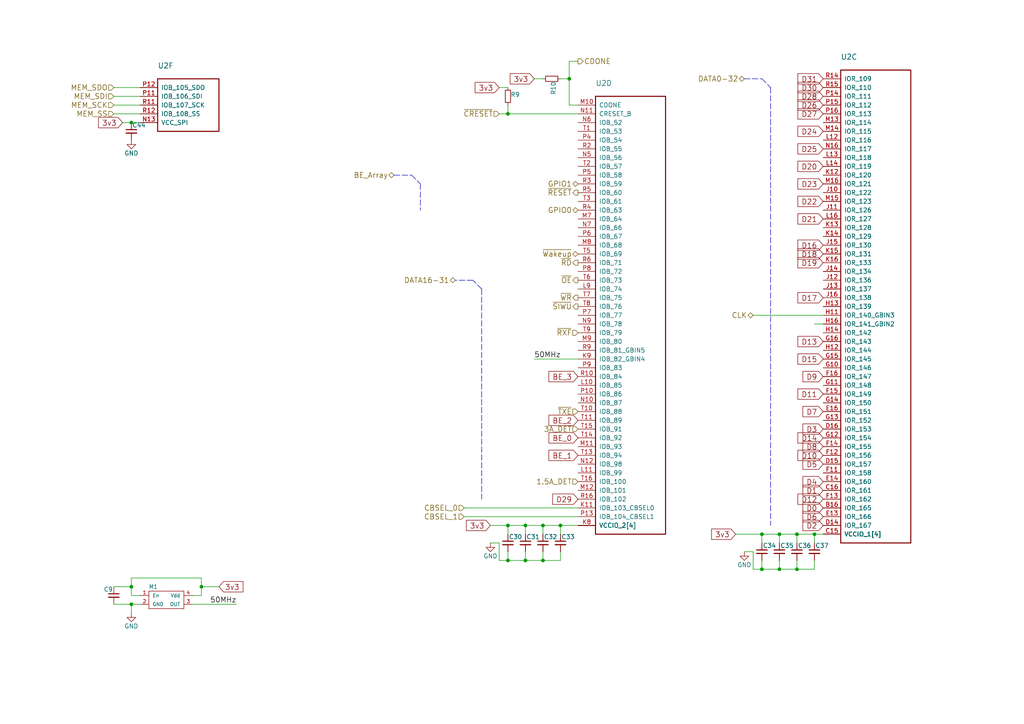
<source format=kicad_sch>
(kicad_sch (version 20211123) (generator eeschema)

  (uuid 606a16ac-9b01-4ec4-ad31-ac6b3a09a6fa)

  (paper "A4")

  (lib_symbols
    (symbol "Super_Blaster_v0.1-rescue:CLOCK_EN-Homebrew-Super_Blaster_v0.1-rescue" (pin_names (offset 1.016)) (in_bom yes) (on_board yes)
      (property "Reference" "M" (id 0) (at -3.81 2.54 0)
        (effects (font (size 1.143 1.143)))
      )
      (property "Value" "CLOCK_EN-Homebrew-Super_Blaster_v0.1-rescue" (id 1) (at 0 -5.08 0)
        (effects (font (size 1.143 1.143)) hide)
      )
      (property "Footprint" "Homebrew_CLOCK-4-25X20-LONGPAD" (id 2) (at 0 0 0)
        (effects (font (size 0.508 0.508)) hide)
      )
      (property "Datasheet" "" (id 3) (at 0 0 0)
        (effects (font (size 1.524 1.524)) hide)
      )
      (property "ki_fp_filters" "*CLOCK-4-25X20-LONGPAD*" (id 4) (at 0 0 0)
        (effects (font (size 1.27 1.27)) hide)
      )
      (symbol "CLOCK_EN-Homebrew-Super_Blaster_v0.1-rescue_1_0"
        (polyline
          (pts
            (xy -5.08 -3.81)
            (xy 5.08 -3.81)
          )
          (stroke (width 0) (type default) (color 0 0 0 0))
          (fill (type none))
        )
        (polyline
          (pts
            (xy -5.08 1.27)
            (xy -5.08 -3.81)
          )
          (stroke (width 0) (type default) (color 0 0 0 0))
          (fill (type none))
        )
        (polyline
          (pts
            (xy 5.08 -3.81)
            (xy 5.08 1.27)
          )
          (stroke (width 0) (type default) (color 0 0 0 0))
          (fill (type none))
        )
        (polyline
          (pts
            (xy 5.08 1.27)
            (xy -5.08 1.27)
          )
          (stroke (width 0) (type default) (color 0 0 0 0))
          (fill (type none))
        )
      )
      (symbol "CLOCK_EN-Homebrew-Super_Blaster_v0.1-rescue_1_1"
        (pin input line (at -7.62 0 0) (length 2.54)
          (name "En" (effects (font (size 1.016 1.016))))
          (number "1" (effects (font (size 1.016 1.016))))
        )
        (pin bidirectional line (at -7.62 -2.54 0) (length 2.54)
          (name "GND" (effects (font (size 1.016 1.016))))
          (number "2" (effects (font (size 1.016 1.016))))
        )
        (pin output line (at 7.62 -2.54 180) (length 2.54)
          (name "OUT" (effects (font (size 1.016 1.016))))
          (number "3" (effects (font (size 1.016 1.016))))
        )
        (pin power_in line (at 7.62 0 180) (length 2.54)
          (name "Vdd" (effects (font (size 1.016 1.016))))
          (number "4" (effects (font (size 1.016 1.016))))
        )
      )
    )
    (symbol "Super_Blaster_v0.1-rescue:C_Small-Super_Blaster_v0.1-rescue" (pin_numbers hide) (pin_names (offset 0.254) hide) (in_bom yes) (on_board yes)
      (property "Reference" "C" (id 0) (at 0.254 1.778 0)
        (effects (font (size 1.27 1.27)) (justify left))
      )
      (property "Value" "C_Small-Super_Blaster_v0.1-rescue" (id 1) (at 0.254 -2.032 0)
        (effects (font (size 1.27 1.27)) (justify left))
      )
      (property "Footprint" "" (id 2) (at 0 0 0)
        (effects (font (size 1.27 1.27)) hide)
      )
      (property "Datasheet" "" (id 3) (at 0 0 0)
        (effects (font (size 1.27 1.27)) hide)
      )
      (property "ki_fp_filters" "C_*" (id 4) (at 0 0 0)
        (effects (font (size 1.27 1.27)) hide)
      )
      (symbol "C_Small-Super_Blaster_v0.1-rescue_0_1"
        (polyline
          (pts
            (xy -1.524 -0.508)
            (xy 1.524 -0.508)
          )
          (stroke (width 0.3302) (type default) (color 0 0 0 0))
          (fill (type none))
        )
        (polyline
          (pts
            (xy -1.524 0.508)
            (xy 1.524 0.508)
          )
          (stroke (width 0.3048) (type default) (color 0 0 0 0))
          (fill (type none))
        )
      )
      (symbol "C_Small-Super_Blaster_v0.1-rescue_1_1"
        (pin passive line (at 0 2.54 270) (length 2.032)
          (name "~" (effects (font (size 1.27 1.27))))
          (number "1" (effects (font (size 1.27 1.27))))
        )
        (pin passive line (at 0 -2.54 90) (length 2.032)
          (name "~" (effects (font (size 1.27 1.27))))
          (number "2" (effects (font (size 1.27 1.27))))
        )
      )
    )
    (symbol "Super_Blaster_v0.1-rescue:R_Small-Super_Blaster_v0.1-rescue" (pin_numbers hide) (pin_names (offset 0.254) hide) (in_bom yes) (on_board yes)
      (property "Reference" "R" (id 0) (at 0.762 0.508 0)
        (effects (font (size 1.27 1.27)) (justify left))
      )
      (property "Value" "R_Small-Super_Blaster_v0.1-rescue" (id 1) (at 0.762 -1.016 0)
        (effects (font (size 1.27 1.27)) (justify left))
      )
      (property "Footprint" "" (id 2) (at 0 0 0)
        (effects (font (size 1.27 1.27)) hide)
      )
      (property "Datasheet" "" (id 3) (at 0 0 0)
        (effects (font (size 1.27 1.27)) hide)
      )
      (property "ki_fp_filters" "R_*" (id 4) (at 0 0 0)
        (effects (font (size 1.27 1.27)) hide)
      )
      (symbol "R_Small-Super_Blaster_v0.1-rescue_0_1"
        (rectangle (start -0.762 1.778) (end 0.762 -1.778)
          (stroke (width 0.2032) (type default) (color 0 0 0 0))
          (fill (type none))
        )
      )
      (symbol "R_Small-Super_Blaster_v0.1-rescue_1_1"
        (pin passive line (at 0 2.54 270) (length 0.762)
          (name "~" (effects (font (size 1.27 1.27))))
          (number "1" (effects (font (size 1.27 1.27))))
        )
        (pin passive line (at 0 -2.54 90) (length 0.762)
          (name "~" (effects (font (size 1.27 1.27))))
          (number "2" (effects (font (size 1.27 1.27))))
        )
      )
    )
    (symbol "Super_Blaster_v0.1-rescue:iCE40-HX8K-CT256-Homebrew-Super_Blaster_v0.1-rescue" (pin_names (offset 1.016)) (in_bom yes) (on_board yes)
      (property "Reference" "U" (id 0) (at 5.08 6.35 0)
        (effects (font (size 1.524 1.524)) (justify left))
      )
      (property "Value" "iCE40-HX8K-CT256-Homebrew-Super_Blaster_v0.1-rescue" (id 1) (at 5.08 3.81 0)
        (effects (font (size 1.524 1.524)) (justify left))
      )
      (property "Footprint" "" (id 2) (at 0 0 0)
        (effects (font (size 1.524 1.524)) hide)
      )
      (property "Datasheet" "" (id 3) (at 0 0 0)
        (effects (font (size 1.524 1.524)) hide)
      )
      (property "ki_locked" "" (id 4) (at 0 0 0)
        (effects (font (size 1.27 1.27)))
      )
      (symbol "iCE40-HX8K-CT256-Homebrew-Super_Blaster_v0.1-rescue_1_1"
        (rectangle (start 5.08 2.54) (end 17.78 -22.86)
          (stroke (width 0.3048) (type default) (color 0 0 0 0))
          (fill (type none))
        )
        (pin power_in line (at 0 -5.08 0) (length 5.08)
          (name "GND[18]" (effects (font (size 1.27 1.27))))
          (number "A12" (effects (font (size 1.27 1.27))))
        )
        (pin power_in line (at 0 -15.24 0) (length 5.08)
          (name "VCC[6]" (effects (font (size 1.27 1.27))))
          (number "A14" (effects (font (size 1.27 1.27))))
        )
        (pin power_in line (at 0 -5.08 0) (length 5.08)
          (name "GND[18]" (effects (font (size 1.27 1.27))))
          (number "A4" (effects (font (size 0 0))))
        )
        (pin power_in line (at 0 -20.32 0) (length 5.08)
          (name "VPP_FAST" (effects (font (size 1.27 1.27))))
          (number "D12" (effects (font (size 1.27 1.27))))
        )
        (pin power_in line (at 0 -17.78 0) (length 5.08)
          (name "VPP_2V5" (effects (font (size 1.27 1.27))))
          (number "E12" (effects (font (size 1.27 1.27))))
        )
        (pin power_in line (at 0 -5.08 0) (length 5.08)
          (name "GND[18]" (effects (font (size 1.27 1.27))))
          (number "E15" (effects (font (size 0 0))))
        )
        (pin power_in line (at 0 -2.54 0) (length 5.08)
          (name "GNDPLL1" (effects (font (size 1.27 1.27))))
          (number "E7" (effects (font (size 1.27 1.27))))
        )
        (pin power_in line (at 0 -12.7 0) (length 5.08)
          (name "VCCPLL1" (effects (font (size 1.27 1.27))))
          (number "E8" (effects (font (size 1.27 1.27))))
        )
        (pin power_in line (at 0 -15.24 0) (length 5.08)
          (name "VCC[6]" (effects (font (size 1.27 1.27))))
          (number "F10" (effects (font (size 0 0))))
        )
        (pin power_in line (at 0 -15.24 0) (length 5.08)
          (name "VCC[6]" (effects (font (size 1.27 1.27))))
          (number "F6" (effects (font (size 0 0))))
        )
        (pin power_in line (at 0 -5.08 0) (length 5.08)
          (name "GND[18]" (effects (font (size 1.27 1.27))))
          (number "G7" (effects (font (size 0 0))))
        )
        (pin power_in line (at 0 -5.08 0) (length 5.08)
          (name "GND[18]" (effects (font (size 1.27 1.27))))
          (number "G8" (effects (font (size 0 0))))
        )
        (pin power_in line (at 0 -5.08 0) (length 5.08)
          (name "GND[18]" (effects (font (size 1.27 1.27))))
          (number "G9" (effects (font (size 0 0))))
        )
        (pin power_in line (at 0 -5.08 0) (length 5.08)
          (name "GND[18]" (effects (font (size 1.27 1.27))))
          (number "H7" (effects (font (size 0 0))))
        )
        (pin power_in line (at 0 -5.08 0) (length 5.08)
          (name "GND[18]" (effects (font (size 1.27 1.27))))
          (number "H8" (effects (font (size 0 0))))
        )
        (pin power_in line (at 0 -5.08 0) (length 5.08)
          (name "GND[18]" (effects (font (size 1.27 1.27))))
          (number "H9" (effects (font (size 0 0))))
        )
        (pin power_in line (at 0 -5.08 0) (length 5.08)
          (name "GND[18]" (effects (font (size 1.27 1.27))))
          (number "J7" (effects (font (size 0 0))))
        )
        (pin power_in line (at 0 -5.08 0) (length 5.08)
          (name "GND[18]" (effects (font (size 1.27 1.27))))
          (number "J8" (effects (font (size 0 0))))
        )
        (pin power_in line (at 0 -5.08 0) (length 5.08)
          (name "GND[18]" (effects (font (size 1.27 1.27))))
          (number "J9" (effects (font (size 0 0))))
        )
        (pin power_in line (at 0 -15.24 0) (length 5.08)
          (name "VCC[6]" (effects (font (size 1.27 1.27))))
          (number "K10" (effects (font (size 0 0))))
        )
        (pin power_in line (at 0 -5.08 0) (length 5.08)
          (name "GND[18]" (effects (font (size 1.27 1.27))))
          (number "K2" (effects (font (size 0 0))))
        )
        (pin power_in line (at 0 -15.24 0) (length 5.08)
          (name "VCC[6]" (effects (font (size 1.27 1.27))))
          (number "K6" (effects (font (size 0 0))))
        )
        (pin power_in line (at 0 -5.08 0) (length 5.08)
          (name "GND[18]" (effects (font (size 1.27 1.27))))
          (number "K7" (effects (font (size 0 0))))
        )
        (pin power_in line (at 0 -5.08 0) (length 5.08)
          (name "GND[18]" (effects (font (size 1.27 1.27))))
          (number "L15" (effects (font (size 0 0))))
        )
        (pin power_in line (at 0 -15.24 0) (length 5.08)
          (name "VCC[6]" (effects (font (size 1.27 1.27))))
          (number "L2" (effects (font (size 0 0))))
        )
        (pin power_in line (at 0 -10.16 0) (length 5.08)
          (name "VCCPLL0" (effects (font (size 1.27 1.27))))
          (number "L8" (effects (font (size 1.27 1.27))))
        )
        (pin no_connect line (at 0 -7.62 0) (length 5.08)
          (name "NC" (effects (font (size 1.27 1.27))))
          (number "N14" (effects (font (size 1.27 1.27))))
        )
        (pin power_in line (at 0 0 0) (length 5.08)
          (name "GNDPLL0" (effects (font (size 1.27 1.27))))
          (number "N8" (effects (font (size 1.27 1.27))))
        )
        (pin power_in line (at 0 -5.08 0) (length 5.08)
          (name "GND[18]" (effects (font (size 1.27 1.27))))
          (number "R7" (effects (font (size 0 0))))
        )
        (pin power_in line (at 0 -5.08 0) (length 5.08)
          (name "GND[18]" (effects (font (size 1.27 1.27))))
          (number "T12" (effects (font (size 0 0))))
        )
        (pin power_in line (at 0 -5.08 0) (length 5.08)
          (name "GND[18]" (effects (font (size 1.27 1.27))))
          (number "T4" (effects (font (size 0 0))))
        )
      )
      (symbol "iCE40-HX8K-CT256-Homebrew-Super_Blaster_v0.1-rescue_2_1"
        (rectangle (start 5.08 2.54) (end 25.4 -134.62)
          (stroke (width 0.3048) (type default) (color 0 0 0 0))
          (fill (type none))
        )
        (pin bidirectional line (at 0 -111.76 0) (length 5.08)
          (name "IOT_220" (effects (font (size 1.27 1.27))))
          (number "A1" (effects (font (size 1.27 1.27))))
        )
        (pin bidirectional line (at 0 -43.18 0) (length 5.08)
          (name "IOT_186" (effects (font (size 1.27 1.27))))
          (number "A10" (effects (font (size 1.27 1.27))))
        )
        (pin bidirectional line (at 0 -45.72 0) (length 5.08)
          (name "IOT_187" (effects (font (size 1.27 1.27))))
          (number "A11" (effects (font (size 1.27 1.27))))
        )
        (pin power_in line (at 0 -132.08 0) (length 5.08)
          (name "VCCIO_0[4]" (effects (font (size 1.27 1.27))))
          (number "A13" (effects (font (size 1.27 1.27))))
        )
        (pin bidirectional line (at 0 -20.32 0) (length 5.08)
          (name "IOT_177" (effects (font (size 1.27 1.27))))
          (number "A15" (effects (font (size 1.27 1.27))))
        )
        (pin bidirectional line (at 0 -17.78 0) (length 5.08)
          (name "IOT_176" (effects (font (size 1.27 1.27))))
          (number "A16" (effects (font (size 1.27 1.27))))
        )
        (pin bidirectional line (at 0 -106.68 0) (length 5.08)
          (name "IOT_218" (effects (font (size 1.27 1.27))))
          (number "A2" (effects (font (size 1.27 1.27))))
        )
        (pin power_in line (at 0 -132.08 0) (length 5.08)
          (name "VCCIO_0[4]" (effects (font (size 1.27 1.27))))
          (number "A3" (effects (font (size 0 0))))
        )
        (pin bidirectional line (at 0 -96.52 0) (length 5.08)
          (name "IOT_213" (effects (font (size 1.27 1.27))))
          (number "A5" (effects (font (size 1.27 1.27))))
        )
        (pin bidirectional line (at 0 -91.44 0) (length 5.08)
          (name "IOT_211" (effects (font (size 1.27 1.27))))
          (number "A6" (effects (font (size 1.27 1.27))))
        )
        (pin bidirectional line (at 0 -76.2 0) (length 5.08)
          (name "IOT_205" (effects (font (size 1.27 1.27))))
          (number "A7" (effects (font (size 1.27 1.27))))
        )
        (pin power_in line (at 0 -132.08 0) (length 5.08)
          (name "VCCIO_0[4]" (effects (font (size 1.27 1.27))))
          (number "A8" (effects (font (size 0 0))))
        )
        (pin bidirectional line (at 0 -58.42 0) (length 5.08)
          (name "IOT_194" (effects (font (size 1.27 1.27))))
          (number "A9" (effects (font (size 1.27 1.27))))
        )
        (pin bidirectional line (at 0 -35.56 0) (length 5.08)
          (name "IOT_183" (effects (font (size 1.27 1.27))))
          (number "B10" (effects (font (size 1.27 1.27))))
        )
        (pin bidirectional line (at 0 -38.1 0) (length 5.08)
          (name "IOT_184" (effects (font (size 1.27 1.27))))
          (number "B11" (effects (font (size 1.27 1.27))))
        )
        (pin bidirectional line (at 0 -33.02 0) (length 5.08)
          (name "IOT_182" (effects (font (size 1.27 1.27))))
          (number "B12" (effects (font (size 1.27 1.27))))
        )
        (pin bidirectional line (at 0 -22.86 0) (length 5.08)
          (name "IOT_178" (effects (font (size 1.27 1.27))))
          (number "B13" (effects (font (size 1.27 1.27))))
        )
        (pin bidirectional line (at 0 -7.62 0) (length 5.08)
          (name "IOT_171" (effects (font (size 1.27 1.27))))
          (number "B14" (effects (font (size 1.27 1.27))))
        )
        (pin bidirectional line (at 0 -2.54 0) (length 5.08)
          (name "IOT_169" (effects (font (size 1.27 1.27))))
          (number "B15" (effects (font (size 1.27 1.27))))
        )
        (pin bidirectional line (at 0 -119.38 0) (length 5.08)
          (name "IOT_223" (effects (font (size 1.27 1.27))))
          (number "B3" (effects (font (size 1.27 1.27))))
        )
        (pin bidirectional line (at 0 -104.14 0) (length 5.08)
          (name "IOT_216" (effects (font (size 1.27 1.27))))
          (number "B4" (effects (font (size 1.27 1.27))))
        )
        (pin bidirectional line (at 0 -99.06 0) (length 5.08)
          (name "IOT_214" (effects (font (size 1.27 1.27))))
          (number "B5" (effects (font (size 1.27 1.27))))
        )
        (pin bidirectional line (at 0 -83.82 0) (length 5.08)
          (name "IOT_208" (effects (font (size 1.27 1.27))))
          (number "B6" (effects (font (size 1.27 1.27))))
        )
        (pin bidirectional line (at 0 -81.28 0) (length 5.08)
          (name "IOT_207" (effects (font (size 1.27 1.27))))
          (number "B7" (effects (font (size 1.27 1.27))))
        )
        (pin bidirectional line (at 0 -73.66 0) (length 5.08)
          (name "IOT_203" (effects (font (size 1.27 1.27))))
          (number "B8" (effects (font (size 1.27 1.27))))
        )
        (pin bidirectional line (at 0 -68.58 0) (length 5.08)
          (name "IOT_199" (effects (font (size 1.27 1.27))))
          (number "B9" (effects (font (size 1.27 1.27))))
        )
        (pin bidirectional line (at 0 -40.64 0) (length 5.08)
          (name "IOT_185" (effects (font (size 1.27 1.27))))
          (number "C10" (effects (font (size 1.27 1.27))))
        )
        (pin bidirectional line (at 0 -27.94 0) (length 5.08)
          (name "IOT_180" (effects (font (size 1.27 1.27))))
          (number "C11" (effects (font (size 1.27 1.27))))
        )
        (pin bidirectional line (at 0 -10.16 0) (length 5.08)
          (name "IOT_172" (effects (font (size 1.27 1.27))))
          (number "C12" (effects (font (size 1.27 1.27))))
        )
        (pin bidirectional line (at 0 -15.24 0) (length 5.08)
          (name "IOT_174" (effects (font (size 1.27 1.27))))
          (number "C13" (effects (font (size 1.27 1.27))))
        )
        (pin bidirectional line (at 0 0 0) (length 5.08)
          (name "IOT_168" (effects (font (size 1.27 1.27))))
          (number "C14" (effects (font (size 1.27 1.27))))
        )
        (pin bidirectional line (at 0 -129.54 0) (length 5.08)
          (name "IOT_227" (effects (font (size 1.27 1.27))))
          (number "C3" (effects (font (size 1.27 1.27))))
        )
        (pin bidirectional line (at 0 -116.84 0) (length 5.08)
          (name "IOT_222" (effects (font (size 1.27 1.27))))
          (number "C4" (effects (font (size 1.27 1.27))))
        )
        (pin bidirectional line (at 0 -114.3 0) (length 5.08)
          (name "IOT_221" (effects (font (size 1.27 1.27))))
          (number "C5" (effects (font (size 1.27 1.27))))
        )
        (pin bidirectional line (at 0 -86.36 0) (length 5.08)
          (name "IOT_209" (effects (font (size 1.27 1.27))))
          (number "C6" (effects (font (size 1.27 1.27))))
        )
        (pin bidirectional line (at 0 -78.74 0) (length 5.08)
          (name "IOT_206" (effects (font (size 1.27 1.27))))
          (number "C7" (effects (font (size 1.27 1.27))))
        )
        (pin bidirectional line (at 0 -63.5 0) (length 5.08)
          (name "IOT_197_GBIN1" (effects (font (size 1.27 1.27))))
          (number "C8" (effects (font (size 1.27 1.27))))
        )
        (pin bidirectional line (at 0 -50.8 0) (length 5.08)
          (name "IOT_191" (effects (font (size 1.27 1.27))))
          (number "C9" (effects (font (size 1.27 1.27))))
        )
        (pin bidirectional line (at 0 -48.26 0) (length 5.08)
          (name "IOT_190" (effects (font (size 1.27 1.27))))
          (number "D10" (effects (font (size 1.27 1.27))))
        )
        (pin bidirectional line (at 0 -30.48 0) (length 5.08)
          (name "IOT_181" (effects (font (size 1.27 1.27))))
          (number "D11" (effects (font (size 1.27 1.27))))
        )
        (pin bidirectional line (at 0 -5.08 0) (length 5.08)
          (name "IOT_170" (effects (font (size 1.27 1.27))))
          (number "D13" (effects (font (size 1.27 1.27))))
        )
        (pin bidirectional line (at 0 -127 0) (length 5.08)
          (name "IOT_226" (effects (font (size 1.27 1.27))))
          (number "D3" (effects (font (size 1.27 1.27))))
        )
        (pin bidirectional line (at 0 -121.92 0) (length 5.08)
          (name "IOT_224" (effects (font (size 1.27 1.27))))
          (number "D4" (effects (font (size 1.27 1.27))))
        )
        (pin bidirectional line (at 0 -109.22 0) (length 5.08)
          (name "IOT_219" (effects (font (size 1.27 1.27))))
          (number "D5" (effects (font (size 1.27 1.27))))
        )
        (pin bidirectional line (at 0 -93.98 0) (length 5.08)
          (name "IOT_212" (effects (font (size 1.27 1.27))))
          (number "D6" (effects (font (size 1.27 1.27))))
        )
        (pin bidirectional line (at 0 -88.9 0) (length 5.08)
          (name "IOT_210" (effects (font (size 1.27 1.27))))
          (number "D7" (effects (font (size 1.27 1.27))))
        )
        (pin bidirectional line (at 0 -71.12 0) (length 5.08)
          (name "IOT_200" (effects (font (size 1.27 1.27))))
          (number "D8" (effects (font (size 1.27 1.27))))
        )
        (pin bidirectional line (at 0 -55.88 0) (length 5.08)
          (name "IOT_193" (effects (font (size 1.27 1.27))))
          (number "D9" (effects (font (size 1.27 1.27))))
        )
        (pin bidirectional line (at 0 -25.4 0) (length 5.08)
          (name "IOT_179" (effects (font (size 1.27 1.27))))
          (number "E10" (effects (font (size 1.27 1.27))))
        )
        (pin bidirectional line (at 0 -12.7 0) (length 5.08)
          (name "IOT_173" (effects (font (size 1.27 1.27))))
          (number "E11" (effects (font (size 1.27 1.27))))
        )
        (pin bidirectional line (at 0 -124.46 0) (length 5.08)
          (name "IOT_225" (effects (font (size 1.27 1.27))))
          (number "E5" (effects (font (size 1.27 1.27))))
        )
        (pin bidirectional line (at 0 -101.6 0) (length 5.08)
          (name "IOT_215" (effects (font (size 1.27 1.27))))
          (number "E6" (effects (font (size 1.27 1.27))))
        )
        (pin bidirectional line (at 0 -53.34 0) (length 5.08)
          (name "IOT_192" (effects (font (size 1.27 1.27))))
          (number "E9" (effects (font (size 1.27 1.27))))
        )
        (pin bidirectional line (at 0 -66.04 0) (length 5.08)
          (name "IOT_198_GBIN0" (effects (font (size 1.27 1.27))))
          (number "F7" (effects (font (size 1.27 1.27))))
        )
        (pin power_in line (at 0 -132.08 0) (length 5.08)
          (name "VCCIO_0[4]" (effects (font (size 1.27 1.27))))
          (number "F8" (effects (font (size 0 0))))
        )
        (pin bidirectional line (at 0 -60.96 0) (length 5.08)
          (name "IOT_196" (effects (font (size 1.27 1.27))))
          (number "F9" (effects (font (size 1.27 1.27))))
        )
      )
      (symbol "iCE40-HX8K-CT256-Homebrew-Super_Blaster_v0.1-rescue_3_1"
        (rectangle (start 5.08 2.54) (end 25.4 -134.62)
          (stroke (width 0.3048) (type default) (color 0 0 0 0))
          (fill (type none))
        )
        (pin bidirectional line (at 0 -124.46 0) (length 5.08)
          (name "IOR_165" (effects (font (size 1.27 1.27))))
          (number "B16" (effects (font (size 1.27 1.27))))
        )
        (pin power_in line (at 0 -132.08 0) (length 5.08)
          (name "VCCIO_1[4]" (effects (font (size 1.27 1.27))))
          (number "C15" (effects (font (size 1.27 1.27))))
        )
        (pin bidirectional line (at 0 -119.38 0) (length 5.08)
          (name "IOR_161" (effects (font (size 1.27 1.27))))
          (number "C16" (effects (font (size 1.27 1.27))))
        )
        (pin bidirectional line (at 0 -129.54 0) (length 5.08)
          (name "IOR_167" (effects (font (size 1.27 1.27))))
          (number "D14" (effects (font (size 1.27 1.27))))
        )
        (pin bidirectional line (at 0 -111.76 0) (length 5.08)
          (name "IOR_157" (effects (font (size 1.27 1.27))))
          (number "D15" (effects (font (size 1.27 1.27))))
        )
        (pin bidirectional line (at 0 -101.6 0) (length 5.08)
          (name "IOR_153" (effects (font (size 1.27 1.27))))
          (number "D16" (effects (font (size 1.27 1.27))))
        )
        (pin bidirectional line (at 0 -127 0) (length 5.08)
          (name "IOR_166" (effects (font (size 1.27 1.27))))
          (number "E13" (effects (font (size 1.27 1.27))))
        )
        (pin bidirectional line (at 0 -116.84 0) (length 5.08)
          (name "IOR_160" (effects (font (size 1.27 1.27))))
          (number "E14" (effects (font (size 1.27 1.27))))
        )
        (pin bidirectional line (at 0 -96.52 0) (length 5.08)
          (name "IOR_151" (effects (font (size 1.27 1.27))))
          (number "E16" (effects (font (size 1.27 1.27))))
        )
        (pin bidirectional line (at 0 -114.3 0) (length 5.08)
          (name "IOR_158" (effects (font (size 1.27 1.27))))
          (number "F11" (effects (font (size 1.27 1.27))))
        )
        (pin bidirectional line (at 0 -109.22 0) (length 5.08)
          (name "IOR_156" (effects (font (size 1.27 1.27))))
          (number "F12" (effects (font (size 1.27 1.27))))
        )
        (pin bidirectional line (at 0 -121.92 0) (length 5.08)
          (name "IOR_162" (effects (font (size 1.27 1.27))))
          (number "F13" (effects (font (size 1.27 1.27))))
        )
        (pin bidirectional line (at 0 -106.68 0) (length 5.08)
          (name "IOR_155" (effects (font (size 1.27 1.27))))
          (number "F14" (effects (font (size 1.27 1.27))))
        )
        (pin bidirectional line (at 0 -91.44 0) (length 5.08)
          (name "IOR_149" (effects (font (size 1.27 1.27))))
          (number "F15" (effects (font (size 1.27 1.27))))
        )
        (pin bidirectional line (at 0 -86.36 0) (length 5.08)
          (name "IOR_147" (effects (font (size 1.27 1.27))))
          (number "F16" (effects (font (size 1.27 1.27))))
        )
        (pin bidirectional line (at 0 -83.82 0) (length 5.08)
          (name "IOR_146" (effects (font (size 1.27 1.27))))
          (number "G10" (effects (font (size 1.27 1.27))))
        )
        (pin bidirectional line (at 0 -88.9 0) (length 5.08)
          (name "IOR_148" (effects (font (size 1.27 1.27))))
          (number "G11" (effects (font (size 1.27 1.27))))
        )
        (pin bidirectional line (at 0 -104.14 0) (length 5.08)
          (name "IOR_154" (effects (font (size 1.27 1.27))))
          (number "G12" (effects (font (size 1.27 1.27))))
        )
        (pin bidirectional line (at 0 -99.06 0) (length 5.08)
          (name "IOR_152" (effects (font (size 1.27 1.27))))
          (number "G13" (effects (font (size 1.27 1.27))))
        )
        (pin bidirectional line (at 0 -93.98 0) (length 5.08)
          (name "IOR_150" (effects (font (size 1.27 1.27))))
          (number "G14" (effects (font (size 1.27 1.27))))
        )
        (pin bidirectional line (at 0 -81.28 0) (length 5.08)
          (name "IOR_145" (effects (font (size 1.27 1.27))))
          (number "G15" (effects (font (size 1.27 1.27))))
        )
        (pin bidirectional line (at 0 -76.2 0) (length 5.08)
          (name "IOR_143" (effects (font (size 1.27 1.27))))
          (number "G16" (effects (font (size 1.27 1.27))))
        )
        (pin power_in line (at 0 -132.08 0) (length 5.08)
          (name "VCCIO_1[4]" (effects (font (size 1.27 1.27))))
          (number "H10" (effects (font (size 0 0))))
        )
        (pin bidirectional line (at 0 -68.58 0) (length 5.08)
          (name "IOR_140_GBIN3" (effects (font (size 1.27 1.27))))
          (number "H11" (effects (font (size 1.27 1.27))))
        )
        (pin bidirectional line (at 0 -78.74 0) (length 5.08)
          (name "IOR_144" (effects (font (size 1.27 1.27))))
          (number "H12" (effects (font (size 1.27 1.27))))
        )
        (pin bidirectional line (at 0 -66.04 0) (length 5.08)
          (name "IOR_139" (effects (font (size 1.27 1.27))))
          (number "H13" (effects (font (size 1.27 1.27))))
        )
        (pin bidirectional line (at 0 -73.66 0) (length 5.08)
          (name "IOR_142" (effects (font (size 1.27 1.27))))
          (number "H14" (effects (font (size 1.27 1.27))))
        )
        (pin power_in line (at 0 -132.08 0) (length 5.08)
          (name "VCCIO_1[4]" (effects (font (size 1.27 1.27))))
          (number "H15" (effects (font (size 0 0))))
        )
        (pin bidirectional line (at 0 -71.12 0) (length 5.08)
          (name "IOR_141_GBIN2" (effects (font (size 1.27 1.27))))
          (number "H16" (effects (font (size 1.27 1.27))))
        )
        (pin bidirectional line (at 0 -33.02 0) (length 5.08)
          (name "IOR_122" (effects (font (size 1.27 1.27))))
          (number "J10" (effects (font (size 1.27 1.27))))
        )
        (pin bidirectional line (at 0 -38.1 0) (length 5.08)
          (name "IOR_126" (effects (font (size 1.27 1.27))))
          (number "J11" (effects (font (size 1.27 1.27))))
        )
        (pin bidirectional line (at 0 -58.42 0) (length 5.08)
          (name "IOR_136" (effects (font (size 1.27 1.27))))
          (number "J12" (effects (font (size 1.27 1.27))))
        )
        (pin bidirectional line (at 0 -60.96 0) (length 5.08)
          (name "IOR_137" (effects (font (size 1.27 1.27))))
          (number "J13" (effects (font (size 1.27 1.27))))
        )
        (pin bidirectional line (at 0 -55.88 0) (length 5.08)
          (name "IOR_134" (effects (font (size 1.27 1.27))))
          (number "J14" (effects (font (size 1.27 1.27))))
        )
        (pin bidirectional line (at 0 -48.26 0) (length 5.08)
          (name "IOR_130" (effects (font (size 1.27 1.27))))
          (number "J15" (effects (font (size 1.27 1.27))))
        )
        (pin bidirectional line (at 0 -63.5 0) (length 5.08)
          (name "IOR_138" (effects (font (size 1.27 1.27))))
          (number "J16" (effects (font (size 1.27 1.27))))
        )
        (pin bidirectional line (at 0 -27.94 0) (length 5.08)
          (name "IOR_120" (effects (font (size 1.27 1.27))))
          (number "K12" (effects (font (size 1.27 1.27))))
        )
        (pin bidirectional line (at 0 -43.18 0) (length 5.08)
          (name "IOR_128" (effects (font (size 1.27 1.27))))
          (number "K13" (effects (font (size 1.27 1.27))))
        )
        (pin bidirectional line (at 0 -45.72 0) (length 5.08)
          (name "IOR_129" (effects (font (size 1.27 1.27))))
          (number "K14" (effects (font (size 1.27 1.27))))
        )
        (pin bidirectional line (at 0 -50.8 0) (length 5.08)
          (name "IOR_131" (effects (font (size 1.27 1.27))))
          (number "K15" (effects (font (size 1.27 1.27))))
        )
        (pin bidirectional line (at 0 -53.34 0) (length 5.08)
          (name "IOR_133" (effects (font (size 1.27 1.27))))
          (number "K16" (effects (font (size 1.27 1.27))))
        )
        (pin bidirectional line (at 0 -17.78 0) (length 5.08)
          (name "IOR_116" (effects (font (size 1.27 1.27))))
          (number "L12" (effects (font (size 1.27 1.27))))
        )
        (pin bidirectional line (at 0 -22.86 0) (length 5.08)
          (name "IOR_118" (effects (font (size 1.27 1.27))))
          (number "L13" (effects (font (size 1.27 1.27))))
        )
        (pin bidirectional line (at 0 -25.4 0) (length 5.08)
          (name "IOR_119" (effects (font (size 1.27 1.27))))
          (number "L14" (effects (font (size 1.27 1.27))))
        )
        (pin bidirectional line (at 0 -40.64 0) (length 5.08)
          (name "IOR_127" (effects (font (size 1.27 1.27))))
          (number "L16" (effects (font (size 1.27 1.27))))
        )
        (pin bidirectional line (at 0 -12.7 0) (length 5.08)
          (name "IOR_114" (effects (font (size 1.27 1.27))))
          (number "M13" (effects (font (size 1.27 1.27))))
        )
        (pin bidirectional line (at 0 -15.24 0) (length 5.08)
          (name "IOR_115" (effects (font (size 1.27 1.27))))
          (number "M14" (effects (font (size 1.27 1.27))))
        )
        (pin bidirectional line (at 0 -35.56 0) (length 5.08)
          (name "IOR_123" (effects (font (size 1.27 1.27))))
          (number "M15" (effects (font (size 1.27 1.27))))
        )
        (pin bidirectional line (at 0 -30.48 0) (length 5.08)
          (name "IOR_121" (effects (font (size 1.27 1.27))))
          (number "M16" (effects (font (size 1.27 1.27))))
        )
        (pin power_in line (at 0 -132.08 0) (length 5.08)
          (name "VCCIO_1[4]" (effects (font (size 1.27 1.27))))
          (number "N15" (effects (font (size 0 0))))
        )
        (pin bidirectional line (at 0 -20.32 0) (length 5.08)
          (name "IOR_117" (effects (font (size 1.27 1.27))))
          (number "N16" (effects (font (size 1.27 1.27))))
        )
        (pin bidirectional line (at 0 -5.08 0) (length 5.08)
          (name "IOR_111" (effects (font (size 1.27 1.27))))
          (number "P14" (effects (font (size 1.27 1.27))))
        )
        (pin bidirectional line (at 0 -7.62 0) (length 5.08)
          (name "IOR_112" (effects (font (size 1.27 1.27))))
          (number "P15" (effects (font (size 1.27 1.27))))
        )
        (pin bidirectional line (at 0 -10.16 0) (length 5.08)
          (name "IOR_113" (effects (font (size 1.27 1.27))))
          (number "P16" (effects (font (size 1.27 1.27))))
        )
        (pin bidirectional line (at 0 0 0) (length 5.08)
          (name "IOR_109" (effects (font (size 1.27 1.27))))
          (number "R14" (effects (font (size 1.27 1.27))))
        )
        (pin bidirectional line (at 0 -2.54 0) (length 5.08)
          (name "IOR_110" (effects (font (size 1.27 1.27))))
          (number "R15" (effects (font (size 1.27 1.27))))
        )
      )
      (symbol "iCE40-HX8K-CT256-Homebrew-Super_Blaster_v0.1-rescue_4_1"
        (rectangle (start 5.08 2.54) (end 25.4 -124.46)
          (stroke (width 0.3048) (type default) (color 0 0 0 0))
          (fill (type none))
        )
        (pin bidirectional line (at 0 -116.84 0) (length 5.08)
          (name "IOB_103_CBSEL0" (effects (font (size 1.27 1.27))))
          (number "K11" (effects (font (size 1.27 1.27))))
        )
        (pin power_in line (at 0 -121.92 0) (length 5.08)
          (name "VCCIO_2[4]" (effects (font (size 1.27 1.27))))
          (number "K8" (effects (font (size 1.27 1.27))))
        )
        (pin bidirectional line (at 0 -73.66 0) (length 5.08)
          (name "IOB_82_GBIN4" (effects (font (size 1.27 1.27))))
          (number "K9" (effects (font (size 1.27 1.27))))
        )
        (pin bidirectional line (at 0 -81.28 0) (length 5.08)
          (name "IOB_85" (effects (font (size 1.27 1.27))))
          (number "L10" (effects (font (size 1.27 1.27))))
        )
        (pin bidirectional line (at 0 -106.68 0) (length 5.08)
          (name "IOB_99" (effects (font (size 1.27 1.27))))
          (number "L11" (effects (font (size 1.27 1.27))))
        )
        (pin bidirectional line (at 0 -53.34 0) (length 5.08)
          (name "IOB_74" (effects (font (size 1.27 1.27))))
          (number "L9" (effects (font (size 1.27 1.27))))
        )
        (pin output line (at 0 0 0) (length 5.08)
          (name "CDONE" (effects (font (size 1.27 1.27))))
          (number "M10" (effects (font (size 1.27 1.27))))
        )
        (pin bidirectional line (at 0 -99.06 0) (length 5.08)
          (name "IOB_93" (effects (font (size 1.27 1.27))))
          (number "M11" (effects (font (size 1.27 1.27))))
        )
        (pin bidirectional line (at 0 -111.76 0) (length 5.08)
          (name "IOB_101" (effects (font (size 1.27 1.27))))
          (number "M12" (effects (font (size 1.27 1.27))))
        )
        (pin bidirectional line (at 0 -33.02 0) (length 5.08)
          (name "IOB_64" (effects (font (size 1.27 1.27))))
          (number "M7" (effects (font (size 1.27 1.27))))
        )
        (pin bidirectional line (at 0 -40.64 0) (length 5.08)
          (name "IOB_68" (effects (font (size 1.27 1.27))))
          (number "M8" (effects (font (size 1.27 1.27))))
        )
        (pin bidirectional line (at 0 -68.58 0) (length 5.08)
          (name "IOB_80" (effects (font (size 1.27 1.27))))
          (number "M9" (effects (font (size 1.27 1.27))))
        )
        (pin bidirectional line (at 0 -86.36 0) (length 5.08)
          (name "IOB_87" (effects (font (size 1.27 1.27))))
          (number "N10" (effects (font (size 1.27 1.27))))
        )
        (pin input line (at 0 -2.54 0) (length 5.08)
          (name "CRESET_B" (effects (font (size 1.27 1.27))))
          (number "N11" (effects (font (size 1.27 1.27))))
        )
        (pin bidirectional line (at 0 -104.14 0) (length 5.08)
          (name "IOB_98" (effects (font (size 1.27 1.27))))
          (number "N12" (effects (font (size 1.27 1.27))))
        )
        (pin bidirectional line (at 0 -15.24 0) (length 5.08)
          (name "IOB_56" (effects (font (size 1.27 1.27))))
          (number "N5" (effects (font (size 1.27 1.27))))
        )
        (pin bidirectional line (at 0 -5.08 0) (length 5.08)
          (name "IOB_52" (effects (font (size 1.27 1.27))))
          (number "N6" (effects (font (size 1.27 1.27))))
        )
        (pin bidirectional line (at 0 -35.56 0) (length 5.08)
          (name "IOB_66" (effects (font (size 1.27 1.27))))
          (number "N7" (effects (font (size 1.27 1.27))))
        )
        (pin bidirectional line (at 0 -63.5 0) (length 5.08)
          (name "IOB_78" (effects (font (size 1.27 1.27))))
          (number "N9" (effects (font (size 1.27 1.27))))
        )
        (pin bidirectional line (at 0 -83.82 0) (length 5.08)
          (name "IOB_86" (effects (font (size 1.27 1.27))))
          (number "P10" (effects (font (size 1.27 1.27))))
        )
        (pin bidirectional line (at 0 -119.38 0) (length 5.08)
          (name "IOB_104_CBSEL1" (effects (font (size 1.27 1.27))))
          (number "P13" (effects (font (size 1.27 1.27))))
        )
        (pin power_in line (at 0 -121.92 0) (length 5.08)
          (name "VCCIO_2[4]" (effects (font (size 1.27 1.27))))
          (number "P3" (effects (font (size 0 0))))
        )
        (pin bidirectional line (at 0 -10.16 0) (length 5.08)
          (name "IOB_54" (effects (font (size 1.27 1.27))))
          (number "P4" (effects (font (size 1.27 1.27))))
        )
        (pin bidirectional line (at 0 -20.32 0) (length 5.08)
          (name "IOB_58" (effects (font (size 1.27 1.27))))
          (number "P5" (effects (font (size 1.27 1.27))))
        )
        (pin bidirectional line (at 0 -38.1 0) (length 5.08)
          (name "IOB_67" (effects (font (size 1.27 1.27))))
          (number "P6" (effects (font (size 1.27 1.27))))
        )
        (pin bidirectional line (at 0 -60.96 0) (length 5.08)
          (name "IOB_77" (effects (font (size 1.27 1.27))))
          (number "P7" (effects (font (size 1.27 1.27))))
        )
        (pin bidirectional line (at 0 -48.26 0) (length 5.08)
          (name "IOB_72" (effects (font (size 1.27 1.27))))
          (number "P8" (effects (font (size 1.27 1.27))))
        )
        (pin bidirectional line (at 0 -76.2 0) (length 5.08)
          (name "IOB_83" (effects (font (size 1.27 1.27))))
          (number "P9" (effects (font (size 1.27 1.27))))
        )
        (pin bidirectional line (at 0 -78.74 0) (length 5.08)
          (name "IOB_84" (effects (font (size 1.27 1.27))))
          (number "R10" (effects (font (size 1.27 1.27))))
        )
        (pin power_in line (at 0 -121.92 0) (length 5.08)
          (name "VCCIO_2[4]" (effects (font (size 1.27 1.27))))
          (number "R13" (effects (font (size 0 0))))
        )
        (pin bidirectional line (at 0 -114.3 0) (length 5.08)
          (name "IOB_102" (effects (font (size 1.27 1.27))))
          (number "R16" (effects (font (size 1.27 1.27))))
        )
        (pin bidirectional line (at 0 -12.7 0) (length 5.08)
          (name "IOB_55" (effects (font (size 1.27 1.27))))
          (number "R2" (effects (font (size 1.27 1.27))))
        )
        (pin bidirectional line (at 0 -22.86 0) (length 5.08)
          (name "IOB_59" (effects (font (size 1.27 1.27))))
          (number "R3" (effects (font (size 1.27 1.27))))
        )
        (pin bidirectional line (at 0 -30.48 0) (length 5.08)
          (name "IOB_63" (effects (font (size 1.27 1.27))))
          (number "R4" (effects (font (size 1.27 1.27))))
        )
        (pin bidirectional line (at 0 -25.4 0) (length 5.08)
          (name "IOB_60" (effects (font (size 1.27 1.27))))
          (number "R5" (effects (font (size 1.27 1.27))))
        )
        (pin bidirectional line (at 0 -45.72 0) (length 5.08)
          (name "IOB_71" (effects (font (size 1.27 1.27))))
          (number "R6" (effects (font (size 1.27 1.27))))
        )
        (pin power_in line (at 0 -121.92 0) (length 5.08)
          (name "VCCIO_2[4]" (effects (font (size 1.27 1.27))))
          (number "R8" (effects (font (size 0 0))))
        )
        (pin bidirectional line (at 0 -71.12 0) (length 5.08)
          (name "IOB_81_GBIN5" (effects (font (size 1.27 1.27))))
          (number "R9" (effects (font (size 1.27 1.27))))
        )
        (pin bidirectional line (at 0 -7.62 0) (length 5.08)
          (name "IOB_53" (effects (font (size 1.27 1.27))))
          (number "T1" (effects (font (size 1.27 1.27))))
        )
        (pin bidirectional line (at 0 -88.9 0) (length 5.08)
          (name "IOB_88" (effects (font (size 1.27 1.27))))
          (number "T10" (effects (font (size 1.27 1.27))))
        )
        (pin bidirectional line (at 0 -91.44 0) (length 5.08)
          (name "IOB_89" (effects (font (size 1.27 1.27))))
          (number "T11" (effects (font (size 1.27 1.27))))
        )
        (pin bidirectional line (at 0 -101.6 0) (length 5.08)
          (name "IOB_94" (effects (font (size 1.27 1.27))))
          (number "T13" (effects (font (size 1.27 1.27))))
        )
        (pin bidirectional line (at 0 -96.52 0) (length 5.08)
          (name "IOB_92" (effects (font (size 1.27 1.27))))
          (number "T14" (effects (font (size 1.27 1.27))))
        )
        (pin bidirectional line (at 0 -93.98 0) (length 5.08)
          (name "IOB_91" (effects (font (size 1.27 1.27))))
          (number "T15" (effects (font (size 1.27 1.27))))
        )
        (pin bidirectional line (at 0 -109.22 0) (length 5.08)
          (name "IOB_100" (effects (font (size 1.27 1.27))))
          (number "T16" (effects (font (size 1.27 1.27))))
        )
        (pin bidirectional line (at 0 -17.78 0) (length 5.08)
          (name "IOB_57" (effects (font (size 1.27 1.27))))
          (number "T2" (effects (font (size 1.27 1.27))))
        )
        (pin bidirectional line (at 0 -27.94 0) (length 5.08)
          (name "IOB_61" (effects (font (size 1.27 1.27))))
          (number "T3" (effects (font (size 1.27 1.27))))
        )
        (pin bidirectional line (at 0 -43.18 0) (length 5.08)
          (name "IOB_69" (effects (font (size 1.27 1.27))))
          (number "T5" (effects (font (size 1.27 1.27))))
        )
        (pin bidirectional line (at 0 -50.8 0) (length 5.08)
          (name "IOB_73" (effects (font (size 1.27 1.27))))
          (number "T6" (effects (font (size 1.27 1.27))))
        )
        (pin bidirectional line (at 0 -55.88 0) (length 5.08)
          (name "IOB_75" (effects (font (size 1.27 1.27))))
          (number "T7" (effects (font (size 1.27 1.27))))
        )
        (pin bidirectional line (at 0 -58.42 0) (length 5.08)
          (name "IOB_76" (effects (font (size 1.27 1.27))))
          (number "T8" (effects (font (size 1.27 1.27))))
        )
        (pin bidirectional line (at 0 -66.04 0) (length 5.08)
          (name "IOB_79" (effects (font (size 1.27 1.27))))
          (number "T9" (effects (font (size 1.27 1.27))))
        )
      )
      (symbol "iCE40-HX8K-CT256-Homebrew-Super_Blaster_v0.1-rescue_5_1"
        (rectangle (start 5.08 2.54) (end 25.4 -134.62)
          (stroke (width 0.3048) (type default) (color 0 0 0 0))
          (fill (type none))
        )
        (pin bidirectional line (at 0 -7.62 0) (length 5.08)
          (name "IOL_2B" (effects (font (size 1.27 1.27))))
          (number "B1" (effects (font (size 1.27 1.27))))
        )
        (pin bidirectional line (at 0 -2.54 0) (length 5.08)
          (name "IOL_1B" (effects (font (size 1.27 1.27))))
          (number "B2" (effects (font (size 1.27 1.27))))
        )
        (pin bidirectional line (at 0 -10.16 0) (length 5.08)
          (name "IOL_3A" (effects (font (size 1.27 1.27))))
          (number "C1" (effects (font (size 1.27 1.27))))
        )
        (pin bidirectional line (at 0 -12.7 0) (length 5.08)
          (name "IOL_3B" (effects (font (size 1.27 1.27))))
          (number "C2" (effects (font (size 1.27 1.27))))
        )
        (pin bidirectional line (at 0 -22.86 0) (length 5.08)
          (name "IOL_5B" (effects (font (size 1.27 1.27))))
          (number "D1" (effects (font (size 1.27 1.27))))
        )
        (pin bidirectional line (at 0 -17.78 0) (length 5.08)
          (name "IOL_4B" (effects (font (size 1.27 1.27))))
          (number "D2" (effects (font (size 1.27 1.27))))
        )
        (pin power_in line (at 0 -132.08 0) (length 5.08)
          (name "VCCIO_3[4]" (effects (font (size 1.27 1.27))))
          (number "E1" (effects (font (size 1.27 1.27))))
        )
        (pin bidirectional line (at 0 -33.02 0) (length 5.08)
          (name "IOL_7B" (effects (font (size 1.27 1.27))))
          (number "E2" (effects (font (size 1.27 1.27))))
        )
        (pin bidirectional line (at 0 -27.94 0) (length 5.08)
          (name "IOL_6B" (effects (font (size 1.27 1.27))))
          (number "E3" (effects (font (size 1.27 1.27))))
        )
        (pin bidirectional line (at 0 0 0) (length 5.08)
          (name "IOL_1A" (effects (font (size 1.27 1.27))))
          (number "E4" (effects (font (size 1.27 1.27))))
        )
        (pin bidirectional line (at 0 -48.26 0) (length 5.08)
          (name "IOL_10B" (effects (font (size 1.27 1.27))))
          (number "F1" (effects (font (size 1.27 1.27))))
        )
        (pin bidirectional line (at 0 -43.18 0) (length 5.08)
          (name "IOL_9B" (effects (font (size 1.27 1.27))))
          (number "F2" (effects (font (size 1.27 1.27))))
        )
        (pin bidirectional line (at 0 -38.1 0) (length 5.08)
          (name "IOL_8B" (effects (font (size 1.27 1.27))))
          (number "F3" (effects (font (size 1.27 1.27))))
        )
        (pin bidirectional line (at 0 -15.24 0) (length 5.08)
          (name "IOL_4A" (effects (font (size 1.27 1.27))))
          (number "F4" (effects (font (size 1.27 1.27))))
        )
        (pin bidirectional line (at 0 -5.08 0) (length 5.08)
          (name "IOL_2A" (effects (font (size 1.27 1.27))))
          (number "F5" (effects (font (size 1.27 1.27))))
        )
        (pin bidirectional line (at 0 -63.5 0) (length 5.08)
          (name "IOL_13B_GBIN7" (effects (font (size 1.27 1.27))))
          (number "G1" (effects (font (size 1.27 1.27))))
        )
        (pin bidirectional line (at 0 -53.34 0) (length 5.08)
          (name "IOL_11B" (effects (font (size 1.27 1.27))))
          (number "G2" (effects (font (size 1.27 1.27))))
        )
        (pin bidirectional line (at 0 -35.56 0) (length 5.08)
          (name "IOL_8A" (effects (font (size 1.27 1.27))))
          (number "G3" (effects (font (size 1.27 1.27))))
        )
        (pin bidirectional line (at 0 -25.4 0) (length 5.08)
          (name "IOL_6A" (effects (font (size 1.27 1.27))))
          (number "G4" (effects (font (size 1.27 1.27))))
        )
        (pin bidirectional line (at 0 -20.32 0) (length 5.08)
          (name "IOL_5A" (effects (font (size 1.27 1.27))))
          (number "G5" (effects (font (size 1.27 1.27))))
        )
        (pin power_in line (at 0 -132.08 0) (length 5.08)
          (name "VCCIO_3[4]" (effects (font (size 1.27 1.27))))
          (number "G6" (effects (font (size 0 0))))
        )
        (pin bidirectional line (at 0 -68.58 0) (length 5.08)
          (name "IOL_14B" (effects (font (size 1.27 1.27))))
          (number "H1" (effects (font (size 1.27 1.27))))
        )
        (pin bidirectional line (at 0 -58.42 0) (length 5.08)
          (name "IOL_12B" (effects (font (size 1.27 1.27))))
          (number "H2" (effects (font (size 1.27 1.27))))
        )
        (pin bidirectional line (at 0 -40.64 0) (length 5.08)
          (name "IOL_9A" (effects (font (size 1.27 1.27))))
          (number "H3" (effects (font (size 1.27 1.27))))
        )
        (pin bidirectional line (at 0 -50.8 0) (length 5.08)
          (name "IOL_11A" (effects (font (size 1.27 1.27))))
          (number "H4" (effects (font (size 1.27 1.27))))
        )
        (pin bidirectional line (at 0 -30.48 0) (length 5.08)
          (name "IOL_7A" (effects (font (size 1.27 1.27))))
          (number "H5" (effects (font (size 1.27 1.27))))
        )
        (pin bidirectional line (at 0 -45.72 0) (length 5.08)
          (name "IOL_10A" (effects (font (size 1.27 1.27))))
          (number "H6" (effects (font (size 1.27 1.27))))
        )
        (pin bidirectional line (at 0 -73.66 0) (length 5.08)
          (name "IOL_15B" (effects (font (size 1.27 1.27))))
          (number "J1" (effects (font (size 1.27 1.27))))
        )
        (pin bidirectional line (at 0 -71.12 0) (length 5.08)
          (name "IOL_15A" (effects (font (size 1.27 1.27))))
          (number "J2" (effects (font (size 1.27 1.27))))
        )
        (pin bidirectional line (at 0 -66.04 0) (length 5.08)
          (name "IOL_14A_GBIN6" (effects (font (size 1.27 1.27))))
          (number "J3" (effects (font (size 1.27 1.27))))
        )
        (pin bidirectional line (at 0 -55.88 0) (length 5.08)
          (name "IOL_12A" (effects (font (size 1.27 1.27))))
          (number "J4" (effects (font (size 1.27 1.27))))
        )
        (pin bidirectional line (at 0 -60.96 0) (length 5.08)
          (name "IOL_13A" (effects (font (size 1.27 1.27))))
          (number "J5" (effects (font (size 1.27 1.27))))
        )
        (pin power_in line (at 0 -132.08 0) (length 5.08)
          (name "VCCIO_3[4]" (effects (font (size 1.27 1.27))))
          (number "J6" (effects (font (size 0 0))))
        )
        (pin bidirectional line (at 0 -76.2 0) (length 5.08)
          (name "IOL_16A" (effects (font (size 1.27 1.27))))
          (number "K1" (effects (font (size 1.27 1.27))))
        )
        (pin bidirectional line (at 0 -78.74 0) (length 5.08)
          (name "IOL_16B" (effects (font (size 1.27 1.27))))
          (number "K3" (effects (font (size 1.27 1.27))))
        )
        (pin bidirectional line (at 0 -86.36 0) (length 5.08)
          (name "IOL_18A" (effects (font (size 1.27 1.27))))
          (number "K4" (effects (font (size 1.27 1.27))))
        )
        (pin bidirectional line (at 0 -96.52 0) (length 5.08)
          (name "IOL_20A" (effects (font (size 1.27 1.27))))
          (number "K5" (effects (font (size 1.27 1.27))))
        )
        (pin bidirectional line (at 0 -83.82 0) (length 5.08)
          (name "IOL_17B" (effects (font (size 1.27 1.27))))
          (number "L1" (effects (font (size 1.27 1.27))))
        )
        (pin bidirectional line (at 0 -93.98 0) (length 5.08)
          (name "IOL_19B" (effects (font (size 1.27 1.27))))
          (number "L3" (effects (font (size 1.27 1.27))))
        )
        (pin bidirectional line (at 0 -81.28 0) (length 5.08)
          (name "IOL_17A" (effects (font (size 1.27 1.27))))
          (number "L4" (effects (font (size 1.27 1.27))))
        )
        (pin bidirectional line (at 0 -111.76 0) (length 5.08)
          (name "IOL_23A" (effects (font (size 1.27 1.27))))
          (number "L5" (effects (font (size 1.27 1.27))))
        )
        (pin bidirectional line (at 0 -91.44 0) (length 5.08)
          (name "IOL_19A" (effects (font (size 1.27 1.27))))
          (number "L6" (effects (font (size 1.27 1.27))))
        )
        (pin bidirectional line (at 0 -101.6 0) (length 5.08)
          (name "IOL_21A" (effects (font (size 1.27 1.27))))
          (number "L7" (effects (font (size 1.27 1.27))))
        )
        (pin bidirectional line (at 0 -88.9 0) (length 5.08)
          (name "IOL_18B" (effects (font (size 1.27 1.27))))
          (number "M1" (effects (font (size 1.27 1.27))))
        )
        (pin bidirectional line (at 0 -99.06 0) (length 5.08)
          (name "IOL_20B" (effects (font (size 1.27 1.27))))
          (number "M2" (effects (font (size 1.27 1.27))))
        )
        (pin bidirectional line (at 0 -109.22 0) (length 5.08)
          (name "IOL_22B" (effects (font (size 1.27 1.27))))
          (number "M3" (effects (font (size 1.27 1.27))))
        )
        (pin bidirectional line (at 0 -119.38 0) (length 5.08)
          (name "IOL_24B" (effects (font (size 1.27 1.27))))
          (number "M4" (effects (font (size 1.27 1.27))))
        )
        (pin bidirectional line (at 0 -124.46 0) (length 5.08)
          (name "IOL_25B" (effects (font (size 1.27 1.27))))
          (number "M5" (effects (font (size 1.27 1.27))))
        )
        (pin bidirectional line (at 0 -106.68 0) (length 5.08)
          (name "IOL_22A" (effects (font (size 1.27 1.27))))
          (number "M6" (effects (font (size 1.27 1.27))))
        )
        (pin power_in line (at 0 -132.08 0) (length 5.08)
          (name "VCCIO_3[4]" (effects (font (size 1.27 1.27))))
          (number "N1" (effects (font (size 0 0))))
        )
        (pin bidirectional line (at 0 -104.14 0) (length 5.08)
          (name "IOL_21B" (effects (font (size 1.27 1.27))))
          (number "N2" (effects (font (size 1.27 1.27))))
        )
        (pin bidirectional line (at 0 -114.3 0) (length 5.08)
          (name "IOL_23B" (effects (font (size 1.27 1.27))))
          (number "N3" (effects (font (size 1.27 1.27))))
        )
        (pin bidirectional line (at 0 -129.54 0) (length 5.08)
          (name "IOL_26B" (effects (font (size 1.27 1.27))))
          (number "N4" (effects (font (size 1.27 1.27))))
        )
        (pin bidirectional line (at 0 -116.84 0) (length 5.08)
          (name "IOL_24A" (effects (font (size 1.27 1.27))))
          (number "P1" (effects (font (size 1.27 1.27))))
        )
        (pin bidirectional line (at 0 -121.92 0) (length 5.08)
          (name "IOL_25A" (effects (font (size 1.27 1.27))))
          (number "P2" (effects (font (size 1.27 1.27))))
        )
        (pin bidirectional line (at 0 -127 0) (length 5.08)
          (name "IOL_26A" (effects (font (size 1.27 1.27))))
          (number "R1" (effects (font (size 1.27 1.27))))
        )
      )
      (symbol "iCE40-HX8K-CT256-Homebrew-Super_Blaster_v0.1-rescue_6_1"
        (rectangle (start 5.08 2.54) (end 22.86 -12.7)
          (stroke (width 0.3048) (type default) (color 0 0 0 0))
          (fill (type none))
        )
        (pin power_in line (at 0 -10.16 0) (length 5.08)
          (name "VCC_SPI" (effects (font (size 1.27 1.27))))
          (number "N13" (effects (font (size 1.27 1.27))))
        )
        (pin bidirectional line (at 0 -2.54 0) (length 5.08)
          (name "IOB_106_SDI" (effects (font (size 1.27 1.27))))
          (number "P11" (effects (font (size 1.27 1.27))))
        )
        (pin bidirectional line (at 0 0 0) (length 5.08)
          (name "IOB_105_SDO" (effects (font (size 1.27 1.27))))
          (number "P12" (effects (font (size 1.27 1.27))))
        )
        (pin bidirectional line (at 0 -5.08 0) (length 5.08)
          (name "IOB_107_SCK" (effects (font (size 1.27 1.27))))
          (number "R11" (effects (font (size 1.27 1.27))))
        )
        (pin bidirectional line (at 0 -7.62 0) (length 5.08)
          (name "IOB_108_SS" (effects (font (size 1.27 1.27))))
          (number "R12" (effects (font (size 1.27 1.27))))
        )
      )
    )
    (symbol "power:GND" (power) (pin_names (offset 0)) (in_bom yes) (on_board yes)
      (property "Reference" "#PWR" (id 0) (at 0 -6.35 0)
        (effects (font (size 1.27 1.27)) hide)
      )
      (property "Value" "GND" (id 1) (at 0 -3.81 0)
        (effects (font (size 1.27 1.27)))
      )
      (property "Footprint" "" (id 2) (at 0 0 0)
        (effects (font (size 1.27 1.27)) hide)
      )
      (property "Datasheet" "" (id 3) (at 0 0 0)
        (effects (font (size 1.27 1.27)) hide)
      )
      (property "ki_keywords" "power-flag" (id 4) (at 0 0 0)
        (effects (font (size 1.27 1.27)) hide)
      )
      (property "ki_description" "Power symbol creates a global label with name \"GND\" , ground" (id 5) (at 0 0 0)
        (effects (font (size 1.27 1.27)) hide)
      )
      (symbol "GND_0_1"
        (polyline
          (pts
            (xy 0 0)
            (xy 0 -1.27)
            (xy 1.27 -1.27)
            (xy 0 -2.54)
            (xy -1.27 -1.27)
            (xy 0 -1.27)
          )
          (stroke (width 0) (type default) (color 0 0 0 0))
          (fill (type none))
        )
      )
      (symbol "GND_1_1"
        (pin power_in line (at 0 0 270) (length 0) hide
          (name "GND" (effects (font (size 1.27 1.27))))
          (number "1" (effects (font (size 1.27 1.27))))
        )
      )
    )
  )

  (junction (at 38.1 175.26) (diameter 0) (color 0 0 0 0)
    (uuid 0014d65c-6fed-40ec-bc8d-4f60824815b0)
  )
  (junction (at 38.1 35.56) (diameter 0) (color 0 0 0 0)
    (uuid 0f56089c-988d-4889-9f7c-0053ae7a95b5)
  )
  (junction (at 226.06 154.94) (diameter 0) (color 0 0 0 0)
    (uuid 1b7bd2fb-0221-4f79-a9a4-04b8de68f4bc)
  )
  (junction (at 157.48 152.4) (diameter 0) (color 0 0 0 0)
    (uuid 2248e917-3691-4597-81a9-eb652ee04a15)
  )
  (junction (at 162.56 152.4) (diameter 0) (color 0 0 0 0)
    (uuid 2935bdfd-7be1-4ae6-9e3f-fe2ccad5797d)
  )
  (junction (at 220.98 154.94) (diameter 0) (color 0 0 0 0)
    (uuid 2e92657d-bf09-4f85-a220-f3697cb86047)
  )
  (junction (at 58.42 170.18) (diameter 0) (color 0 0 0 0)
    (uuid 3a52601f-360c-4466-aaa4-8dda0149c5ba)
  )
  (junction (at 220.98 165.1) (diameter 0) (color 0 0 0 0)
    (uuid 47775fbe-7d26-48a0-8a58-35897ff4d08c)
  )
  (junction (at 38.1 170.18) (diameter 0) (color 0 0 0 0)
    (uuid 4a816fe4-ab6e-4a03-b49d-9e06d414d672)
  )
  (junction (at 147.32 152.4) (diameter 0) (color 0 0 0 0)
    (uuid 598a7331-979c-4155-be92-43f3658d88cb)
  )
  (junction (at 147.32 33.02) (diameter 0) (color 0 0 0 0)
    (uuid 84c4ab01-425a-4b1b-8b47-39fcbe725d9b)
  )
  (junction (at 231.14 154.94) (diameter 0) (color 0 0 0 0)
    (uuid b2d7f845-9765-4901-8746-937dfc4768c2)
  )
  (junction (at 165.1 22.86) (diameter 0) (color 0 0 0 0)
    (uuid b6df7bee-01d9-43cc-ba02-40b27cba246d)
  )
  (junction (at 147.32 162.56) (diameter 0) (color 0 0 0 0)
    (uuid c3db280b-c0c3-42d7-8f31-c8f647d9522f)
  )
  (junction (at 226.06 165.1) (diameter 0) (color 0 0 0 0)
    (uuid cbb954e3-2c87-43ce-b82c-f0bfbb818432)
  )
  (junction (at 152.4 152.4) (diameter 0) (color 0 0 0 0)
    (uuid d3b3abb9-be69-4619-915f-e80dabaaa672)
  )
  (junction (at 231.14 165.1) (diameter 0) (color 0 0 0 0)
    (uuid d99d7661-c315-4dd7-b802-57aeed3b8578)
  )
  (junction (at 236.22 154.94) (diameter 0) (color 0 0 0 0)
    (uuid dc5d6d69-b725-4919-8fcc-32985b1207ba)
  )
  (junction (at 152.4 162.56) (diameter 0) (color 0 0 0 0)
    (uuid e3d17122-6e82-4320-a030-f89ac672e90b)
  )
  (junction (at 157.48 162.56) (diameter 0) (color 0 0 0 0)
    (uuid f8390b98-9df5-4db7-aaac-fa00d76f3c0f)
  )

  (wire (pts (xy 218.44 165.1) (xy 220.98 165.1))
    (stroke (width 0) (type default) (color 0 0 0 0))
    (uuid 04d44fa4-127a-4b6e-98e1-e415f04caf0b)
  )
  (polyline (pts (xy 121.92 53.34) (xy 121.92 60.96))
    (stroke (width 0) (type default) (color 0 0 0 0))
    (uuid 068c5416-43f7-46be-a5fa-e23e708485ca)
  )

  (wire (pts (xy 165.1 30.48) (xy 167.64 30.48))
    (stroke (width 0) (type default) (color 0 0 0 0))
    (uuid 08e89f86-c739-4b72-854d-17da6e39e457)
  )
  (wire (pts (xy 154.94 22.86) (xy 157.48 22.86))
    (stroke (width 0) (type default) (color 0 0 0 0))
    (uuid 0c5fb186-6738-4941-b0c0-a3631d066213)
  )
  (wire (pts (xy 147.32 154.94) (xy 147.32 152.4))
    (stroke (width 0) (type default) (color 0 0 0 0))
    (uuid 0f4c6b5f-7c9d-480e-8f59-0eef88e1ff18)
  )
  (wire (pts (xy 38.1 167.64) (xy 38.1 170.18))
    (stroke (width 0) (type default) (color 0 0 0 0))
    (uuid 103974ef-a229-4083-ba47-ba82827bb57e)
  )
  (wire (pts (xy 162.56 22.86) (xy 165.1 22.86))
    (stroke (width 0) (type default) (color 0 0 0 0))
    (uuid 135e2be5-5b5a-4b45-a421-0b771af70533)
  )
  (wire (pts (xy 38.1 175.26) (xy 40.64 175.26))
    (stroke (width 0) (type default) (color 0 0 0 0))
    (uuid 14762242-dd7a-4831-86a1-9ffdfe2c6e38)
  )
  (wire (pts (xy 220.98 162.56) (xy 220.98 165.1))
    (stroke (width 0) (type default) (color 0 0 0 0))
    (uuid 180f8a21-65c6-4e0b-ac7b-b52ea4ccf807)
  )
  (polyline (pts (xy 114.3 50.8) (xy 119.38 50.8))
    (stroke (width 0) (type default) (color 0 0 0 0))
    (uuid 19db6483-6c5b-4152-8fc8-30950783b196)
  )

  (wire (pts (xy 213.36 154.94) (xy 220.98 154.94))
    (stroke (width 0) (type default) (color 0 0 0 0))
    (uuid 23c1b32e-4e52-44cd-9777-20d22281e5c1)
  )
  (wire (pts (xy 33.02 30.48) (xy 40.64 30.48))
    (stroke (width 0) (type default) (color 0 0 0 0))
    (uuid 25e42ea9-a2eb-4977-872d-37ff36b00dba)
  )
  (polyline (pts (xy 215.9 22.86) (xy 220.98 22.86))
    (stroke (width 0) (type default) (color 0 0 0 0))
    (uuid 271493e1-19e0-4e61-bda0-f18dbdc8d620)
  )

  (wire (pts (xy 33.02 175.26) (xy 38.1 175.26))
    (stroke (width 0) (type default) (color 0 0 0 0))
    (uuid 2756bfdf-01c5-4d48-9f43-e7310a2aebea)
  )
  (wire (pts (xy 218.44 91.44) (xy 238.76 91.44))
    (stroke (width 0) (type default) (color 0 0 0 0))
    (uuid 2de3da72-f8a6-4bfe-8587-778c78a013ee)
  )
  (wire (pts (xy 142.24 157.48) (xy 144.78 157.48))
    (stroke (width 0) (type default) (color 0 0 0 0))
    (uuid 37b697bf-3784-46a9-bc49-c81d52b0f99b)
  )
  (wire (pts (xy 152.4 162.56) (xy 157.48 162.56))
    (stroke (width 0) (type default) (color 0 0 0 0))
    (uuid 395d2cae-9ca1-438c-b56d-227388a77349)
  )
  (wire (pts (xy 236.22 154.94) (xy 238.76 154.94))
    (stroke (width 0) (type default) (color 0 0 0 0))
    (uuid 3cca50a1-8598-4101-bfab-5e7b724feed7)
  )
  (wire (pts (xy 38.1 35.56) (xy 40.64 35.56))
    (stroke (width 0) (type default) (color 0 0 0 0))
    (uuid 3dd74708-cbb5-4917-a9b4-b2c28039097a)
  )
  (wire (pts (xy 157.48 154.94) (xy 157.48 152.4))
    (stroke (width 0) (type default) (color 0 0 0 0))
    (uuid 3e084532-d3fd-42cb-a324-466e17d92399)
  )
  (wire (pts (xy 40.64 27.94) (xy 33.02 27.94))
    (stroke (width 0) (type default) (color 0 0 0 0))
    (uuid 41fd8484-ab8b-4233-869f-2ce3882cd183)
  )
  (wire (pts (xy 152.4 160.02) (xy 152.4 162.56))
    (stroke (width 0) (type default) (color 0 0 0 0))
    (uuid 43c769c1-dc57-49dc-92ee-e81679e59495)
  )
  (wire (pts (xy 38.1 170.18) (xy 33.02 170.18))
    (stroke (width 0) (type default) (color 0 0 0 0))
    (uuid 4bba86d2-e18c-4ce8-bc4c-8bbe81593272)
  )
  (wire (pts (xy 152.4 154.94) (xy 152.4 152.4))
    (stroke (width 0) (type default) (color 0 0 0 0))
    (uuid 4c7c938e-a569-4389-b82c-d5e35bdb5ad6)
  )
  (wire (pts (xy 147.32 160.02) (xy 147.32 162.56))
    (stroke (width 0) (type default) (color 0 0 0 0))
    (uuid 505bcb13-588f-4fe8-a67d-fef15d0aaf33)
  )
  (polyline (pts (xy 119.38 50.8) (xy 121.92 53.34))
    (stroke (width 0) (type default) (color 0 0 0 0))
    (uuid 50ffbd56-4989-4921-a98a-9cfb4c14cb1e)
  )

  (wire (pts (xy 38.1 172.72) (xy 40.64 172.72))
    (stroke (width 0) (type default) (color 0 0 0 0))
    (uuid 526bdb56-a1a9-409b-8705-bed779ed50eb)
  )
  (wire (pts (xy 157.48 160.02) (xy 157.48 162.56))
    (stroke (width 0) (type default) (color 0 0 0 0))
    (uuid 52d6acd7-49bc-4314-bd41-c9925d14e04e)
  )
  (wire (pts (xy 152.4 152.4) (xy 157.48 152.4))
    (stroke (width 0) (type default) (color 0 0 0 0))
    (uuid 532ab843-8141-499b-84a0-140f2f0f024a)
  )
  (wire (pts (xy 38.1 170.18) (xy 38.1 172.72))
    (stroke (width 0) (type default) (color 0 0 0 0))
    (uuid 5478b05d-6ad7-4b1a-8cba-3b801a83cdf9)
  )
  (wire (pts (xy 220.98 157.48) (xy 220.98 154.94))
    (stroke (width 0) (type default) (color 0 0 0 0))
    (uuid 548f467f-3404-4bb2-aea0-5b49370b5514)
  )
  (wire (pts (xy 236.22 165.1) (xy 236.22 162.56))
    (stroke (width 0) (type default) (color 0 0 0 0))
    (uuid 6059cef4-56fb-4fa9-a85b-8d5a0d39dd8f)
  )
  (wire (pts (xy 147.32 152.4) (xy 152.4 152.4))
    (stroke (width 0) (type default) (color 0 0 0 0))
    (uuid 6114d094-1197-486f-a9a4-dfff839be5e9)
  )
  (wire (pts (xy 144.78 162.56) (xy 147.32 162.56))
    (stroke (width 0) (type default) (color 0 0 0 0))
    (uuid 61224626-69a8-4044-b471-9610356f66f4)
  )
  (wire (pts (xy 226.06 157.48) (xy 226.06 154.94))
    (stroke (width 0) (type default) (color 0 0 0 0))
    (uuid 691e18e1-d874-421d-a86b-2adc38275776)
  )
  (wire (pts (xy 147.32 30.48) (xy 147.32 33.02))
    (stroke (width 0) (type default) (color 0 0 0 0))
    (uuid 6a84b825-d9e0-45d1-9be1-7f7e2dff612e)
  )
  (wire (pts (xy 58.42 170.18) (xy 63.5 170.18))
    (stroke (width 0) (type default) (color 0 0 0 0))
    (uuid 6c41280c-aedb-4d45-a5e6-50049a556fb3)
  )
  (wire (pts (xy 231.14 162.56) (xy 231.14 165.1))
    (stroke (width 0) (type default) (color 0 0 0 0))
    (uuid 6c8d3353-a120-479d-9722-9d5c34e7c2c9)
  )
  (wire (pts (xy 35.56 35.56) (xy 38.1 35.56))
    (stroke (width 0) (type default) (color 0 0 0 0))
    (uuid 783e14ed-e158-49fa-8e69-bb1e183b67a3)
  )
  (wire (pts (xy 220.98 165.1) (xy 226.06 165.1))
    (stroke (width 0) (type default) (color 0 0 0 0))
    (uuid 7e4e0622-a482-4fe4-9674-8afc6805e5b7)
  )
  (wire (pts (xy 58.42 172.72) (xy 55.88 172.72))
    (stroke (width 0) (type default) (color 0 0 0 0))
    (uuid 8322395e-201d-4d10-9029-ed4bfd1b7bcc)
  )
  (wire (pts (xy 144.78 157.48) (xy 144.78 162.56))
    (stroke (width 0) (type default) (color 0 0 0 0))
    (uuid 8370a0d0-63ba-4ba8-b4b1-780b21e998d9)
  )
  (polyline (pts (xy 223.52 25.4) (xy 223.52 152.4))
    (stroke (width 0) (type default) (color 0 0 0 0))
    (uuid 8683be6c-999b-4cc2-aedf-c00969580959)
  )

  (wire (pts (xy 134.62 149.86) (xy 167.64 149.86))
    (stroke (width 0) (type default) (color 0 0 0 0))
    (uuid 898847e9-8625-4d8a-8137-e047a3d07b3e)
  )
  (wire (pts (xy 231.14 165.1) (xy 236.22 165.1))
    (stroke (width 0) (type default) (color 0 0 0 0))
    (uuid 8b2621b8-4806-4122-a3c8-d2417abbb0dd)
  )
  (wire (pts (xy 215.9 160.02) (xy 218.44 160.02))
    (stroke (width 0) (type default) (color 0 0 0 0))
    (uuid 8deaf88d-dabf-407c-8b43-82f7636d6b0e)
  )
  (wire (pts (xy 167.64 147.32) (xy 134.62 147.32))
    (stroke (width 0) (type default) (color 0 0 0 0))
    (uuid 93bdbf77-4ec3-4719-8367-7f357e07337e)
  )
  (wire (pts (xy 142.24 152.4) (xy 147.32 152.4))
    (stroke (width 0) (type default) (color 0 0 0 0))
    (uuid 94e00533-f0d4-4dc2-bba8-60a5cac74896)
  )
  (wire (pts (xy 162.56 162.56) (xy 162.56 160.02))
    (stroke (width 0) (type default) (color 0 0 0 0))
    (uuid 97e365c1-2eef-4961-b664-dc22a894bfba)
  )
  (wire (pts (xy 147.32 33.02) (xy 167.64 33.02))
    (stroke (width 0) (type default) (color 0 0 0 0))
    (uuid 9b50d6fe-5117-49a8-a24f-3399aab67cb6)
  )
  (wire (pts (xy 157.48 162.56) (xy 162.56 162.56))
    (stroke (width 0) (type default) (color 0 0 0 0))
    (uuid aba0e64f-48c9-425c-9c04-0a0544a26216)
  )
  (wire (pts (xy 162.56 154.94) (xy 162.56 152.4))
    (stroke (width 0) (type default) (color 0 0 0 0))
    (uuid b002c37b-b30b-4904-af71-6a5e65349648)
  )
  (wire (pts (xy 231.14 154.94) (xy 236.22 154.94))
    (stroke (width 0) (type default) (color 0 0 0 0))
    (uuid b07790cf-3c05-4310-aa6b-2f8e3da2f8d9)
  )
  (wire (pts (xy 58.42 167.64) (xy 58.42 170.18))
    (stroke (width 0) (type default) (color 0 0 0 0))
    (uuid b197cd25-db35-4977-a184-53218cd866c3)
  )
  (wire (pts (xy 147.32 162.56) (xy 152.4 162.56))
    (stroke (width 0) (type default) (color 0 0 0 0))
    (uuid b67e4d3d-1277-4bb3-bbc6-31a06211ae50)
  )
  (wire (pts (xy 220.98 154.94) (xy 226.06 154.94))
    (stroke (width 0) (type default) (color 0 0 0 0))
    (uuid b739480f-cbed-4b9c-a949-d71b4e0e0ad0)
  )
  (polyline (pts (xy 139.7 83.82) (xy 139.7 144.78))
    (stroke (width 0) (type default) (color 0 0 0 0))
    (uuid bafd0b40-99ed-49e5-9b21-b8dc49c1a4a7)
  )

  (wire (pts (xy 144.78 25.4) (xy 147.32 25.4))
    (stroke (width 0) (type default) (color 0 0 0 0))
    (uuid bd5ba2e6-f625-42a7-9b23-69f2d26b1405)
  )
  (wire (pts (xy 231.14 157.48) (xy 231.14 154.94))
    (stroke (width 0) (type default) (color 0 0 0 0))
    (uuid beeb5392-948f-4652-88c7-914a703eab42)
  )
  (polyline (pts (xy 137.16 81.28) (xy 132.08 81.28))
    (stroke (width 0) (type default) (color 0 0 0 0))
    (uuid c2dd0364-b76e-45bb-9095-181f945e43ab)
  )

  (wire (pts (xy 144.78 33.02) (xy 147.32 33.02))
    (stroke (width 0) (type default) (color 0 0 0 0))
    (uuid c521116e-e609-4e97-a178-b9a39db8078e)
  )
  (wire (pts (xy 154.94 104.14) (xy 167.64 104.14))
    (stroke (width 0) (type default) (color 0 0 0 0))
    (uuid c5218aaa-d9dc-479d-8ec8-a18b45438223)
  )
  (wire (pts (xy 162.56 152.4) (xy 167.64 152.4))
    (stroke (width 0) (type default) (color 0 0 0 0))
    (uuid cc4cced6-d786-48f5-b938-671baa99c74a)
  )
  (wire (pts (xy 157.48 152.4) (xy 162.56 152.4))
    (stroke (width 0) (type default) (color 0 0 0 0))
    (uuid ce342f61-4696-4bdb-b90b-46c202bacd1b)
  )
  (wire (pts (xy 236.22 157.48) (xy 236.22 154.94))
    (stroke (width 0) (type default) (color 0 0 0 0))
    (uuid ce37dcef-e0ce-4a5e-91a3-41689fa341a0)
  )
  (wire (pts (xy 226.06 165.1) (xy 231.14 165.1))
    (stroke (width 0) (type default) (color 0 0 0 0))
    (uuid d1d64af0-9e6e-451b-b85e-167f09b6d7c7)
  )
  (wire (pts (xy 58.42 170.18) (xy 58.42 172.72))
    (stroke (width 0) (type default) (color 0 0 0 0))
    (uuid d8464c2f-608c-4610-81b2-c24b8d280761)
  )
  (wire (pts (xy 226.06 162.56) (xy 226.06 165.1))
    (stroke (width 0) (type default) (color 0 0 0 0))
    (uuid d88feceb-cae7-42a3-af0a-a59172e55369)
  )
  (wire (pts (xy 165.1 17.78) (xy 165.1 22.86))
    (stroke (width 0) (type default) (color 0 0 0 0))
    (uuid d896f132-f323-4979-bc1e-1846f8e3e9b8)
  )
  (wire (pts (xy 165.1 22.86) (xy 165.1 30.48))
    (stroke (width 0) (type default) (color 0 0 0 0))
    (uuid db7d18f4-d914-4e11-af22-d1b153465b5b)
  )
  (polyline (pts (xy 220.98 22.86) (xy 223.52 25.4))
    (stroke (width 0) (type default) (color 0 0 0 0))
    (uuid de891222-2573-4cef-b640-739d52958f6d)
  )

  (wire (pts (xy 218.44 160.02) (xy 218.44 165.1))
    (stroke (width 0) (type default) (color 0 0 0 0))
    (uuid e5a6023f-a9a9-4871-a265-e6017a314cb0)
  )
  (wire (pts (xy 68.58 175.26) (xy 55.88 175.26))
    (stroke (width 0) (type default) (color 0 0 0 0))
    (uuid e6388c88-ffe8-40f9-b441-6b04363a9964)
  )
  (wire (pts (xy 38.1 175.26) (xy 38.1 177.8))
    (stroke (width 0) (type default) (color 0 0 0 0))
    (uuid e9f79068-a0f3-43f0-b00b-f9f0f2220f03)
  )
  (wire (pts (xy 226.06 154.94) (xy 231.14 154.94))
    (stroke (width 0) (type default) (color 0 0 0 0))
    (uuid eb458660-537f-46f4-a2e0-23f800ad5eea)
  )
  (wire (pts (xy 40.64 33.02) (xy 33.02 33.02))
    (stroke (width 0) (type default) (color 0 0 0 0))
    (uuid ec51953e-aa32-48a5-a1de-ebe769572e75)
  )
  (wire (pts (xy 238.76 93.98) (xy 236.22 93.98))
    (stroke (width 0) (type default) (color 0 0 0 0))
    (uuid f38275ae-9770-4389-b2f1-c92a7e27c22c)
  )
  (wire (pts (xy 33.02 25.4) (xy 40.64 25.4))
    (stroke (width 0) (type default) (color 0 0 0 0))
    (uuid f41e8f70-3823-444a-b678-c37d51c24045)
  )
  (wire (pts (xy 167.64 17.78) (xy 165.1 17.78))
    (stroke (width 0) (type default) (color 0 0 0 0))
    (uuid f7a30787-3509-4936-bed7-e63b9295ba19)
  )
  (wire (pts (xy 38.1 167.64) (xy 58.42 167.64))
    (stroke (width 0) (type default) (color 0 0 0 0))
    (uuid fbb61d05-2b97-40e3-8ca3-c8d22a852711)
  )
  (polyline (pts (xy 139.7 83.82) (xy 137.16 81.28))
    (stroke (width 0) (type default) (color 0 0 0 0))
    (uuid fe0a50a6-bbda-477d-9ee6-85af6f2eb230)
  )

  (label "50MHz" (at 154.94 104.14 0)
    (effects (font (size 1.524 1.524)) (justify left bottom))
    (uuid a9099830-5b39-4c66-9bb4-8f578c3347c9)
  )
  (label "50MHz" (at 68.58 175.26 180)
    (effects (font (size 1.524 1.524)) (justify right bottom))
    (uuid ef96af80-fd02-43f8-8313-18aaa183ae77)
  )

  (global_label "D18" (shape input) (at 238.76 73.66 180) (fields_autoplaced)
    (effects (font (size 1.524 1.524)) (justify right))
    (uuid 0124d5fa-ed86-4b51-b42a-f4cc3e066ed3)
    (property "Intersheet References" "${INTERSHEET_REFS}" (id 0) (at 0 0 0)
      (effects (font (size 1.27 1.27)) hide)
    )
  )
  (global_label "3v3" (shape input) (at 144.78 25.4 180) (fields_autoplaced)
    (effects (font (size 1.524 1.524)) (justify right))
    (uuid 03012993-12fc-404e-b6c1-f7bdd3da793f)
    (property "Intersheet References" "${INTERSHEET_REFS}" (id 0) (at 0 0 0)
      (effects (font (size 1.27 1.27)) hide)
    )
  )
  (global_label "3v3" (shape input) (at 154.94 22.86 180) (fields_autoplaced)
    (effects (font (size 1.524 1.524)) (justify right))
    (uuid 1292e9b5-7a81-41e9-918e-a203a234ad53)
    (property "Intersheet References" "${INTERSHEET_REFS}" (id 0) (at 0 0 0)
      (effects (font (size 1.27 1.27)) hide)
    )
  )
  (global_label "3v3" (shape input) (at 142.24 152.4 180) (fields_autoplaced)
    (effects (font (size 1.524 1.524)) (justify right))
    (uuid 1af0bff3-a873-4aab-86f1-8741cb455ee1)
    (property "Intersheet References" "${INTERSHEET_REFS}" (id 0) (at 0 0 0)
      (effects (font (size 1.27 1.27)) hide)
    )
  )
  (global_label "D9" (shape input) (at 238.76 109.22 180) (fields_autoplaced)
    (effects (font (size 1.524 1.524)) (justify right))
    (uuid 29326e15-f022-48cb-9fd8-e9cd73e40623)
    (property "Intersheet References" "${INTERSHEET_REFS}" (id 0) (at 0 0 0)
      (effects (font (size 1.27 1.27)) hide)
    )
  )
  (global_label "D10" (shape input) (at 238.76 132.08 180) (fields_autoplaced)
    (effects (font (size 1.524 1.524)) (justify right))
    (uuid 347f6cda-7ebe-452b-9841-a04e8df6be27)
    (property "Intersheet References" "${INTERSHEET_REFS}" (id 0) (at 0 0 0)
      (effects (font (size 1.27 1.27)) hide)
    )
  )
  (global_label "D11" (shape input) (at 238.76 114.3 180) (fields_autoplaced)
    (effects (font (size 1.524 1.524)) (justify right))
    (uuid 3faadeaf-2ffd-4436-8b58-181c8ee9653e)
    (property "Intersheet References" "${INTERSHEET_REFS}" (id 0) (at 0 0 0)
      (effects (font (size 1.27 1.27)) hide)
    )
  )
  (global_label "D5" (shape input) (at 238.76 134.62 180) (fields_autoplaced)
    (effects (font (size 1.524 1.524)) (justify right))
    (uuid 44d6a64d-b4e2-4d60-81a6-fa5225761395)
    (property "Intersheet References" "${INTERSHEET_REFS}" (id 0) (at 0 0 0)
      (effects (font (size 1.27 1.27)) hide)
    )
  )
  (global_label "D12" (shape input) (at 238.76 144.78 180) (fields_autoplaced)
    (effects (font (size 1.524 1.524)) (justify right))
    (uuid 4d8097f6-06eb-4d7d-9513-152c5e5afb8b)
    (property "Intersheet References" "${INTERSHEET_REFS}" (id 0) (at 0 0 0)
      (effects (font (size 1.27 1.27)) hide)
    )
  )
  (global_label "D1" (shape input) (at 238.76 142.24 180) (fields_autoplaced)
    (effects (font (size 1.524 1.524)) (justify right))
    (uuid 4e30af80-0b2e-4865-8788-df07d8f41028)
    (property "Intersheet References" "${INTERSHEET_REFS}" (id 0) (at 0 0 0)
      (effects (font (size 1.27 1.27)) hide)
    )
  )
  (global_label "D21" (shape input) (at 238.76 63.5 180) (fields_autoplaced)
    (effects (font (size 1.524 1.524)) (justify right))
    (uuid 5657505e-90a7-4a58-8208-2ba583f5f306)
    (property "Intersheet References" "${INTERSHEET_REFS}" (id 0) (at 0 0 0)
      (effects (font (size 1.27 1.27)) hide)
    )
  )
  (global_label "D17" (shape input) (at 238.76 86.36 180) (fields_autoplaced)
    (effects (font (size 1.524 1.524)) (justify right))
    (uuid 5e7eded4-0fa3-4049-8e07-dabde297403b)
    (property "Intersheet References" "${INTERSHEET_REFS}" (id 0) (at 0 0 0)
      (effects (font (size 1.27 1.27)) hide)
    )
  )
  (global_label "3v3" (shape input) (at 213.36 154.94 180) (fields_autoplaced)
    (effects (font (size 1.524 1.524)) (justify right))
    (uuid 619531d1-d291-4012-99a5-7fc970b981a7)
    (property "Intersheet References" "${INTERSHEET_REFS}" (id 0) (at 0 0 0)
      (effects (font (size 1.27 1.27)) hide)
    )
  )
  (global_label "BE_2" (shape input) (at 167.64 121.92 180) (fields_autoplaced)
    (effects (font (size 1.524 1.524)) (justify right))
    (uuid 66abfee2-1913-4136-a107-3d478eca364c)
    (property "Intersheet References" "${INTERSHEET_REFS}" (id 0) (at 0 0 0)
      (effects (font (size 1.27 1.27)) hide)
    )
  )
  (global_label "BE_3" (shape input) (at 167.64 109.22 180) (fields_autoplaced)
    (effects (font (size 1.524 1.524)) (justify right))
    (uuid 67e08d3f-513a-4c15-8760-9e94e5f9990c)
    (property "Intersheet References" "${INTERSHEET_REFS}" (id 0) (at 0 0 0)
      (effects (font (size 1.27 1.27)) hide)
    )
  )
  (global_label "D15" (shape input) (at 238.76 104.14 180) (fields_autoplaced)
    (effects (font (size 1.524 1.524)) (justify right))
    (uuid 687b529a-10b1-4fb9-956c-1badf261635d)
    (property "Intersheet References" "${INTERSHEET_REFS}" (id 0) (at 0 0 0)
      (effects (font (size 1.27 1.27)) hide)
    )
  )
  (global_label "D16" (shape input) (at 238.76 71.12 180) (fields_autoplaced)
    (effects (font (size 1.524 1.524)) (justify right))
    (uuid 6ae2d709-13b0-4fae-bb43-1e6d66587290)
    (property "Intersheet References" "${INTERSHEET_REFS}" (id 0) (at 0 0 0)
      (effects (font (size 1.27 1.27)) hide)
    )
  )
  (global_label "D4" (shape input) (at 238.76 139.7 180) (fields_autoplaced)
    (effects (font (size 1.524 1.524)) (justify right))
    (uuid 6ccac48e-c1d8-4d66-b44a-9dc3f38d987c)
    (property "Intersheet References" "${INTERSHEET_REFS}" (id 0) (at 0 0 0)
      (effects (font (size 1.27 1.27)) hide)
    )
  )
  (global_label "BE_0" (shape input) (at 167.64 127 180) (fields_autoplaced)
    (effects (font (size 1.524 1.524)) (justify right))
    (uuid 710a4af2-b2b7-44bf-b974-b58acfd7b8dc)
    (property "Intersheet References" "${INTERSHEET_REFS}" (id 0) (at 0 0 0)
      (effects (font (size 1.27 1.27)) hide)
    )
  )
  (global_label "D3" (shape input) (at 238.76 124.46 180) (fields_autoplaced)
    (effects (font (size 1.524 1.524)) (justify right))
    (uuid 73c24133-da1b-432f-9c34-42487632939f)
    (property "Intersheet References" "${INTERSHEET_REFS}" (id 0) (at 0 0 0)
      (effects (font (size 1.27 1.27)) hide)
    )
  )
  (global_label "D6" (shape input) (at 238.76 149.86 180) (fields_autoplaced)
    (effects (font (size 1.524 1.524)) (justify right))
    (uuid 749360f6-9d81-48ad-8f39-961e9b332dac)
    (property "Intersheet References" "${INTERSHEET_REFS}" (id 0) (at 0 0 0)
      (effects (font (size 1.27 1.27)) hide)
    )
  )
  (global_label "D28" (shape input) (at 238.76 27.94 180) (fields_autoplaced)
    (effects (font (size 1.524 1.524)) (justify right))
    (uuid 792429da-a1ea-4e84-88bd-9b317bba57c8)
    (property "Intersheet References" "${INTERSHEET_REFS}" (id 0) (at 0 0 0)
      (effects (font (size 1.27 1.27)) hide)
    )
  )
  (global_label "D25" (shape input) (at 238.76 43.18 180) (fields_autoplaced)
    (effects (font (size 1.524 1.524)) (justify right))
    (uuid 798eafa1-c315-432a-8b07-561eb4f54fcd)
    (property "Intersheet References" "${INTERSHEET_REFS}" (id 0) (at 0 0 0)
      (effects (font (size 1.27 1.27)) hide)
    )
  )
  (global_label "D8" (shape input) (at 238.76 129.54 180) (fields_autoplaced)
    (effects (font (size 1.524 1.524)) (justify right))
    (uuid 7cd3c910-eefa-4ab9-a457-c380273f9293)
    (property "Intersheet References" "${INTERSHEET_REFS}" (id 0) (at 0 0 0)
      (effects (font (size 1.27 1.27)) hide)
    )
  )
  (global_label "D14" (shape input) (at 238.76 127 180) (fields_autoplaced)
    (effects (font (size 1.524 1.524)) (justify right))
    (uuid 84141611-14da-4f46-84fe-6c85210f7c78)
    (property "Intersheet References" "${INTERSHEET_REFS}" (id 0) (at 0 0 0)
      (effects (font (size 1.27 1.27)) hide)
    )
  )
  (global_label "D13" (shape input) (at 238.76 99.06 180) (fields_autoplaced)
    (effects (font (size 1.524 1.524)) (justify right))
    (uuid 88e4afa3-1c26-46dd-8525-62e2013ad455)
    (property "Intersheet References" "${INTERSHEET_REFS}" (id 0) (at 0 0 0)
      (effects (font (size 1.27 1.27)) hide)
    )
  )
  (global_label "D29" (shape input) (at 167.64 144.78 180) (fields_autoplaced)
    (effects (font (size 1.524 1.524)) (justify right))
    (uuid 8c283d05-bbc8-40aa-8b99-c4fb0bcb1afc)
    (property "Intersheet References" "${INTERSHEET_REFS}" (id 0) (at 0 0 0)
      (effects (font (size 1.27 1.27)) hide)
    )
  )
  (global_label "D19" (shape input) (at 238.76 76.2 180) (fields_autoplaced)
    (effects (font (size 1.524 1.524)) (justify right))
    (uuid 8df327fe-115d-4238-b0b0-a94039e88a3a)
    (property "Intersheet References" "${INTERSHEET_REFS}" (id 0) (at 0 0 0)
      (effects (font (size 1.27 1.27)) hide)
    )
  )
  (global_label "3v3" (shape input) (at 63.5 170.18 0) (fields_autoplaced)
    (effects (font (size 1.524 1.524)) (justify left))
    (uuid 8fe4d7d0-8bb0-4d1e-b914-2bbac4e97b60)
    (property "Intersheet References" "${INTERSHEET_REFS}" (id 0) (at 0 0 0)
      (effects (font (size 1.27 1.27)) hide)
    )
  )
  (global_label "D2" (shape input) (at 238.76 152.4 180) (fields_autoplaced)
    (effects (font (size 1.524 1.524)) (justify right))
    (uuid 990d46ad-0140-49de-b98c-76dd09e4ee18)
    (property "Intersheet References" "${INTERSHEET_REFS}" (id 0) (at 0 0 0)
      (effects (font (size 1.27 1.27)) hide)
    )
  )
  (global_label "D23" (shape input) (at 238.76 53.34 180) (fields_autoplaced)
    (effects (font (size 1.524 1.524)) (justify right))
    (uuid 9e2295a6-6ac9-4c18-868c-f519d4240c03)
    (property "Intersheet References" "${INTERSHEET_REFS}" (id 0) (at 0 0 0)
      (effects (font (size 1.27 1.27)) hide)
    )
  )
  (global_label "D7" (shape input) (at 238.76 119.38 180) (fields_autoplaced)
    (effects (font (size 1.524 1.524)) (justify right))
    (uuid b0d2b8bc-caf1-4527-b690-031424b90227)
    (property "Intersheet References" "${INTERSHEET_REFS}" (id 0) (at 0 0 0)
      (effects (font (size 1.27 1.27)) hide)
    )
  )
  (global_label "D22" (shape input) (at 238.76 58.42 180) (fields_autoplaced)
    (effects (font (size 1.524 1.524)) (justify right))
    (uuid b18db972-adcb-45d5-aa3a-16290f85cd07)
    (property "Intersheet References" "${INTERSHEET_REFS}" (id 0) (at 0 0 0)
      (effects (font (size 1.27 1.27)) hide)
    )
  )
  (global_label "D0" (shape input) (at 238.76 147.32 180) (fields_autoplaced)
    (effects (font (size 1.524 1.524)) (justify right))
    (uuid ba36920d-a848-422e-8608-343453303654)
    (property "Intersheet References" "${INTERSHEET_REFS}" (id 0) (at 0 0 0)
      (effects (font (size 1.27 1.27)) hide)
    )
  )
  (global_label "D24" (shape input) (at 238.76 38.1 180) (fields_autoplaced)
    (effects (font (size 1.524 1.524)) (justify right))
    (uuid bf8cbbed-dcfd-4565-8e71-1aa95cdf63e2)
    (property "Intersheet References" "${INTERSHEET_REFS}" (id 0) (at 0 0 0)
      (effects (font (size 1.27 1.27)) hide)
    )
  )
  (global_label "BE_1" (shape input) (at 167.64 132.08 180) (fields_autoplaced)
    (effects (font (size 1.524 1.524)) (justify right))
    (uuid c78b463b-4803-42bc-908d-afa9223ed54d)
    (property "Intersheet References" "${INTERSHEET_REFS}" (id 0) (at 0 0 0)
      (effects (font (size 1.27 1.27)) hide)
    )
  )
  (global_label "D31" (shape input) (at 238.76 22.86 180) (fields_autoplaced)
    (effects (font (size 1.524 1.524)) (justify right))
    (uuid dd0aabf4-6517-4b2a-9cbf-8f456af67ac1)
    (property "Intersheet References" "${INTERSHEET_REFS}" (id 0) (at 0 0 0)
      (effects (font (size 1.27 1.27)) hide)
    )
  )
  (global_label "3v3" (shape input) (at 35.56 35.56 180) (fields_autoplaced)
    (effects (font (size 1.524 1.524)) (justify right))
    (uuid e2d8394b-1646-4dbb-9c54-8706c0321da4)
    (property "Intersheet References" "${INTERSHEET_REFS}" (id 0) (at 0 0 0)
      (effects (font (size 1.27 1.27)) hide)
    )
  )
  (global_label "D30" (shape input) (at 238.76 25.4 180) (fields_autoplaced)
    (effects (font (size 1.524 1.524)) (justify right))
    (uuid e9956105-01ce-4a22-800d-ac74092fe57b)
    (property "Intersheet References" "${INTERSHEET_REFS}" (id 0) (at 0 0 0)
      (effects (font (size 1.27 1.27)) hide)
    )
  )
  (global_label "D26" (shape input) (at 238.76 30.48 180) (fields_autoplaced)
    (effects (font (size 1.524 1.524)) (justify right))
    (uuid f1fea4e5-78ee-4ff8-a3d7-9357a5a40554)
    (property "Intersheet References" "${INTERSHEET_REFS}" (id 0) (at 0 0 0)
      (effects (font (size 1.27 1.27)) hide)
    )
  )
  (global_label "D20" (shape input) (at 238.76 48.26 180) (fields_autoplaced)
    (effects (font (size 1.524 1.524)) (justify right))
    (uuid f54487f2-48ad-4b0a-a881-4ece79ed835a)
    (property "Intersheet References" "${INTERSHEET_REFS}" (id 0) (at 0 0 0)
      (effects (font (size 1.27 1.27)) hide)
    )
  )
  (global_label "D27" (shape input) (at 238.76 33.02 180) (fields_autoplaced)
    (effects (font (size 1.524 1.524)) (justify right))
    (uuid f939de58-a205-4357-907f-85466d2b6939)
    (property "Intersheet References" "${INTERSHEET_REFS}" (id 0) (at 0 0 0)
      (effects (font (size 1.27 1.27)) hide)
    )
  )

  (hierarchical_label "~{CRESET}" (shape input) (at 144.78 33.02 180)
    (effects (font (size 1.524 1.524)) (justify right))
    (uuid 0baa2ffc-2125-46f3-a37d-ebc5509b9b23)
  )
  (hierarchical_label "~{WR}" (shape output) (at 167.64 86.36 180)
    (effects (font (size 1.524 1.524)) (justify right))
    (uuid 24292f28-a75f-49ca-8102-804e8ad290f1)
  )
  (hierarchical_label "~{RESET}" (shape output) (at 167.64 55.88 180)
    (effects (font (size 1.524 1.524)) (justify right))
    (uuid 299079f1-46e2-4033-a531-eabac736b68e)
  )
  (hierarchical_label "~{OE}" (shape output) (at 167.64 81.28 180)
    (effects (font (size 1.524 1.524)) (justify right))
    (uuid 2d1c2d69-a64c-48aa-862f-ee824f87001d)
  )
  (hierarchical_label "~{RXF}" (shape input) (at 167.64 96.52 180)
    (effects (font (size 1.524 1.524)) (justify right))
    (uuid 33858475-86ca-45e6-b489-31cb41aeef5b)
  )
  (hierarchical_label "GPIO0" (shape bidirectional) (at 167.64 60.96 180)
    (effects (font (size 1.524 1.524)) (justify right))
    (uuid 39a529b6-a0e1-4eda-85a4-8d18abfd7b81)
  )
  (hierarchical_label "BE_Array" (shape bidirectional) (at 114.3 50.8 180)
    (effects (font (size 1.524 1.524)) (justify right))
    (uuid 400fa2f5-2c32-40c5-a47b-9aa470dcbc68)
  )
  (hierarchical_label "~{RD}" (shape output) (at 167.64 76.2 180)
    (effects (font (size 1.524 1.524)) (justify right))
    (uuid 6549fe85-c342-470d-b260-9d3b9ea3200f)
  )
  (hierarchical_label "~{Wakeup}" (shape bidirectional) (at 167.64 73.66 180)
    (effects (font (size 1.524 1.524)) (justify right))
    (uuid 681b9a28-c76d-4652-a3fc-097ecfbba116)
  )
  (hierarchical_label "MEM_SDO" (shape input) (at 33.02 25.4 180)
    (effects (font (size 1.524 1.524)) (justify right))
    (uuid 7363a05f-f61e-4b6b-a516-2310915aeaa8)
  )
  (hierarchical_label "3A_DET" (shape input) (at 167.64 124.46 180)
    (effects (font (size 1.524 1.524)) (justify right))
    (uuid 7a6703b0-ad02-47b1-bce2-9f7427ee04ad)
  )
  (hierarchical_label "~{TXE}" (shape input) (at 167.64 119.38 180)
    (effects (font (size 1.524 1.524)) (justify right))
    (uuid 84cb8096-603e-4794-b4a0-1432428ccdb4)
  )
  (hierarchical_label "1.5A_DET" (shape input) (at 167.64 139.7 180)
    (effects (font (size 1.524 1.524)) (justify right))
    (uuid 90df70c0-757f-4d2c-9d16-cb6c63c9fbfb)
  )
  (hierarchical_label "MEM_SS" (shape input) (at 33.02 33.02 180)
    (effects (font (size 1.524 1.524)) (justify right))
    (uuid 9e0b9bbf-b993-4f94-939d-89f1e2cf2905)
  )
  (hierarchical_label "CDONE" (shape output) (at 167.64 17.78 0)
    (effects (font (size 1.524 1.524)) (justify left))
    (uuid 9e84b591-1bde-463e-bcf3-023e31ac2c74)
  )
  (hierarchical_label "CLK" (shape bidirectional) (at 218.44 91.44 180)
    (effects (font (size 1.524 1.524)) (justify right))
    (uuid a059ffa9-e0ef-44e9-834f-c9b22f967bc7)
  )
  (hierarchical_label "~{SIWU}" (shape output) (at 167.64 88.9 180)
    (effects (font (size 1.524 1.524)) (justify right))
    (uuid a276518c-7442-45b5-9caf-5ceb07017dd4)
  )
  (hierarchical_label "CBSEL_0" (shape input) (at 134.62 147.32 180)
    (effects (font (size 1.524 1.524)) (justify right))
    (uuid a6779ab8-178a-4e95-8e4d-95d8ae3f36cf)
  )
  (hierarchical_label "CBSEL_1" (shape input) (at 134.62 149.86 180)
    (effects (font (size 1.524 1.524)) (justify right))
    (uuid a9852931-732c-49bb-adb4-15fcebc3aa01)
  )
  (hierarchical_label "DATA0-32" (shape bidirectional) (at 215.9 22.86 180)
    (effects (font (size 1.524 1.524)) (justify right))
    (uuid b797379c-ad67-4e90-89f5-3ec278c0aa22)
  )
  (hierarchical_label "MEM_SCK" (shape input) (at 33.02 30.48 180)
    (effects (font (size 1.524 1.524)) (justify right))
    (uuid b9a560ea-1412-4210-a8a6-12760cc28f2a)
  )
  (hierarchical_label "MEM_SDI" (shape input) (at 33.02 27.94 180)
    (effects (font (size 1.524 1.524)) (justify right))
    (uuid c087cf30-dda9-4cb1-a15e-0c2e9a203dbd)
  )
  (hierarchical_label "GPIO1" (shape bidirectional) (at 167.64 53.34 180)
    (effects (font (size 1.524 1.524)) (justify right))
    (uuid f0164474-4793-4209-a73c-db1dd42484d7)
  )
  (hierarchical_label "DATA16-31" (shape bidirectional) (at 132.08 81.28 180)
    (effects (font (size 1.524 1.524)) (justify right))
    (uuid fcdef89c-45ac-4453-9b1c-77cefaabe17f)
  )

  (symbol (lib_id "Super_Blaster_v0.1-rescue:iCE40-HX8K-CT256-Homebrew-Super_Blaster_v0.1-rescue") (at 167.64 30.48 0) (unit 4)
    (in_bom yes) (on_board yes)
    (uuid 00000000-0000-0000-0000-000059073192)
    (property "Reference" "U2" (id 0) (at 172.72 24.13 0)
      (effects (font (size 1.524 1.524)) (justify left))
    )
    (property "Value" "" (id 1) (at 172.72 26.67 0)
      (effects (font (size 1.524 1.524)) (justify left))
    )
    (property "Footprint" "" (id 2) (at 167.64 30.48 0)
      (effects (font (size 1.524 1.524)) hide)
    )
    (property "Datasheet" "" (id 3) (at 167.64 30.48 0)
      (effects (font (size 1.524 1.524)) hide)
    )
    (pin "A12" (uuid f0ba9fc0-f419-44af-a177-3e7d6bda5df2))
    (pin "A14" (uuid 1e3ec623-bc59-4b9a-94b8-5ba974e5fd38))
    (pin "A4" (uuid f0f2f6d6-6a46-4dcb-9ba9-8e63c7b8c807))
    (pin "D12" (uuid de702ff1-526f-4f1d-a37d-b123e743a998))
    (pin "E12" (uuid 7778b91e-174e-40d7-b89f-bf17ac9d9762))
    (pin "E15" (uuid cb89495a-26ae-45b3-a8e6-012d834b79ba))
    (pin "E7" (uuid 9ed5f548-9a0a-486d-aafb-52d06b50800a))
    (pin "E8" (uuid c637be80-5076-4071-b340-79ae56ffb6b4))
    (pin "F10" (uuid 851922e2-83fc-4c40-9c8e-2a24af3665d8))
    (pin "F6" (uuid f8ceb576-fbed-4673-a84b-3be1f3458e38))
    (pin "G7" (uuid 06c5d73a-c86e-44d5-b489-ed4e3759a227))
    (pin "G8" (uuid f61b51f9-5102-41a0-a870-86f05c5e4458))
    (pin "G9" (uuid 8b7fb41a-f791-4e58-be89-0b97588e65df))
    (pin "H7" (uuid 77e624a7-bbab-49e7-be39-af6f9f643678))
    (pin "H8" (uuid 554aef85-07a7-4c14-8c1f-9ef310c2afad))
    (pin "H9" (uuid 6ea1ccff-165b-4f40-843e-b9b9e7c87c3d))
    (pin "J7" (uuid 59fcbaea-6fca-4a71-9a54-b8a1a2b369ad))
    (pin "J8" (uuid e16fbfb0-cc6b-41e7-b812-fcd3a49d9f36))
    (pin "J9" (uuid f9e4e609-f4ff-41b9-aecd-fd3e352745cf))
    (pin "K10" (uuid e12cad5d-4e23-465f-a72b-a74f2120d4f1))
    (pin "K2" (uuid e3c18ffa-2ca7-4d04-9bbe-33ef2f084ba0))
    (pin "K6" (uuid 7361c26c-7a3b-47c2-818a-9aeb18b342a1))
    (pin "K7" (uuid 695ff65b-c45f-4284-8a8a-21b0e6f2dfb9))
    (pin "L15" (uuid 77bf403a-0f5a-4b69-b39a-ca26448d0121))
    (pin "L2" (uuid 6601c873-e1e4-4e7e-a0b9-b7b7be37399e))
    (pin "L8" (uuid a6f0fdf0-a72f-45cc-b7d4-cc1c5fa63681))
    (pin "N14" (uuid 9cd9f73d-7604-4767-855d-60fc07f72448))
    (pin "N8" (uuid a8f6c3cb-a48b-4e66-abaf-ba35de7b66b7))
    (pin "R7" (uuid 885edd0a-0fb2-4c41-89b7-f16ac9892306))
    (pin "T12" (uuid eef24311-f6a5-4bb3-aa44-5fa708fb0c15))
    (pin "T4" (uuid 69683967-f4f9-4cb1-b7c9-5b047cc2a846))
    (pin "A1" (uuid 05db0bee-2a1c-4e61-8fbc-1d46f744366a))
    (pin "A10" (uuid 74fcfdb0-c335-40a3-b32f-097e72712a28))
    (pin "A11" (uuid 36384507-567d-40cb-adff-0b15a034e010))
    (pin "A13" (uuid f8400511-d4e5-48ef-9eb2-d7cb3866a8ed))
    (pin "A15" (uuid 522eea9c-9c18-416a-8c5a-80ba0335897d))
    (pin "A16" (uuid 121ddccb-4d79-4d10-8835-2d6cb8184979))
    (pin "A2" (uuid 933899a1-5642-4f05-bf8a-a03d78485ac5))
    (pin "A3" (uuid d1217130-c0e8-4c4c-b060-3bfa4fab8847))
    (pin "A5" (uuid 8d221106-4f35-4aa9-8828-675222600272))
    (pin "A6" (uuid 394a43e5-697c-414d-adae-b0ea5584d65c))
    (pin "A7" (uuid 1e2895e1-4506-4cd1-94b1-efc92b3fd8fb))
    (pin "A8" (uuid 512ce0e4-e53c-4f59-90ca-577d1d2187c1))
    (pin "A9" (uuid 9ee61ff6-6140-469d-8277-823758be1c05))
    (pin "B10" (uuid 4fa5b265-8dfe-4919-be57-91e056c41deb))
    (pin "B11" (uuid 656f8a79-fd7e-4318-a950-bfdb85353676))
    (pin "B12" (uuid a26a02a6-822b-4d2f-aeab-5fcb4b550a7e))
    (pin "B13" (uuid d51da047-6931-4bda-bf38-c8b9e3afc9a0))
    (pin "B14" (uuid 67c88149-4f66-470a-9bce-9537e2715c0f))
    (pin "B15" (uuid e71bf3ba-247d-446c-8de8-82f1035f2a13))
    (pin "B3" (uuid bd8c283b-9e98-4648-9770-ff63230efaad))
    (pin "B4" (uuid 2d3fb7d1-3d6a-4b96-9103-3c2dc91be1a3))
    (pin "B5" (uuid 9d434175-9fe0-4d22-9804-42d8b2228dbe))
    (pin "B6" (uuid aa2e8c80-a477-41c9-aaa5-2838ef06b637))
    (pin "B7" (uuid f7f5f4f2-ec45-4ed6-851d-4c32caa671c1))
    (pin "B8" (uuid 1c8a18d9-27c3-4b23-aad6-38ca1e4c2545))
    (pin "B9" (uuid 31ad420f-b472-4273-b356-619c02e49746))
    (pin "C10" (uuid 80916a08-9895-4370-ab23-bfb0e79d324c))
    (pin "C11" (uuid bdbab4c5-6a2a-4a50-a794-64ab322c8b7a))
    (pin "C12" (uuid 195f0a42-9edf-465d-a9ed-15f28b51c9fa))
    (pin "C13" (uuid 4e567c60-c51e-41bd-af3d-4a491d2b1e7a))
    (pin "C14" (uuid f1251f74-7a52-4891-b61a-9879c9615157))
    (pin "C3" (uuid 0f642f62-912f-4e2f-b514-ea29c183dc65))
    (pin "C4" (uuid f7945b42-203f-4cfc-b46e-7867a9910a9d))
    (pin "C5" (uuid fa96fbb1-086a-4809-b6d7-8504c5f98f58))
    (pin "C6" (uuid 83d1e7fc-4448-45c0-af4f-0e396bc99f4b))
    (pin "C7" (uuid 572358db-5115-4c32-b550-0b6e153390f0))
    (pin "C8" (uuid 48e98700-99b3-4ae2-890f-7baa30587a70))
    (pin "C9" (uuid 2d783bca-bc7c-447d-a00d-0633034bfaa8))
    (pin "D10" (uuid ff2097f9-863c-43ad-9648-d2527f0b2789))
    (pin "D11" (uuid e0f1872f-704d-4e84-94d3-d82b01931bdb))
    (pin "D13" (uuid ae06371f-5680-43a6-8e66-15c435f1c315))
    (pin "D3" (uuid afc17a49-5a74-4af1-8506-e060422f69f1))
    (pin "D4" (uuid 96b4442d-8ef3-471c-b639-16dcdb41726d))
    (pin "D5" (uuid 36da80b9-1d06-419e-a4b5-d6ac70fb099c))
    (pin "D6" (uuid eadd6c6c-3aab-4226-a5bb-f71cb5d23caa))
    (pin "D7" (uuid cbe8b3a2-6dea-4ae6-885f-d02b5aa3905c))
    (pin "D8" (uuid 30340b6b-5cc4-4a19-b0fa-70fe569fb634))
    (pin "D9" (uuid b7359ce6-6908-445a-a7c2-0afbe0814618))
    (pin "E10" (uuid b3332bb7-7ba3-4525-9ad4-3ee57c0846dc))
    (pin "E11" (uuid 49201b58-242a-4bfc-a142-ab2a4f90a7a3))
    (pin "E5" (uuid 388ea240-b79b-44f1-b8a8-77e0f31f01de))
    (pin "E6" (uuid 2cfdfa26-b033-424a-8848-24d6a9e31716))
    (pin "E9" (uuid d1ad3b25-19cf-4e64-963b-b3eb2a8533db))
    (pin "F7" (uuid fcf7227a-2872-4b2a-9753-12d3b5cc4bad))
    (pin "F8" (uuid ee260532-0f44-4601-91c2-761c812840ac))
    (pin "F9" (uuid 56cd2b7c-35a2-4547-8d8e-09f548fdfc41))
    (pin "B16" (uuid c9ff536f-77be-4d57-8f85-1c3fe9013854))
    (pin "C15" (uuid 00b657ac-70a1-4437-95ea-45b97b83a282))
    (pin "C16" (uuid 739258f8-91aa-4566-9293-93f9e18ae70f))
    (pin "D14" (uuid feae4fec-aded-42dd-8c63-c600621e82b2))
    (pin "D15" (uuid 1cef5cfb-55bc-499c-b02c-fd53aa7f5572))
    (pin "D16" (uuid 27f665d3-00c4-457b-9f10-45ad16c8ea86))
    (pin "E13" (uuid 85fcebdf-bb2e-48fa-ac35-45c7f166c577))
    (pin "E14" (uuid 245853f5-e7fb-458a-90da-7885b32a5f39))
    (pin "E16" (uuid 47f5cae2-0fd2-46f1-8d97-59de95747831))
    (pin "F11" (uuid afc57bda-bd41-4c69-bed7-c4111e57a552))
    (pin "F12" (uuid bb2e2659-2959-4308-9fb8-f94e4884579d))
    (pin "F13" (uuid f8afaf34-5ab5-46ba-8abe-d60d20ca18f1))
    (pin "F14" (uuid 98c03530-fe51-4844-a3d4-665fbe148edf))
    (pin "F15" (uuid 092b353a-6b26-4bb3-a18b-813aa5754e1d))
    (pin "F16" (uuid bbd8746a-26fb-4b9b-853a-d156c71f119f))
    (pin "G10" (uuid 62cb6ffc-3b1a-4abc-9302-e0c44b7f5a96))
    (pin "G11" (uuid ae75086a-31a5-4064-839d-f9e4b48ed3d1))
    (pin "G12" (uuid 30b68122-192e-4ac3-a0bc-0cb25dcd063e))
    (pin "G13" (uuid cea6b225-ca82-4ba4-9820-e3a0762d4b58))
    (pin "G14" (uuid a5a25386-25e6-4321-941b-059be58af473))
    (pin "G15" (uuid bc3bd74c-dea7-40bb-8297-b86a1bf82a99))
    (pin "G16" (uuid 6b1f9a77-c738-4b96-a5a0-b0ed17c2613e))
    (pin "H10" (uuid 29c72652-9429-4ba8-9348-e297bd4be8ca))
    (pin "H11" (uuid 9e5c549a-5769-472a-bab1-95997d187f9f))
    (pin "H12" (uuid 8dd4a9d0-666e-4b79-ae46-b9c1fccede46))
    (pin "H13" (uuid 99babc2d-f387-4841-8fbf-12e854ace95e))
    (pin "H14" (uuid 2eb98818-1773-45c2-b72d-4d4827712ba7))
    (pin "H15" (uuid 847b5c89-0b71-4ea4-bca0-1c7053f0346c))
    (pin "H16" (uuid 02727cd5-2d41-464e-b607-43ee7481104b))
    (pin "J10" (uuid 8a9fbf07-e5c6-4fbf-8fbb-f04598f34cc6))
    (pin "J11" (uuid 1d19ea6a-66ab-4a35-972b-79e669e73a5e))
    (pin "J12" (uuid 4caf39de-b38a-438b-8227-9d9def4c8ce2))
    (pin "J13" (uuid 2cb5630c-4aed-40ac-8186-fd5de1801928))
    (pin "J14" (uuid eba70adc-4a50-4363-b3b4-8e8afea9e9d2))
    (pin "J15" (uuid d1b52bb2-4725-4805-b25b-aa01655250f5))
    (pin "J16" (uuid 450dbb87-08dd-4c3d-a8e7-1d81359fcc0d))
    (pin "K12" (uuid 82951b47-9e6c-46e0-82c7-9427e79899ff))
    (pin "K13" (uuid f714d8a5-7efd-4cd8-afbe-bac91a068d0b))
    (pin "K14" (uuid b69c67f5-e574-4a8c-86d1-b46ecfe16129))
    (pin "K15" (uuid 1598dc3d-a6c8-47e2-a265-49200d0681db))
    (pin "K16" (uuid c1f8de5a-9b3f-46d3-ab7b-dc6857142ba6))
    (pin "L12" (uuid a72da741-45f9-4b59-b4cd-dc9b11ffb3ec))
    (pin "L13" (uuid b5c9dd3f-3efb-430f-b5bb-144f81185e1c))
    (pin "L14" (uuid 0c0e8d05-9808-43b9-9315-484bf098bef7))
    (pin "L16" (uuid 469cfe82-0301-4ee6-ab20-d58092f0438e))
    (pin "M13" (uuid c8fae695-0f8a-4b9e-8f1a-2f853c8bb4fc))
    (pin "M14" (uuid a0b1a250-b684-4692-827a-d24388f2085a))
    (pin "M15" (uuid e89051e0-32d1-4afa-b933-d861dc157de8))
    (pin "M16" (uuid 4daa8bf3-1870-4238-ae10-f00203805b56))
    (pin "N15" (uuid ec50d770-eb19-4b63-aae3-90c5b074efcd))
    (pin "N16" (uuid f748ca2f-53e4-415c-a004-307b903cbe5b))
    (pin "P14" (uuid 3ec48a05-4005-46d0-9ecd-63d5d9827daf))
    (pin "P15" (uuid 76f91005-4f1c-4b15-84eb-a876cbe272c2))
    (pin "P16" (uuid f472bcf0-af62-4b1e-8189-838fa4d676aa))
    (pin "R14" (uuid d65be4b4-ec4e-4b6d-8a5a-78e1adbfbd84))
    (pin "R15" (uuid 08cb86b7-c8de-40bd-bec8-16fc8101d8f5))
    (pin "K11" (uuid 1180254b-21f6-4c2d-af3d-3511c0b4e572))
    (pin "K8" (uuid 8d6cc015-5e67-4382-8b98-431494f08095))
    (pin "K9" (uuid f187fa3b-3c99-45e0-a353-afa5a1bc4c7a))
    (pin "L10" (uuid 4e68051a-0fff-4c58-86ca-f4c981578c8e))
    (pin "L11" (uuid 58a0f19f-e6d3-4400-bcda-b059a6836053))
    (pin "L9" (uuid f2b847f9-4e3c-4a70-ac58-3afa52ce6b95))
    (pin "M10" (uuid 745a70c3-f99f-41b5-8b1b-18fc37823799))
    (pin "M11" (uuid 747423e9-1865-4088-9eb9-d5267d1411d4))
    (pin "M12" (uuid 2bd89934-3faa-41a3-8c11-9476413bddc2))
    (pin "M7" (uuid 0e9e633d-a1e5-4b02-80af-983a16767876))
    (pin "M8" (uuid 451060af-2c5d-4974-961c-fffd8db00913))
    (pin "M9" (uuid 534aac67-f472-4a35-ad6f-1062dd13ee4e))
    (pin "N10" (uuid c2a25864-fe05-4885-a948-b025fdf42af6))
    (pin "N11" (uuid afb14965-09c7-4224-8af0-a57410c6a8d1))
    (pin "N12" (uuid 6e0abfba-fd8a-430c-ab14-c5d8abcaae69))
    (pin "N5" (uuid 1d7b6c77-23e7-4da5-87cb-5d5f8ebdd0fe))
    (pin "N6" (uuid dc4510c7-5cc5-4176-b697-37b9b47ef5bd))
    (pin "N7" (uuid cb0c9912-e299-4683-a0e3-b7baf4f2048b))
    (pin "N9" (uuid 372c23e8-f60e-4642-9d26-3fcefbc2074c))
    (pin "P10" (uuid 263f65d1-903b-4d24-9d36-73d2aeeeacf8))
    (pin "P13" (uuid c9c7d152-83fd-42f0-9915-d40db496c86a))
    (pin "P3" (uuid 9de3b5d7-55bf-4890-917f-6d30f269728b))
    (pin "P4" (uuid 87155cd3-4751-44ab-87be-808a5d75933f))
    (pin "P5" (uuid 7f7fbe71-3b8e-4ffd-9b40-cc107b828408))
    (pin "P6" (uuid d706ab50-2e73-435e-bdcf-c1c032573f5f))
    (pin "P7" (uuid 56a7bfd7-b475-4c76-9273-66c3718c61df))
    (pin "P8" (uuid 0faecf46-b9df-47ec-a289-14aef25ea477))
    (pin "P9" (uuid de0a1a45-cb67-4a45-94c1-1246b21ebd35))
    (pin "R10" (uuid 0e662c9a-0efa-478d-a3c4-86805b02f4ee))
    (pin "R13" (uuid 9ecb7518-12ce-4f11-8c9d-25afaea996cb))
    (pin "R16" (uuid 85468f1a-e579-4011-9ae7-6462014c9973))
    (pin "R2" (uuid b1cbc1f0-ebda-4b74-bf6e-a9b4e0469d8d))
    (pin "R3" (uuid 836f8a14-ad7a-4acb-bc5e-69c61dd2017b))
    (pin "R4" (uuid 2ec6c19b-bf03-4914-933f-a9238c6d3697))
    (pin "R5" (uuid e27491c0-a1cf-4a21-9a9e-ea782238e8d7))
    (pin "R6" (uuid e0f9892b-af61-4d33-b1ba-21ffc2e94d44))
    (pin "R8" (uuid 2e660580-3fc5-40ee-9d01-657912235767))
    (pin "R9" (uuid 9142fffc-d0c3-418c-bb3f-8970a1ccb04c))
    (pin "T1" (uuid 1eadb643-f688-4532-8c41-f208b0959b48))
    (pin "T10" (uuid 24869b5f-6736-4e75-92c5-0a7542ae1669))
    (pin "T11" (uuid 24474f2e-95fb-4ace-900b-fbc7fab06820))
    (pin "T13" (uuid 79bc3299-eec7-43f4-9ff2-88eca1cfc392))
    (pin "T14" (uuid 54761c77-ec2c-44f3-8d87-5733dd2e3066))
    (pin "T15" (uuid 7e09821b-4a62-4b98-82ec-d8ebf8c051f8))
    (pin "T16" (uuid 07f732ff-9279-4bb5-907a-ece7a450e0d2))
    (pin "T2" (uuid f4430d50-799c-4d23-a242-57940b2727f6))
    (pin "T3" (uuid fdd835d8-2305-467f-a1a6-f0b9912c149c))
    (pin "T5" (uuid c2e7a0a1-7351-469a-ad41-1d29e1e0a652))
    (pin "T6" (uuid 7d60260b-f920-41e1-99a7-ab978cd54636))
    (pin "T7" (uuid 864b393b-3e55-435c-8106-87a3eee736f8))
    (pin "T8" (uuid 0d0a576e-0433-420f-ba02-99c15591d957))
    (pin "T9" (uuid 64e9e0c8-0345-45e0-999d-e6d890f40555))
    (pin "B1" (uuid ecad4b8c-936c-4678-b0b8-9e1f481d3992))
    (pin "B2" (uuid 962f93e4-b0bb-485d-a72c-26eb4032bd74))
    (pin "C1" (uuid 1f636d7e-f5ea-4a75-966d-2044fa1a847b))
    (pin "C2" (uuid 0f346534-ea28-45d2-8078-f3ceec4127bb))
    (pin "D1" (uuid 7343c860-a705-4208-b221-299c0ae80e30))
    (pin "D2" (uuid 72296ff6-2b14-446d-82ab-eab723df53eb))
    (pin "E1" (uuid cecdc99c-ebe8-4ac8-9a03-8e5d94f72b5e))
    (pin "E2" (uuid 7a34a6e0-57c0-4ea9-846e-6cb1e16ac2bd))
    (pin "E3" (uuid 6efa0a64-3de3-41c4-9f15-738c71405a2c))
    (pin "E4" (uuid fa60b3d7-8cb1-48d0-9694-cb5db67de255))
    (pin "F1" (uuid 1f140c8c-8c17-420b-9150-d34e9bd8066e))
    (pin "F2" (uuid 06c231d0-c674-4a26-83dd-5f7a2c7ae5d3))
    (pin "F3" (uuid d54e44de-6b65-4b47-9eda-fd3b297e0a54))
    (pin "F4" (uuid 7c60dd7a-8e03-4d99-9fd7-85f93f579050))
    (pin "F5" (uuid 97cf2db0-b155-49f1-bdc7-f6f36210687f))
    (pin "G1" (uuid 4489c077-697d-4c8f-bd56-e433a8d0d173))
    (pin "G2" (uuid 2d13d335-74f7-4a79-81df-3310f8dd73a4))
    (pin "G3" (uuid 821cab7c-6091-4002-8855-b0bc18a4a086))
    (pin "G4" (uuid a27cd46d-d3f2-4e30-bd6c-ec53b73c7ba6))
    (pin "G5" (uuid abb7e1f1-41a9-47f0-b385-c8f482c3004c))
    (pin "G6" (uuid 18be7413-3db6-49f8-a488-2d135682bfc1))
    (pin "H1" (uuid f414e152-28fe-4577-abca-99c08ca6693c))
    (pin "H2" (uuid dabbffd3-7805-40ec-9345-a1291abd9fd1))
    (pin "H3" (uuid 60ff27ff-3d0e-4116-a064-210033ebf068))
    (pin "H4" (uuid 571c5708-bfab-487c-88ab-e1e13ec520fd))
    (pin "H5" (uuid 12ddf0f0-3735-44e0-a63b-4ce643ca9f4a))
    (pin "H6" (uuid f70f5967-020c-4b58-a7c4-3e0f8aa74f64))
    (pin "J1" (uuid 1fe277e2-2c9a-45ac-9239-cda271ce5786))
    (pin "J2" (uuid e549d702-2a61-43df-bb6c-ff4b9159d3ce))
    (pin "J3" (uuid 7d3854c1-a79d-4aaa-9205-c760d40782fa))
    (pin "J4" (uuid a546a326-0fb1-4285-91b5-aa091771ae4f))
    (pin "J5" (uuid df33ed13-1680-4218-80da-e0685110c69b))
    (pin "J6" (uuid 780c4f0b-2d09-408a-80f6-fdb9529e9af8))
    (pin "K1" (uuid ea0aa39b-0ac8-49fa-9737-d35b85c99428))
    (pin "K3" (uuid 231d8593-8262-4f2b-bd9d-d4aa032b3a12))
    (pin "K4" (uuid 2281cca0-2b74-4696-8a71-741a2f757ca3))
    (pin "K5" (uuid 2f5f79c1-e66f-4b0d-8bff-62ff707ead61))
    (pin "L1" (uuid c0a77c3f-b332-4c28-a99e-2c564b44b23d))
    (pin "L3" (uuid 418a7ae4-8b16-40ab-b6d7-0efdd6914609))
    (pin "L4" (uuid 9bc4abd4-23d3-4452-9fc5-d8085e7e82f8))
    (pin "L5" (uuid 08bfa53f-3546-4ed7-b643-6221501d4693))
    (pin "L6" (uuid 30daa7db-1d5a-45d0-81e4-57ae0afa9767))
    (pin "L7" (uuid f00d7978-ab09-44fb-8f5e-eea6b9d00fce))
    (pin "M1" (uuid 4dc6487a-ea19-4a51-886b-21597f63cb94))
    (pin "M2" (uuid f99b7f3c-6ac2-488f-8dd2-c14e59a67658))
    (pin "M3" (uuid d693e679-045c-4e44-bac8-833c1a0663c3))
    (pin "M4" (uuid dfebb0ae-d7cc-425a-846d-50581293bc12))
    (pin "M5" (uuid 72b42e36-d92d-4ab8-8ccd-3ed231c18667))
    (pin "M6" (uuid 9b258121-a176-4381-96df-24c8849e31a3))
    (pin "N1" (uuid 680a1a26-ba76-484c-a858-75e52ddd85c3))
    (pin "N2" (uuid d7d43012-fec8-4951-92aa-72c28c860cba))
    (pin "N3" (uuid 3f927ba6-e4f3-4edd-b2fd-3a297605c19e))
    (pin "N4" (uuid 84d94578-0d19-47ab-a739-c147ffb1d13e))
    (pin "P1" (uuid fcf02545-a48c-45dc-891d-2f375318b440))
    (pin "P2" (uuid 88b49c1e-3085-4810-922f-c62dd608fd8a))
    (pin "R1" (uuid c5735c8d-0e05-462f-a20c-cf8e60d01ac2))
    (pin "N13" (uuid 56f39af6-e28b-4984-86db-cb595239d289))
    (pin "P11" (uuid f9d1ad8d-5547-4257-9af2-1e9ef630f61a))
    (pin "P12" (uuid eba09042-e84e-4f83-8b9b-ab005295feb1))
    (pin "R11" (uuid eac38a81-a247-4ce1-b662-79116a2bff90))
    (pin "R12" (uuid 30d56a01-2260-4cd9-b8fc-ea8a5772743e))
  )

  (symbol (lib_id "Super_Blaster_v0.1-rescue:iCE40-HX8K-CT256-Homebrew-Super_Blaster_v0.1-rescue") (at 40.64 25.4 0) (unit 6)
    (in_bom yes) (on_board yes)
    (uuid 00000000-0000-0000-0000-000059079eb8)
    (property "Reference" "U2" (id 0) (at 45.72 19.05 0)
      (effects (font (size 1.524 1.524)) (justify left))
    )
    (property "Value" "" (id 1) (at 45.72 21.59 0)
      (effects (font (size 1.524 1.524)) (justify left))
    )
    (property "Footprint" "" (id 2) (at 40.64 25.4 0)
      (effects (font (size 1.524 1.524)) hide)
    )
    (property "Datasheet" "" (id 3) (at 40.64 25.4 0)
      (effects (font (size 1.524 1.524)) hide)
    )
    (pin "A12" (uuid 9751240d-c6fa-41e5-bbf1-a0711dc2b79d))
    (pin "A14" (uuid d34c8323-cbe7-4587-8c38-55fee94199c3))
    (pin "A4" (uuid 71ea24f0-5bd8-426c-a1df-6668e85fe85f))
    (pin "D12" (uuid 80930ebf-a078-44f0-8cc4-c2b1577dff71))
    (pin "E12" (uuid 7f017275-72d5-41c9-9661-35f8a181df2e))
    (pin "E15" (uuid 9aba4844-fcc9-4886-83f1-08863a132975))
    (pin "E7" (uuid 5548cdd3-af96-4f18-88e3-ced6fb190978))
    (pin "E8" (uuid c74eec62-4bae-4502-8439-ac7575d212c4))
    (pin "F10" (uuid ffd4a28d-93a2-4aa2-b238-f52da5511bad))
    (pin "F6" (uuid 3959ac13-a5a6-4355-9b8e-a84ecabc3155))
    (pin "G7" (uuid 3ec3c96d-5141-4874-8bab-dc43874d63f7))
    (pin "G8" (uuid d3199779-6909-4994-9346-c129421fbaf2))
    (pin "G9" (uuid f695daa6-85d7-4dc3-ab31-0849e7f7c611))
    (pin "H7" (uuid 1b91f205-933b-4029-af01-2e6e2edf795b))
    (pin "H8" (uuid bf48b7a3-4705-448c-be80-d56adb2254b8))
    (pin "H9" (uuid 65918f9b-1e2d-49c5-a14f-f3553b57b53b))
    (pin "J7" (uuid e155d30a-a359-4d65-9afe-562c18741e0c))
    (pin "J8" (uuid fd550d36-ba22-43ec-a14d-3707da173bdc))
    (pin "J9" (uuid ea7271a8-3c8c-46b0-8c0d-72e88d7e7520))
    (pin "K10" (uuid 394632fc-c3ec-4e61-824a-f60cd3733ec9))
    (pin "K2" (uuid b68e54d3-badf-40a8-98e6-3ce09594071b))
    (pin "K6" (uuid cf45c20d-2a31-4fcf-bb50-4d984b11df32))
    (pin "K7" (uuid a3fb848a-3246-4931-ba7c-c2f344dee3c2))
    (pin "L15" (uuid 0aa439ba-7c74-4159-868b-fa28fe813c9b))
    (pin "L2" (uuid 8c6f5dc2-f11e-47a9-ae37-0b6b85a3805a))
    (pin "L8" (uuid 6d381a76-7a8a-4adc-b135-1f7ce8bb5d1d))
    (pin "N14" (uuid 1a1ca41e-194d-406f-8a95-d1b96c875108))
    (pin "N8" (uuid 1ca14ff7-f82a-491e-868a-0194c3f8cfe4))
    (pin "R7" (uuid 153fb667-d64d-4230-8461-eb3c064f1cc4))
    (pin "T12" (uuid 569bb339-9857-4579-a4bd-fb38f7fc338b))
    (pin "T4" (uuid 94e8f355-6aa6-461b-8613-9289e07ecbf0))
    (pin "A1" (uuid c3a7bbd6-6979-4a2a-8b9e-19a4257ca2f0))
    (pin "A10" (uuid 656cb4df-4074-4206-bf0d-53fa907e848f))
    (pin "A11" (uuid b8e60770-606d-42fd-8d2d-19ad91b255eb))
    (pin "A13" (uuid dc558939-2721-49a2-a9bd-60d798937602))
    (pin "A15" (uuid c498b30b-56c5-4b7e-8b8d-45aaa251c5aa))
    (pin "A16" (uuid f769b47b-a47c-4297-8bc4-5a3122b6a401))
    (pin "A2" (uuid 4cbc8515-a8ef-42a9-9d05-972a986a3a57))
    (pin "A3" (uuid 084b63e7-0708-465f-8c3f-e43706f56a0f))
    (pin "A5" (uuid 7daf87d6-ecc0-4849-adfa-15533eea3164))
    (pin "A6" (uuid 2d8e81f1-63b9-4fc5-b62a-f5d601769401))
    (pin "A7" (uuid 47669896-e4a2-49bb-9a23-46bdbad65a56))
    (pin "A8" (uuid da8b8704-8b44-43e5-aaa9-a9759a820503))
    (pin "A9" (uuid ce11957a-cb28-438e-b9d3-20e3f182055e))
    (pin "B10" (uuid e8e67d3e-de4c-4bdf-baa8-39524a067af3))
    (pin "B11" (uuid ddd94c9a-eb84-4a1a-85de-c9d9de6f2672))
    (pin "B12" (uuid 7d9603c5-0eff-4ef9-a973-fe6394ccad77))
    (pin "B13" (uuid fdeb52e0-8285-40e1-97c5-22355af2ee34))
    (pin "B14" (uuid e79ceed5-3073-4fda-9e54-708b42f0c9ac))
    (pin "B15" (uuid e78f8796-380b-4f47-9cc6-a6e17b8314cc))
    (pin "B3" (uuid 19fd8ba6-308a-4b93-89f1-95b8cb9934c4))
    (pin "B4" (uuid 025eed44-9a57-44ae-b7d5-b50a3f582a47))
    (pin "B5" (uuid fedc7d00-ad4e-4f2f-9eda-a1c3f4212867))
    (pin "B6" (uuid bc72ab78-e763-4509-913f-21fc5edfc16e))
    (pin "B7" (uuid 186f7a4a-b75d-4217-8b58-d06f3c15debd))
    (pin "B8" (uuid 2c46541c-6f71-4175-8e21-d5568567c7c5))
    (pin "B9" (uuid b7d5e768-0313-4172-8c3b-13a5374b40c2))
    (pin "C10" (uuid a58c702b-082a-47aa-bec4-55119cff6d3e))
    (pin "C11" (uuid 8cdf5625-7de2-4b70-bef9-ead5c03a89ff))
    (pin "C12" (uuid 12acbd5b-1877-42e8-a400-b6dff78cc355))
    (pin "C13" (uuid ba657a69-2cc0-4fe5-9cd0-53e0af915f25))
    (pin "C14" (uuid ea6f8f0d-f336-4232-ba11-c5cbe2d3aff4))
    (pin "C3" (uuid 1693930e-6521-4b42-931e-5edf3237badb))
    (pin "C4" (uuid eb1fa4c4-8fb3-4d69-9dde-cbf480fa0406))
    (pin "C5" (uuid 85cd9ae7-e22a-485e-a19b-c529f847eeb2))
    (pin "C6" (uuid 6a2999d0-f76b-4724-bb1e-192b005042b9))
    (pin "C7" (uuid cc1cb99e-5625-4c1e-b404-d3c58dfaef8d))
    (pin "C8" (uuid 8116bd1d-b7ee-49b9-8260-acb599d78f21))
    (pin "C9" (uuid fee44159-735d-4764-82ab-e962b301c1eb))
    (pin "D10" (uuid bdc280ea-b640-43ca-bd7b-c03bdecd886e))
    (pin "D11" (uuid bdf6ab51-f5f5-45c6-88e7-846bba694bce))
    (pin "D13" (uuid 34550648-e2b4-4601-9ed3-49650e290374))
    (pin "D3" (uuid d90f36ae-5a8b-4c0d-9d3e-91dba51ebdb6))
    (pin "D4" (uuid 94bda4d7-db16-4387-a6dc-edfe6773032e))
    (pin "D5" (uuid 8120acd1-e2a1-4038-a231-d58bc6d0fd77))
    (pin "D6" (uuid 0e2ee269-63a4-4d29-88a2-ecdaaf7f84b8))
    (pin "D7" (uuid d2e9adb3-cde9-46d2-9ff0-798c4c2dc663))
    (pin "D8" (uuid 8c6b4125-22c0-496d-a509-a73b7047a66b))
    (pin "D9" (uuid da7d3870-b3b2-4e92-a9a3-0ec1483b8a37))
    (pin "E10" (uuid 760797b2-33f4-4bdd-93d0-865ee2e54fb1))
    (pin "E11" (uuid 355b4810-bd1d-4603-85fb-39fabb41d084))
    (pin "E5" (uuid 04dd6e2e-7c01-4990-a425-7cfb14ed3a15))
    (pin "E6" (uuid 72f0092b-8b08-4f8f-8e53-4b43aae652d5))
    (pin "E9" (uuid 0e38f697-d3aa-45b6-9a79-2ad1b289b631))
    (pin "F7" (uuid 308118d8-eb17-4823-8f29-3050f23c167c))
    (pin "F8" (uuid b92dc0da-438c-44fa-a881-fffba7de0971))
    (pin "F9" (uuid a1af6b5b-3526-4c6d-aab9-50e0f3bf8965))
    (pin "B16" (uuid d7951214-67f6-4098-a3bc-a5fcdd3c3bd8))
    (pin "C15" (uuid 490af5b4-c29b-4757-aa4e-fb3e9dbbb160))
    (pin "C16" (uuid 599f1158-f246-4807-ade4-48dac7b71091))
    (pin "D14" (uuid 64e8df30-d0a3-4908-93e9-3e1676383902))
    (pin "D15" (uuid 3116200b-8b95-405e-9711-3332fd9d84f6))
    (pin "D16" (uuid 4681df5b-bae7-4f6a-8cbc-2a89043fbb58))
    (pin "E13" (uuid aef93e54-a5f0-4bcf-a62c-0d819fb9e0ed))
    (pin "E14" (uuid 151790e6-c8c9-4ae8-ac95-cb0385e3eee6))
    (pin "E16" (uuid 94d42e9a-d81b-4fef-b0c3-549937d7471d))
    (pin "F11" (uuid d4089add-248b-45e9-996c-36315ea7194e))
    (pin "F12" (uuid eaa951b1-1925-4b93-a2d6-83f38557962c))
    (pin "F13" (uuid 62dbafe1-8b7b-456a-a826-3be488b9ac10))
    (pin "F14" (uuid 72eea97a-1119-4c80-832b-b318222020e9))
    (pin "F15" (uuid a81df6bd-625f-43e3-99a3-2b01bb1dbe13))
    (pin "F16" (uuid 569be240-4efe-4913-a594-b9d78ef5acec))
    (pin "G10" (uuid e38e6edd-b112-49b6-bd0a-15ad33c0b495))
    (pin "G11" (uuid bb6f3324-71e6-4f63-b5f8-20c54b43515c))
    (pin "G12" (uuid b394f969-7feb-42c3-b99c-17cbfaa77b20))
    (pin "G13" (uuid 6c674b59-bafa-43fb-aca3-b04784c37b75))
    (pin "G14" (uuid 04860394-9789-4f51-9cf4-a6cd4e512ebd))
    (pin "G15" (uuid cd799357-6d02-47dd-90c7-b5afcc2ed279))
    (pin "G16" (uuid 55ce40ce-9be4-4054-9bd7-d882d8cccaac))
    (pin "H10" (uuid 2d728c20-a109-4599-8c17-0d70b67ae95a))
    (pin "H11" (uuid b6f372a1-3ef7-4065-945b-4468ee096be6))
    (pin "H12" (uuid 6bbd364d-9b4a-4a51-b2ea-fb1319236904))
    (pin "H13" (uuid 6cb3c70a-466e-4d2f-b398-cb07ad603873))
    (pin "H14" (uuid 8ec2cc26-d13d-4821-97fe-f40f85c30a11))
    (pin "H15" (uuid e51ca76a-81a8-4e17-bee4-ef14426ad89b))
    (pin "H16" (uuid b54a01be-7c3d-4560-8db7-5a6438eec891))
    (pin "J10" (uuid c0d4c597-252b-4027-8fc9-f540d4f6bd99))
    (pin "J11" (uuid 8f798dfe-7cb2-4702-a765-68c414015796))
    (pin "J12" (uuid aa8ffce2-8bee-4df3-981e-c58b6eb78779))
    (pin "J13" (uuid 5fd46726-7d23-47a2-aa6a-fdaaef8f593a))
    (pin "J14" (uuid eec06ec3-12b0-4a8a-88f8-fd3a86f65e2e))
    (pin "J15" (uuid ef008305-ac19-4658-972b-f5905fc34dd0))
    (pin "J16" (uuid d8bb6ba0-3a4e-4247-bbee-090732953711))
    (pin "K12" (uuid 906a0b24-a39e-44fe-922f-1ab1f0b9a821))
    (pin "K13" (uuid b6c4b763-27e6-4f53-ac12-e90f43cd879a))
    (pin "K14" (uuid 20b0cf38-82c4-4bf8-9454-df490a107cc6))
    (pin "K15" (uuid b3a0ceea-4480-4b6d-b5df-92f643a29bac))
    (pin "K16" (uuid 668f39c4-ee79-4e68-8411-1f935d0c29e3))
    (pin "L12" (uuid 2387d506-3470-429f-b6cc-a20c8d443834))
    (pin "L13" (uuid 90138637-8162-40b8-a11e-f108de6cac9e))
    (pin "L14" (uuid e815b8a0-9ee6-4fe9-89a2-43fbc55694e1))
    (pin "L16" (uuid 65ded2b2-3e25-46bf-a654-d23caf2f8223))
    (pin "M13" (uuid 8e000dbe-0dcc-4fbe-b680-e133e59806c1))
    (pin "M14" (uuid 8e8e4f0e-61c0-4d4e-be38-6312c2e8b630))
    (pin "M15" (uuid 6d81519e-a132-4195-a239-91106693021e))
    (pin "M16" (uuid 554485a8-c5fb-4252-b10d-84134599e771))
    (pin "N15" (uuid 85e6582f-c38d-42f7-8967-ba0512932336))
    (pin "N16" (uuid 40a21b11-e5ac-4013-9e3c-7c51ae43f343))
    (pin "P14" (uuid 9951fd55-31c8-4443-a423-963ec36e1837))
    (pin "P15" (uuid 3eed6e3d-fd40-4f79-9918-ef486f9f8371))
    (pin "P16" (uuid a26ee2a8-c50d-4d00-a770-a57ff3b3f6fd))
    (pin "R14" (uuid 1592dd5f-84be-4c7e-86ff-d4b039ae336f))
    (pin "R15" (uuid 4c6f4e77-3447-4ab8-ab6e-8c970617d461))
    (pin "K11" (uuid 8dee233a-6d0b-482e-a053-9ec64231a21a))
    (pin "K8" (uuid bfd64dfa-a4d0-408a-b7bb-19ba5556d606))
    (pin "K9" (uuid 0345f7d3-7794-4d5d-83a3-4d80f15ef2e2))
    (pin "L10" (uuid ad0f9822-1760-400c-b51b-969fbf4d81ac))
    (pin "L11" (uuid b0811f35-0732-4a9b-8b25-af8f5a66d8b7))
    (pin "L9" (uuid 9fdd5b98-b6cd-40ac-b216-1ae5e3ac121c))
    (pin "M10" (uuid 972bf183-c989-48ce-867c-d7663572295e))
    (pin "M11" (uuid f7864bd8-15fb-4b0b-9b43-5361e2e4eb79))
    (pin "M12" (uuid a74e9c6e-e750-4b44-90ca-5b84784a07bb))
    (pin "M7" (uuid 6919f300-49c8-468b-a65c-2a7cd7795f03))
    (pin "M8" (uuid 31bdfeff-fefa-4478-9627-a25f9be2709d))
    (pin "M9" (uuid 77c87719-024c-4775-a257-0442e1bc625d))
    (pin "N10" (uuid 6f80dd19-acfb-41c4-9da9-1853cc2bc94a))
    (pin "N11" (uuid 219d0885-870a-4597-8181-4fd6de496c82))
    (pin "N12" (uuid 9b907876-9a47-450c-b329-a4f1e3c5c4e6))
    (pin "N5" (uuid b6227b60-f689-46db-afee-0e02ddd71302))
    (pin "N6" (uuid 80e418a3-16a9-4413-90e6-4cbb5eb9c7b1))
    (pin "N7" (uuid 176ff3ba-ed01-440c-a0a3-d1df9648589b))
    (pin "N9" (uuid 725c07e8-3cc4-4308-8afb-7e6bb2365914))
    (pin "P10" (uuid 25cf8bd9-53ce-4bec-b23d-53f28e75f7d7))
    (pin "P13" (uuid 265a5684-a6f7-41af-b192-14d1457c9fb9))
    (pin "P3" (uuid 26bdd6e4-9fca-41ad-8e54-3a52d08cf0ad))
    (pin "P4" (uuid c689fba6-f92a-452a-a94c-017bbea05b9e))
    (pin "P5" (uuid 180abef8-2210-4c2c-86d9-95e04ed5dbd6))
    (pin "P6" (uuid 33919503-410b-4145-8da8-1894fad3f1cf))
    (pin "P7" (uuid 45dd5d86-ef6a-48a0-9933-47351fc4c710))
    (pin "P8" (uuid d612d0c9-0a95-47a2-9537-1d1ba676cb64))
    (pin "P9" (uuid 60160aa1-180e-4cf9-981b-c4fa4d512ee0))
    (pin "R10" (uuid 4e29196c-4141-4962-86be-65ae269ee597))
    (pin "R13" (uuid 269a0688-d85c-4772-a974-95d7058f0b6b))
    (pin "R16" (uuid 47fa6fe3-b588-42ae-baa6-8a194d314dcf))
    (pin "R2" (uuid cefa0cc1-ecd2-4232-9bbd-491b17df62e7))
    (pin "R3" (uuid 0babce9c-c469-49b0-8219-2a8334752861))
    (pin "R4" (uuid 9dc88d25-dd3b-4c84-8c72-7fbe5a31e5ea))
    (pin "R5" (uuid 2d3f15f2-9f93-444e-a2e2-11e4cefb240c))
    (pin "R6" (uuid 738851cf-10fc-4b5a-b2ee-241b1b5d6caa))
    (pin "R8" (uuid 03cebfb7-df33-4f56-ae58-028dab4bf4d8))
    (pin "R9" (uuid 5ac87409-8b1e-431e-9241-4e5a3abd52ad))
    (pin "T1" (uuid 70de098c-296d-46c5-a60f-6edd98256c3f))
    (pin "T10" (uuid c3ccd601-4afe-48e3-994a-e7818d73aad8))
    (pin "T11" (uuid aa407556-0276-41c9-810c-70652f73c9dd))
    (pin "T13" (uuid 90fba465-139c-4d0f-9c3d-2d59f31ee079))
    (pin "T14" (uuid b4a44b1b-1380-445d-8fa3-47a7147862d7))
    (pin "T15" (uuid c42f33ef-1277-48ac-95d0-253a4b37cbbe))
    (pin "T16" (uuid f959a8f1-8c33-4ed4-99b6-db329fa02a7e))
    (pin "T2" (uuid b77e0ace-ef7b-4492-a673-461a9b270fb3))
    (pin "T3" (uuid 19ff67d2-8aff-4254-a556-8facf970ecf6))
    (pin "T5" (uuid d4f655d7-c94a-4df8-a0ed-3486c9afb565))
    (pin "T6" (uuid 0414910f-904f-48c1-888f-b95d3b2b0be9))
    (pin "T7" (uuid f2aa54f0-53a1-41f1-a429-d249af6ba9cc))
    (pin "T8" (uuid f680f798-eaa4-47a5-8704-fe94ed360e76))
    (pin "T9" (uuid 77059a2d-3f19-4315-8c19-c313409421a3))
    (pin "B1" (uuid fb5a765e-d029-41fe-81d9-743f48d0083c))
    (pin "B2" (uuid e584174d-ba1b-40ae-a9a8-5024cf2f964b))
    (pin "C1" (uuid 6efdcecc-d062-4c6c-ae42-fdcda586cf3e))
    (pin "C2" (uuid be7cdafa-5b1a-400e-8782-5a5ebd955e61))
    (pin "D1" (uuid e7899852-3c56-4253-b781-f2614c82edf9))
    (pin "D2" (uuid cb05b487-189e-457e-a6ce-3f528fc31016))
    (pin "E1" (uuid 7eb8f9dc-02a2-45af-a7d3-9774fc3354a6))
    (pin "E2" (uuid 9ba45ecd-222a-42b3-8c31-de5f9be7b611))
    (pin "E3" (uuid 2f9c2120-c54b-489b-96be-c32a485ae0c8))
    (pin "E4" (uuid 62c650d6-dc2a-479c-b6d9-8a8c3ad164ed))
    (pin "F1" (uuid 12726c00-576d-4603-87d0-7df8acf96851))
    (pin "F2" (uuid a46572d4-82e4-4e1f-863b-68ec9b96ace3))
    (pin "F3" (uuid 0bc32e84-1df1-4d14-be55-560f1c9fb0f0))
    (pin "F4" (uuid e8632705-2cc5-434e-bfaf-433eceb641f1))
    (pin "F5" (uuid 231bb8b7-470d-49ff-a898-7eebab0fbf1d))
    (pin "G1" (uuid 3b25f905-02b1-48e3-9d17-daa8208e5933))
    (pin "G2" (uuid 0a08a67b-b021-4dd5-8804-2ce4a8ddfa22))
    (pin "G3" (uuid 59c44472-f907-498e-8948-92167cf18cc9))
    (pin "G4" (uuid e99aaed6-244b-4ddc-8a85-33d4d606d886))
    (pin "G5" (uuid dda6b7a2-e0b8-45be-9118-48b9520735a2))
    (pin "G6" (uuid dcc3f44d-d54f-423d-9648-314b5b6899de))
    (pin "H1" (uuid 55d633be-f0e0-48e5-8084-69d0a0301949))
    (pin "H2" (uuid 4ef55138-89a8-44a0-ad5b-021c20460d47))
    (pin "H3" (uuid 19f215b5-a199-4af6-aa8c-a67e4ec4a36b))
    (pin "H4" (uuid bdb85dc5-66b2-4fed-8456-df2e72cbe49f))
    (pin "H5" (uuid 3961d19e-e6fc-4d0e-a5dc-bd787f880e1a))
    (pin "H6" (uuid b1a19047-f8e2-4b96-b5b1-c7f41c9d72b4))
    (pin "J1" (uuid 5b383670-3d78-47d5-a7c4-f41ea83d86b6))
    (pin "J2" (uuid 9322f657-c7ae-4147-b359-daab9e7d7cf2))
    (pin "J3" (uuid a26d4445-89e7-4fea-99e5-dcf7508f32ab))
    (pin "J4" (uuid 2e22ce30-e599-4965-bd98-b6ba7dedd0a5))
    (pin "J5" (uuid 7d4c001b-fb33-4553-9dda-7441359713ca))
    (pin "J6" (uuid 36896dce-591c-4ca0-baf7-ee15413b8f38))
    (pin "K1" (uuid 0ef3eb4b-4f3f-434b-a66b-f324e1fae3ee))
    (pin "K3" (uuid ee63fd26-3338-4122-a6f5-6e43f51e56ef))
    (pin "K4" (uuid 7d6683ed-3e89-42c3-8957-0a29143eaf99))
    (pin "K5" (uuid 7bc16955-c2c5-4b63-b642-dee3c5d5a309))
    (pin "L1" (uuid e2a13e1b-a557-414b-95df-f1c0926d08a0))
    (pin "L3" (uuid 439446dc-9e63-4a65-a185-1fc425b7bb90))
    (pin "L4" (uuid efe7e783-8c1d-49c8-ba02-86725da86b1e))
    (pin "L5" (uuid 4ebef571-a438-4c2b-8fce-5d4465694f66))
    (pin "L6" (uuid cca98501-9823-493d-84b6-72bd434c09f6))
    (pin "L7" (uuid e4f38bb3-bb27-4ec6-a100-ae8d08388b50))
    (pin "M1" (uuid cfa8cff4-6833-49ab-bc24-006abda7cbe4))
    (pin "M2" (uuid 55af9cba-9f0b-4c8c-a55c-b43aa9461416))
    (pin "M3" (uuid b3241e38-f28d-4d4c-af3c-27d2664a4940))
    (pin "M4" (uuid e7fec237-79b1-4542-a4db-758d75f99fb8))
    (pin "M5" (uuid 19d64119-8fab-4a32-ac94-a239de47fe3d))
    (pin "M6" (uuid d7f05681-be55-4f68-b260-aff172664860))
    (pin "N1" (uuid 91ee3f3f-075b-4bd1-903f-7676d6fe3508))
    (pin "N2" (uuid 3cd3b6ce-49e3-409c-a830-c7c9923eeccf))
    (pin "N3" (uuid dba435dd-edda-4004-8fe4-c62745f6e18d))
    (pin "N4" (uuid 13308880-be2b-4b77-bce4-da5c6a4b6d39))
    (pin "P1" (uuid a6e6b10e-9819-402a-a53c-0393ad364e2c))
    (pin "P2" (uuid 57f4fa91-134b-40eb-9cf7-8f8a9b7a0648))
    (pin "R1" (uuid bda0f7a5-04b3-4ef6-927b-8ec0aa96f744))
    (pin "N13" (uuid c8585f94-dc19-483c-898e-ec5a6e2d454d))
    (pin "P11" (uuid cf9c2fb9-aa32-4592-8cd9-8ff6c725e274))
    (pin "P12" (uuid 6010c3b0-4abf-4cfa-a53d-7f19d9a426b8))
    (pin "R11" (uuid ae5b150c-8659-44ae-9d46-4c32aa641dfe))
    (pin "R12" (uuid 83711df5-3244-40b8-9074-1be7f47859f3))
  )

  (symbol (lib_id "Super_Blaster_v0.1-rescue:R_Small-Super_Blaster_v0.1-rescue") (at 147.32 27.94 0) (unit 1)
    (in_bom yes) (on_board yes)
    (uuid 00000000-0000-0000-0000-00005910b4d4)
    (property "Reference" "R9" (id 0) (at 148.082 27.432 0)
      (effects (font (size 1.27 1.27)) (justify left))
    )
    (property "Value" "" (id 1) (at 148.082 28.956 0)
      (effects (font (size 1.27 1.27)) (justify left))
    )
    (property "Footprint" "" (id 2) (at 147.32 27.94 0)
      (effects (font (size 1.27 1.27)) hide)
    )
    (property "Datasheet" "" (id 3) (at 147.32 27.94 0)
      (effects (font (size 1.27 1.27)) hide)
    )
    (pin "1" (uuid aa2792fb-5ba3-4c4b-828c-1d93c686a536))
    (pin "2" (uuid ddd739db-cda3-414b-9129-2652a4cf54e5))
  )

  (symbol (lib_id "Super_Blaster_v0.1-rescue:R_Small-Super_Blaster_v0.1-rescue") (at 160.02 22.86 270) (unit 1)
    (in_bom yes) (on_board yes)
    (uuid 00000000-0000-0000-0000-00005910bcf1)
    (property "Reference" "R10" (id 0) (at 160.528 23.622 0)
      (effects (font (size 1.27 1.27)) (justify left))
    )
    (property "Value" "" (id 1) (at 159.004 23.622 0)
      (effects (font (size 1.27 1.27)) (justify left))
    )
    (property "Footprint" "" (id 2) (at 160.02 22.86 0)
      (effects (font (size 1.27 1.27)) hide)
    )
    (property "Datasheet" "" (id 3) (at 160.02 22.86 0)
      (effects (font (size 1.27 1.27)) hide)
    )
    (pin "1" (uuid 7284278c-bdd1-4257-92d1-84a228bb2dff))
    (pin "2" (uuid 759084d2-869a-4429-9073-aba4377e3ae9))
  )

  (symbol (lib_id "Super_Blaster_v0.1-rescue:CLOCK_EN-Homebrew-Super_Blaster_v0.1-rescue") (at 48.26 172.72 0) (unit 1)
    (in_bom yes) (on_board yes)
    (uuid 00000000-0000-0000-0000-000059136e59)
    (property "Reference" "M1" (id 0) (at 44.45 170.18 0)
      (effects (font (size 1.143 1.143)))
    )
    (property "Value" "" (id 1) (at 48.26 177.8 0)
      (effects (font (size 1.143 1.143)) hide)
    )
    (property "Footprint" "" (id 2) (at 48.26 172.72 0)
      (effects (font (size 0.508 0.508)) hide)
    )
    (property "Datasheet" "" (id 3) (at 48.26 172.72 0)
      (effects (font (size 1.524 1.524)) hide)
    )
    (pin "1" (uuid b352b971-e98b-4bc5-a293-3c69943911b9))
    (pin "2" (uuid 33b609a5-40dd-47c2-97c0-39d1ba4db167))
    (pin "3" (uuid 4417e428-e962-4f88-a69d-65511b97ba79))
    (pin "4" (uuid 275bac7a-c571-48f2-99ff-4f738252753c))
  )

  (symbol (lib_id "Super_Blaster_v0.1-rescue:C_Small-Super_Blaster_v0.1-rescue") (at 33.02 172.72 0) (mirror y) (unit 1)
    (in_bom yes) (on_board yes)
    (uuid 00000000-0000-0000-0000-0000591375cf)
    (property "Reference" "C9" (id 0) (at 32.766 170.942 0)
      (effects (font (size 1.27 1.27)) (justify left))
    )
    (property "Value" "" (id 1) (at 32.766 174.752 0)
      (effects (font (size 1.27 1.27)) (justify left))
    )
    (property "Footprint" "" (id 2) (at 33.02 172.72 0)
      (effects (font (size 1.27 1.27)) hide)
    )
    (property "Datasheet" "" (id 3) (at 33.02 172.72 0)
      (effects (font (size 1.27 1.27)) hide)
    )
    (pin "1" (uuid 6b8169d3-c2f4-4b98-b43e-327cae731cfd))
    (pin "2" (uuid 00cc30e8-60c2-412f-8fc6-542c9a6b2290))
  )

  (symbol (lib_id "Super_Blaster_v0.1-rescue:iCE40-HX8K-CT256-Homebrew-Super_Blaster_v0.1-rescue") (at 238.76 22.86 0) (unit 3)
    (in_bom yes) (on_board yes)
    (uuid 00000000-0000-0000-0000-0000591e22f9)
    (property "Reference" "U2" (id 0) (at 243.84 16.51 0)
      (effects (font (size 1.524 1.524)) (justify left))
    )
    (property "Value" "" (id 1) (at 243.84 19.05 0)
      (effects (font (size 1.524 1.524)) (justify left))
    )
    (property "Footprint" "" (id 2) (at 238.76 22.86 0)
      (effects (font (size 1.524 1.524)) hide)
    )
    (property "Datasheet" "" (id 3) (at 238.76 22.86 0)
      (effects (font (size 1.524 1.524)) hide)
    )
    (pin "A12" (uuid c00eb401-5f3f-4b8e-8daf-badbc615d243))
    (pin "A14" (uuid f71ebe20-01df-4614-9f2f-be55c4f3e15a))
    (pin "A4" (uuid 19a89215-ad00-4dd2-99ba-2057ba0a74a1))
    (pin "D12" (uuid 5aa30be9-d7b6-452e-93b6-b37366f43197))
    (pin "E12" (uuid e92619ba-b891-4c32-8730-827a18a2fd6c))
    (pin "E15" (uuid 297fc13c-ae66-4cb7-8e2a-fc7d2eb72d3d))
    (pin "E7" (uuid 061c6bd5-6f92-4567-b8ef-a268795aa8bd))
    (pin "E8" (uuid 559f9326-950b-4e2c-9bb1-80a9d65be183))
    (pin "F10" (uuid 664e5a7f-0365-4975-8f58-bb05f2741cc0))
    (pin "F6" (uuid 624c0a28-5503-4f5a-879a-99cf78f7d9ab))
    (pin "G7" (uuid efaea0d2-0294-4d9e-9aeb-6c037fb901f9))
    (pin "G8" (uuid 0c081a1a-4c63-4a0a-88e4-ab576d8ea07a))
    (pin "G9" (uuid adb18e48-f7fb-464f-99dd-5d01d2000f68))
    (pin "H7" (uuid 15e1e2f3-bb7b-4ecf-8d5a-bc8edbdd6626))
    (pin "H8" (uuid 8e6afd11-229c-4499-ade0-c07bc41043f5))
    (pin "H9" (uuid cfd985dc-2a31-483a-b01a-83de291d21e4))
    (pin "J7" (uuid 983e1234-b480-445f-8ee1-cd7c10573506))
    (pin "J8" (uuid fd43731e-9d2d-4216-908e-d9d69ea4eae7))
    (pin "J9" (uuid 2907767e-4a4f-41a5-8e4a-b118bab03f74))
    (pin "K10" (uuid 58983996-0abf-4899-85b3-38bed7df844b))
    (pin "K2" (uuid e25d3e8c-b51b-43a3-a8f9-27ec22c5c105))
    (pin "K6" (uuid 6dfb8f9a-edd5-4266-a761-e214aacba9a3))
    (pin "K7" (uuid 995132ba-84d7-48e1-bb0d-c0d1b7542e17))
    (pin "L15" (uuid b5b4ea99-1c2b-47bb-a3db-706463d1014c))
    (pin "L2" (uuid 00638b6e-f62b-4cbc-b2e1-9cfc25fc82bf))
    (pin "L8" (uuid 17956143-0a98-42f5-8a8d-197a7c51486e))
    (pin "N14" (uuid 1094ee8d-4c7e-4e79-9da0-3eeb0d36e370))
    (pin "N8" (uuid 0d5386a9-07b0-404f-b7ce-fb6a994dafaa))
    (pin "R7" (uuid b840733b-d662-4c30-b469-32ee2633023b))
    (pin "T12" (uuid e05bdfcd-35d8-4938-af09-7da7d230c5c3))
    (pin "T4" (uuid c3f90f06-864d-4751-aaa5-a8bff0ee941e))
    (pin "A1" (uuid e4ecc02c-3aa7-4691-b970-6054282e92d6))
    (pin "A10" (uuid 1c5fcc29-53de-4cb5-9810-aacdb985df8b))
    (pin "A11" (uuid 8621f2b4-00fa-474a-8e7e-f300b7420547))
    (pin "A13" (uuid cfc256c7-b85e-4c18-b444-26aed78bf012))
    (pin "A15" (uuid 9dbcbefa-d1a2-4423-8bec-fc6d4c11dc45))
    (pin "A16" (uuid 262bb35e-b812-456f-9fc8-b77688272490))
    (pin "A2" (uuid f53956d1-e685-4c41-a21d-bd9d2616738c))
    (pin "A3" (uuid 0b5cc2dc-4999-490a-95aa-0086d374a217))
    (pin "A5" (uuid 7e3f4b11-96a5-4466-ac46-dad04514186e))
    (pin "A6" (uuid 8726b677-d7e8-4108-ad30-c7c9e4a82045))
    (pin "A7" (uuid a6a30270-e282-4a64-8788-271795012bbf))
    (pin "A8" (uuid aff9fb72-cc8b-44e3-a839-90d598f77c9a))
    (pin "A9" (uuid a7cd0d75-0287-48b3-85f6-7ea40d83081b))
    (pin "B10" (uuid daf8bda9-1235-4dbd-adeb-b772a0afbc2d))
    (pin "B11" (uuid eb32610a-21df-4bdc-8569-ed6e01c650b3))
    (pin "B12" (uuid 50028b3c-a495-422f-8b0d-2e9ac123f3d8))
    (pin "B13" (uuid cf1ae4f1-cf4d-4582-962c-5fb6fffbdf9c))
    (pin "B14" (uuid 422019bb-b7b5-494b-ab0a-2fd71de0c162))
    (pin "B15" (uuid 4a3cfc83-f0a4-4a74-ac67-63d753ee249b))
    (pin "B3" (uuid 008cfbe4-f987-414e-a69d-cadeaff39af9))
    (pin "B4" (uuid 1ebcc8eb-0299-4eaf-ba49-1c8e3c09cf30))
    (pin "B5" (uuid 86578c8c-573e-4218-9580-398ad4b3fab0))
    (pin "B6" (uuid 87d6fdd8-1aaf-479d-a73e-a7d9973f8e80))
    (pin "B7" (uuid 1841e773-f5ef-4433-bcd7-486200cc76df))
    (pin "B8" (uuid 0b7d75e9-b92f-4403-bfba-55cde75f67b2))
    (pin "B9" (uuid 622461db-4b48-4a73-af5d-3337c2b9adf5))
    (pin "C10" (uuid 521c649e-0453-4703-8a81-1150d65d1ef4))
    (pin "C11" (uuid d219b340-61ce-4882-a6cd-434ae3f71045))
    (pin "C12" (uuid e2a83bde-db3a-41df-b82c-ea2b18cb250a))
    (pin "C13" (uuid 60c2de8b-fb56-4f8d-8c87-1d8289849b34))
    (pin "C14" (uuid 450da75e-dd4b-43aa-96a1-a9fdc979a6bd))
    (pin "C3" (uuid 50f77598-5ef3-43cc-b88e-a35e01a89f1a))
    (pin "C4" (uuid 593e227a-4b5e-4a1f-8e34-58e432b4bfd0))
    (pin "C5" (uuid 519cbb5b-97f6-4305-bcdb-b2e7f8780128))
    (pin "C6" (uuid 69df5677-8a95-453e-9699-9e8f2922ea6d))
    (pin "C7" (uuid 7ca922aa-4438-49aa-ac1b-38b317e2243b))
    (pin "C8" (uuid e16d4b6a-43fc-41a8-8436-9fcb7e9b4d4b))
    (pin "C9" (uuid 3a07a60b-de38-4116-8624-20d5fa65e4c8))
    (pin "D10" (uuid ad776f4b-15c7-4c90-96c2-edcfeadf9cf3))
    (pin "D11" (uuid 62849c10-6471-4f50-8edc-78b83b536699))
    (pin "D13" (uuid 6d125396-14e7-42e7-b7af-bc51386bdb49))
    (pin "D3" (uuid 17645f6b-73c1-4aec-bdf0-86d0f32624be))
    (pin "D4" (uuid 9a825988-3de1-46c1-80ab-bc91da5f85b4))
    (pin "D5" (uuid c2b5964f-4db5-4621-bd94-84860b141323))
    (pin "D6" (uuid 4c900883-14ce-44bf-931a-78be139307de))
    (pin "D7" (uuid b71c271f-a97f-4803-bc28-e0eed976a331))
    (pin "D8" (uuid 32d7f2e7-a62d-41bd-8a68-a6c806bc2043))
    (pin "D9" (uuid 51e5a31b-8840-49df-adc2-d5f3c3db1977))
    (pin "E10" (uuid b30dec90-38d7-401d-a970-4e532c8d1757))
    (pin "E11" (uuid 3582335b-6a50-4d2c-9860-655c59d5663a))
    (pin "E5" (uuid 7125f275-8665-4c20-a015-7be8a8af5ae7))
    (pin "E6" (uuid c90a01c0-9a08-4a02-bb89-5fe7100a59d1))
    (pin "E9" (uuid 490a7043-5be3-4c9a-86fd-d71aad9da4da))
    (pin "F7" (uuid 4722ed79-2ad0-44a0-9ce1-5c6313461918))
    (pin "F8" (uuid 29cca254-ea71-4e22-ba32-e863e4dcaa04))
    (pin "F9" (uuid dd292f0a-9f64-4ca0-9c09-21ba60a51783))
    (pin "B16" (uuid 02936f6b-5f9e-4f76-9290-f610dc5a9650))
    (pin "C15" (uuid 79cf5881-cd40-4a8a-a6cf-6c9eb107e6f4))
    (pin "C16" (uuid fcb8bcd0-9fc5-466b-ac5e-c5ffe0749945))
    (pin "D14" (uuid b0903136-b1a4-4ae3-9831-ad51b3bd98e7))
    (pin "D15" (uuid 6e0fea01-f8af-4084-8ff4-6804e422d463))
    (pin "D16" (uuid 5209c455-1bce-432d-8483-da3b780265e5))
    (pin "E13" (uuid 82f4cc2d-bf2d-4621-96f2-6833e296f330))
    (pin "E14" (uuid f6e37465-dba5-46ca-a960-4d5685431e28))
    (pin "E16" (uuid 723fd91e-67c1-45be-b2b3-3983a0c62c6a))
    (pin "F11" (uuid b445d1c0-d92c-4d04-b163-d8b91ae79e84))
    (pin "F12" (uuid 16f56d62-2f93-4807-9f01-ad98bd7c375c))
    (pin "F13" (uuid 706a0a9d-d22c-4776-85cc-ac808b4083a1))
    (pin "F14" (uuid bf88c8c3-209c-4554-8164-a986fd83e21c))
    (pin "F15" (uuid 6fcbbf95-5dfa-44eb-b901-bc2d8512fb2f))
    (pin "F16" (uuid 3a09caec-fbbd-4812-9d0f-b4689cdafda2))
    (pin "G10" (uuid 2f40b00a-b25d-400b-855d-185621cb32a7))
    (pin "G11" (uuid daba4d8c-8584-4440-adb3-44d679c2bcd2))
    (pin "G12" (uuid 2951b7f0-fcc4-495b-bd82-e58b24748827))
    (pin "G13" (uuid 8097347b-610c-4223-817d-3f0ef0d972e2))
    (pin "G14" (uuid 1a5a235d-e6fc-4b16-9853-e67988d4a5a5))
    (pin "G15" (uuid 05e4f02f-cfad-4d7c-823c-ae66fce2697d))
    (pin "G16" (uuid 7e9ff48e-58fd-44cc-a664-d7aac4d57e5a))
    (pin "H10" (uuid 10004f15-6647-498b-b840-5446943870c4))
    (pin "H11" (uuid 776b1428-11ea-4af8-8549-9df9ec785f75))
    (pin "H12" (uuid 21d0faf1-9588-473f-b446-4d36815c711e))
    (pin "H13" (uuid ee7d04a8-885d-4990-a2e8-d491e6ede19c))
    (pin "H14" (uuid 8ebd083e-5d20-4130-81b7-e07f4b710709))
    (pin "H15" (uuid 9a5689ee-9000-487f-ab56-28472796d9eb))
    (pin "H16" (uuid 403e1659-2a1a-4e03-b3d6-c33ed9c6f4b6))
    (pin "J10" (uuid 59af8eb5-09b6-4d95-bb48-5eaa36b28eae))
    (pin "J11" (uuid e59bc21a-94a3-41fc-a00a-4611e7c368a0))
    (pin "J12" (uuid ce0159fb-fa9d-4c6a-bd89-1446df5b5de2))
    (pin "J13" (uuid bc49c550-2c19-4996-860e-d81bd85c77f1))
    (pin "J14" (uuid b2e57d25-b557-4d63-868e-5a7bc5ed4d1b))
    (pin "J15" (uuid 64b3e338-566a-4c93-b235-2053320a868e))
    (pin "J16" (uuid b8aa8029-abe5-4e3e-a564-80ea91aabb11))
    (pin "K12" (uuid c4a0b673-dc21-4122-8fec-ba07b0f4ac27))
    (pin "K13" (uuid 891e9500-e5c9-4e32-b5ca-c0c99d4949f6))
    (pin "K14" (uuid 21f0dc27-bc14-45c7-afb3-e980e4fcc23b))
    (pin "K15" (uuid d8d7f701-67cb-4033-a890-f730d8040708))
    (pin "K16" (uuid 0b89c054-e20b-4704-b052-6b7d61bfb3bf))
    (pin "L12" (uuid 0c49282e-e2ff-4bb9-95d3-c72b449f8182))
    (pin "L13" (uuid 080d2f91-3228-448c-9b64-2a32091e2386))
    (pin "L14" (uuid 9e66059b-19ef-4cbe-a155-6a986f3b7d96))
    (pin "L16" (uuid 1b6d5b92-9695-4bb2-a04b-db0eaed3fc28))
    (pin "M13" (uuid a278375c-d546-4d41-b723-a68dbb6dfe46))
    (pin "M14" (uuid 6340f2ea-4920-4f9e-89b7-384fd3b11458))
    (pin "M15" (uuid d30942f3-8b83-4976-8519-68ed5a663636))
    (pin "M16" (uuid 8e99dd39-a235-40b8-be7b-30076a568bfb))
    (pin "N15" (uuid 7eae6f6e-cc2f-4bc7-9539-364c514890d8))
    (pin "N16" (uuid e79bf64f-2383-4103-a838-b9902ba6aeb6))
    (pin "P14" (uuid 586a5d6c-2715-4f6c-9435-a215c17e056c))
    (pin "P15" (uuid 1dac2331-1b8a-402a-b7b3-5ebc2b5713b4))
    (pin "P16" (uuid 691194bf-c33d-4d98-b0f3-197d6f6e9da1))
    (pin "R14" (uuid 5e83ac80-aed8-4084-9794-cf3a3a7e6254))
    (pin "R15" (uuid b90b0dad-8b5a-4c53-b023-2cd5b45f8a51))
    (pin "K11" (uuid d0bdd4f2-aa64-4d4e-981a-4fc9540913fc))
    (pin "K8" (uuid a60f1170-7b6e-4d06-9981-84714c361c65))
    (pin "K9" (uuid 5cc8bad8-1fe5-4402-92e0-a1617a723102))
    (pin "L10" (uuid a77ce462-83c7-4c0e-9c5c-2fb9ddc92d46))
    (pin "L11" (uuid 84912e41-9fa6-431c-9f32-3c548e3a14b9))
    (pin "L9" (uuid 827c9544-4021-4475-91f1-690892958fa9))
    (pin "M10" (uuid a097de5e-b26e-4e19-a4f5-9f716613ff9c))
    (pin "M11" (uuid aa452420-eb74-475e-ae00-c4b0b307bbb2))
    (pin "M12" (uuid 2cab135f-63b2-45f6-a76b-73de2a3d6e30))
    (pin "M7" (uuid c0a9e6a7-b23c-4074-81f4-b7a78a97f65e))
    (pin "M8" (uuid 6f39d7af-9be3-426d-8769-68cf938db9cc))
    (pin "M9" (uuid e272a99e-8c23-4654-b358-c1120f74ffbd))
    (pin "N10" (uuid 3e1e4ee4-694f-4cf3-95d8-c6b4b968ae2e))
    (pin "N11" (uuid 88eb38b3-398d-4966-8113-5033551cc361))
    (pin "N12" (uuid 30b8a166-3bc0-4279-8674-295d5b08b446))
    (pin "N5" (uuid 7d2ee636-de2e-4a60-b71d-b9cbc7170422))
    (pin "N6" (uuid c3ebf9ee-d145-4141-ae8a-7df77a03129d))
    (pin "N7" (uuid 06b16c3f-9a80-46e0-85be-26a0bcd9d3a3))
    (pin "N9" (uuid e9802438-bf1b-48e2-bdb7-25bfa0500e61))
    (pin "P10" (uuid ef63994d-b250-4242-b155-75fc53bfe694))
    (pin "P13" (uuid d0e0e4c5-e86e-400b-b52b-0e881db3f160))
    (pin "P3" (uuid 21d1e0fb-e70a-4e79-8ac7-5a166ba66186))
    (pin "P4" (uuid 4e366b09-a925-4e8a-8698-4e0579756433))
    (pin "P5" (uuid a7daf6be-935b-48fd-986b-1a674f7ae3f3))
    (pin "P6" (uuid e16161a7-bd23-4f46-9a38-0e122d1df351))
    (pin "P7" (uuid bd2cac3c-843d-47f1-ad04-474e025a6ee9))
    (pin "P8" (uuid 1ca066d7-bc4b-4fda-9b4b-b5ba0631c8a0))
    (pin "P9" (uuid 907788fc-32e5-47de-aa4c-8e662d9388c3))
    (pin "R10" (uuid 897e7e58-dc81-47d3-9be8-4ead8da13d80))
    (pin "R13" (uuid 7c1cddd1-332c-4a1d-9c48-db3545143f30))
    (pin "R16" (uuid e28e5297-2b04-465c-91a6-d8a2307ed95d))
    (pin "R2" (uuid 650b98b5-3fa6-4c9a-b593-6fdab5841a43))
    (pin "R3" (uuid 3490d61f-c1f3-4255-87af-77c90fa5f62f))
    (pin "R4" (uuid fd2a329f-36db-4bea-b872-74c7f463f941))
    (pin "R5" (uuid 84c96d27-0466-4950-9e74-a1f88be0751c))
    (pin "R6" (uuid a9a2a1e8-d778-4215-8e53-8c3dbe092392))
    (pin "R8" (uuid 21d85bf3-cfda-42f7-9487-4c973e2a190b))
    (pin "R9" (uuid ec1e33a6-7f73-4485-86f1-fcd27e45f376))
    (pin "T1" (uuid dad4d76e-1857-4ddd-95a4-916757dfd317))
    (pin "T10" (uuid c4ced598-941d-4749-a9b7-bba0d45038de))
    (pin "T11" (uuid 192c02cb-39b8-456e-a3c1-8ce2b122e202))
    (pin "T13" (uuid eafdb025-efa1-41f3-8cc2-c9d703f73810))
    (pin "T14" (uuid 60325ea4-6d94-4251-b91a-3334290e0d78))
    (pin "T15" (uuid 612fd330-48ed-4354-ba00-46fb6d7860fb))
    (pin "T16" (uuid d5113ce5-7f2e-421c-9771-870fc530fca8))
    (pin "T2" (uuid 5f4b8a7a-dd37-4aca-a4a6-6da130bf2fbc))
    (pin "T3" (uuid f08001bd-6781-418a-b79f-215e5795321f))
    (pin "T5" (uuid 4b221a00-52e4-4c29-8a68-8195e45af989))
    (pin "T6" (uuid a9c5683e-63c1-4c40-a957-8c42210b7688))
    (pin "T7" (uuid 3bf2a465-2c20-4825-a619-b9c2c628e99a))
    (pin "T8" (uuid ff187511-826a-4425-9d7a-f21ffd18ce73))
    (pin "T9" (uuid d430aba8-4d03-46bc-9f04-2c3847a27b1e))
    (pin "B1" (uuid 31705313-1b17-4baa-97d0-fcde4014a591))
    (pin "B2" (uuid e64b6bbf-8e0d-4096-9f45-982a4e07463e))
    (pin "C1" (uuid 94335256-8784-4ee9-92db-d7fee2217d51))
    (pin "C2" (uuid 47e6ff8c-cdae-4c0c-ac6d-353c440c15a2))
    (pin "D1" (uuid e38fc0d0-ed17-4de8-a070-47a3ba6c1727))
    (pin "D2" (uuid 0b1a7730-a081-4c4b-945a-8cbc869e75a7))
    (pin "E1" (uuid 9197b2b2-80c3-48bc-8945-a32be9e4ae57))
    (pin "E2" (uuid 4b7f5062-1946-4bf8-9d6e-727b1f4f6b57))
    (pin "E3" (uuid b334f86a-9169-4f3b-aef8-57af691491cf))
    (pin "E4" (uuid a7eaf4e6-043c-4627-84c5-6790ec5f44c5))
    (pin "F1" (uuid e0f82dd3-ae58-4dfd-aaf6-5b27b7d9d96f))
    (pin "F2" (uuid 808a2660-3e8b-4d8b-bbcb-3f70e300d9dc))
    (pin "F3" (uuid 0a1c99dd-901c-45e0-99ce-0d18638b6412))
    (pin "F4" (uuid 9272e817-5c9a-4b0e-98fd-56b802789c91))
    (pin "F5" (uuid ed3e27df-6e90-4074-aec9-0eae8dff9e6e))
    (pin "G1" (uuid 6ec60d08-67bd-40f0-b683-9556de69d17f))
    (pin "G2" (uuid 7d93c5cc-760f-46a9-a755-86fc5090824a))
    (pin "G3" (uuid 226b48ce-3eb1-4845-9889-7880b99c685b))
    (pin "G4" (uuid d547438f-9e9b-413c-9116-70da6657073e))
    (pin "G5" (uuid 7175b243-ca19-40b5-be78-6d6e4852cfc9))
    (pin "G6" (uuid cb256f80-95d7-43fa-a274-977baa4254c8))
    (pin "H1" (uuid 69432c51-fa17-4bcc-a26f-0b4dca288489))
    (pin "H2" (uuid f9bf9c7b-8b98-4264-9e27-3f028b2137da))
    (pin "H3" (uuid 402af6b2-260b-4aad-96ba-9a302a6d2c66))
    (pin "H4" (uuid 3826d93a-5524-4772-89bb-934667fd61c4))
    (pin "H5" (uuid 3902bf45-8657-43ed-86c8-4acdb4b6ce54))
    (pin "H6" (uuid d113dccb-2c6b-44b7-a405-ddfd39ca785e))
    (pin "J1" (uuid 7b6d2c3f-601b-45d0-a300-b1e9a628176b))
    (pin "J2" (uuid 2983ade4-4201-4271-b2e6-4eb747095e5d))
    (pin "J3" (uuid c2f2753b-e99f-483d-a2ba-6e74f0395180))
    (pin "J4" (uuid 3ec7b7ae-ce4a-47a5-91a0-1e144f1a86ae))
    (pin "J5" (uuid d04456bf-7d14-4df0-83b2-3c73e37092aa))
    (pin "J6" (uuid 3473eb8e-b6bf-499b-876f-be874422ec43))
    (pin "K1" (uuid 4ce97474-28b1-4857-892f-fe8cf7cee85e))
    (pin "K3" (uuid adcc6628-82b2-49b2-b5a7-0968d305ff05))
    (pin "K4" (uuid 643db2f7-e690-4f45-a119-24e87b9fda57))
    (pin "K5" (uuid 5d5f1188-fac1-4a7c-a5a4-5a4df2821541))
    (pin "L1" (uuid 0788a5a3-751c-4172-a2da-0642388f9f46))
    (pin "L3" (uuid 95a07d92-4d4b-4537-a339-3ab40b6c2047))
    (pin "L4" (uuid 1693d508-274f-426e-8ef2-4f0b50357231))
    (pin "L5" (uuid 843817c0-6172-4782-a62b-b51e9a224641))
    (pin "L6" (uuid fa2d3f58-187c-4e16-9ed4-3fd25cc0ce7c))
    (pin "L7" (uuid 5cd98f82-e718-461c-bfe2-2ce698bf6aa2))
    (pin "M1" (uuid 376e1b0d-4c6b-4f9e-8d5f-342ee9de4af8))
    (pin "M2" (uuid 7b3b70bd-7fd5-4139-a4bf-d66579b7fbea))
    (pin "M3" (uuid 76f6bd24-7bdd-4822-976b-746454d64bb8))
    (pin "M4" (uuid 551f3f7f-1122-48d7-81c2-aebad12111bf))
    (pin "M5" (uuid 2b93d341-f42d-4925-bb99-0f0ac1b8e22c))
    (pin "M6" (uuid 8178edc0-cf98-4b81-82a0-0a205fee6c37))
    (pin "N1" (uuid 6a02ea9f-c30c-4e1f-9dca-aae31ccf0574))
    (pin "N2" (uuid 83dc60fe-b3b9-4d5e-b495-150ecfc7a1fa))
    (pin "N3" (uuid ad37d9df-6277-43c5-ad27-545e9f5d60f5))
    (pin "N4" (uuid abb8bab7-447c-40b9-bfb2-929a3a27477a))
    (pin "P1" (uuid 399f8f11-1265-47e0-b707-49383df95cc7))
    (pin "P2" (uuid e28dc97a-639d-41fd-ac3f-d8709266953e))
    (pin "R1" (uuid fb9d19c5-70aa-4044-8761-2385cd75635c))
    (pin "N13" (uuid 6ed28ee7-8f47-42f2-8dfd-0778619c13c9))
    (pin "P11" (uuid eac84b5c-f3ac-43b1-8a84-d0bfebce4675))
    (pin "P12" (uuid 36b86e65-1192-4b0d-b9ef-fbf835ad96d1))
    (pin "R11" (uuid 58464c67-404a-4551-b552-d179b86cbf47))
    (pin "R12" (uuid 11010c00-d29d-4916-b694-72da14873a7a))
  )

  (symbol (lib_id "power:GND") (at 38.1 177.8 0) (unit 1)
    (in_bom yes) (on_board yes)
    (uuid 00000000-0000-0000-0000-00005a95a0ba)
    (property "Reference" "#PWR055" (id 0) (at 38.1 184.15 0)
      (effects (font (size 1.27 1.27)) hide)
    )
    (property "Value" "" (id 1) (at 38.1 181.61 0))
    (property "Footprint" "" (id 2) (at 38.1 177.8 0)
      (effects (font (size 1.27 1.27)) hide)
    )
    (property "Datasheet" "" (id 3) (at 38.1 177.8 0)
      (effects (font (size 1.27 1.27)) hide)
    )
    (pin "1" (uuid 8103eff2-9dc8-4ccf-b7e9-9f89801501c7))
  )

  (symbol (lib_id "Super_Blaster_v0.1-rescue:C_Small-Super_Blaster_v0.1-rescue") (at 147.32 157.48 0) (unit 1)
    (in_bom yes) (on_board yes)
    (uuid 00000000-0000-0000-0000-00005afe04cf)
    (property "Reference" "C30" (id 0) (at 147.574 155.702 0)
      (effects (font (size 1.27 1.27)) (justify left))
    )
    (property "Value" "" (id 1) (at 147.574 159.512 0)
      (effects (font (size 1.27 1.27)) (justify left))
    )
    (property "Footprint" "" (id 2) (at 147.32 157.48 0)
      (effects (font (size 1.27 1.27)) hide)
    )
    (property "Datasheet" "" (id 3) (at 147.32 157.48 0)
      (effects (font (size 1.27 1.27)) hide)
    )
    (pin "1" (uuid b0d98e7c-6e83-48aa-898f-3f6d938c3f75))
    (pin "2" (uuid bbd0b1a0-07fb-410c-b0f9-5571907256db))
  )

  (symbol (lib_id "Super_Blaster_v0.1-rescue:C_Small-Super_Blaster_v0.1-rescue") (at 152.4 157.48 0) (unit 1)
    (in_bom yes) (on_board yes)
    (uuid 00000000-0000-0000-0000-00005afe057f)
    (property "Reference" "C31" (id 0) (at 152.654 155.702 0)
      (effects (font (size 1.27 1.27)) (justify left))
    )
    (property "Value" "" (id 1) (at 152.654 159.512 0)
      (effects (font (size 1.27 1.27)) (justify left))
    )
    (property "Footprint" "" (id 2) (at 152.4 157.48 0)
      (effects (font (size 1.27 1.27)) hide)
    )
    (property "Datasheet" "" (id 3) (at 152.4 157.48 0)
      (effects (font (size 1.27 1.27)) hide)
    )
    (pin "1" (uuid e00c73a7-3e6c-4c14-9f34-1f6c674cf409))
    (pin "2" (uuid 7ee1c947-ff26-45dc-82e1-391165361822))
  )

  (symbol (lib_id "Super_Blaster_v0.1-rescue:C_Small-Super_Blaster_v0.1-rescue") (at 157.48 157.48 0) (unit 1)
    (in_bom yes) (on_board yes)
    (uuid 00000000-0000-0000-0000-00005afe05aa)
    (property "Reference" "C32" (id 0) (at 157.734 155.702 0)
      (effects (font (size 1.27 1.27)) (justify left))
    )
    (property "Value" "" (id 1) (at 157.734 159.512 0)
      (effects (font (size 1.27 1.27)) (justify left))
    )
    (property "Footprint" "" (id 2) (at 157.48 157.48 0)
      (effects (font (size 1.27 1.27)) hide)
    )
    (property "Datasheet" "" (id 3) (at 157.48 157.48 0)
      (effects (font (size 1.27 1.27)) hide)
    )
    (pin "1" (uuid 7efb1f11-c03a-429d-b5e0-4e7a3d9f2151))
    (pin "2" (uuid c6ad9f73-051d-45c3-a7b9-c9325bdac64d))
  )

  (symbol (lib_id "Super_Blaster_v0.1-rescue:C_Small-Super_Blaster_v0.1-rescue") (at 162.56 157.48 0) (unit 1)
    (in_bom yes) (on_board yes)
    (uuid 00000000-0000-0000-0000-00005afe05d8)
    (property "Reference" "C33" (id 0) (at 162.814 155.702 0)
      (effects (font (size 1.27 1.27)) (justify left))
    )
    (property "Value" "" (id 1) (at 162.814 159.512 0)
      (effects (font (size 1.27 1.27)) (justify left))
    )
    (property "Footprint" "" (id 2) (at 162.56 157.48 0)
      (effects (font (size 1.27 1.27)) hide)
    )
    (property "Datasheet" "" (id 3) (at 162.56 157.48 0)
      (effects (font (size 1.27 1.27)) hide)
    )
    (pin "1" (uuid 74242b87-c354-498e-95d9-ccd597496eae))
    (pin "2" (uuid d9b3963f-1bce-4f6a-82b4-3f44c1ded35c))
  )

  (symbol (lib_id "Super_Blaster_v0.1-rescue:C_Small-Super_Blaster_v0.1-rescue") (at 220.98 160.02 0) (unit 1)
    (in_bom yes) (on_board yes)
    (uuid 00000000-0000-0000-0000-00005afe0770)
    (property "Reference" "C34" (id 0) (at 221.234 158.242 0)
      (effects (font (size 1.27 1.27)) (justify left))
    )
    (property "Value" "" (id 1) (at 221.234 162.052 0)
      (effects (font (size 1.27 1.27)) (justify left))
    )
    (property "Footprint" "" (id 2) (at 220.98 160.02 0)
      (effects (font (size 1.27 1.27)) hide)
    )
    (property "Datasheet" "" (id 3) (at 220.98 160.02 0)
      (effects (font (size 1.27 1.27)) hide)
    )
    (pin "1" (uuid 95fca63a-97f7-4efa-8213-9c6c253bfd6f))
    (pin "2" (uuid 6b1194b0-b331-4cb2-a259-d7b1a0252eee))
  )

  (symbol (lib_id "Super_Blaster_v0.1-rescue:C_Small-Super_Blaster_v0.1-rescue") (at 226.06 160.02 0) (unit 1)
    (in_bom yes) (on_board yes)
    (uuid 00000000-0000-0000-0000-00005afe0776)
    (property "Reference" "C35" (id 0) (at 226.314 158.242 0)
      (effects (font (size 1.27 1.27)) (justify left))
    )
    (property "Value" "" (id 1) (at 226.314 162.052 0)
      (effects (font (size 1.27 1.27)) (justify left))
    )
    (property "Footprint" "" (id 2) (at 226.06 160.02 0)
      (effects (font (size 1.27 1.27)) hide)
    )
    (property "Datasheet" "" (id 3) (at 226.06 160.02 0)
      (effects (font (size 1.27 1.27)) hide)
    )
    (pin "1" (uuid 037d4b3c-607c-4d6e-b46a-cc1e8adbabd3))
    (pin "2" (uuid badc0a8e-75d1-40ad-9a75-2110a957bc79))
  )

  (symbol (lib_id "Super_Blaster_v0.1-rescue:C_Small-Super_Blaster_v0.1-rescue") (at 231.14 160.02 0) (unit 1)
    (in_bom yes) (on_board yes)
    (uuid 00000000-0000-0000-0000-00005afe077c)
    (property "Reference" "C36" (id 0) (at 231.394 158.242 0)
      (effects (font (size 1.27 1.27)) (justify left))
    )
    (property "Value" "" (id 1) (at 231.394 162.052 0)
      (effects (font (size 1.27 1.27)) (justify left))
    )
    (property "Footprint" "" (id 2) (at 231.14 160.02 0)
      (effects (font (size 1.27 1.27)) hide)
    )
    (property "Datasheet" "" (id 3) (at 231.14 160.02 0)
      (effects (font (size 1.27 1.27)) hide)
    )
    (pin "1" (uuid 0597bd7f-7875-4434-bf88-7b09a109b696))
    (pin "2" (uuid a8b2593a-69c9-4e8c-aea8-64800bb61520))
  )

  (symbol (lib_id "Super_Blaster_v0.1-rescue:C_Small-Super_Blaster_v0.1-rescue") (at 236.22 160.02 0) (unit 1)
    (in_bom yes) (on_board yes)
    (uuid 00000000-0000-0000-0000-00005afe0782)
    (property "Reference" "C37" (id 0) (at 236.474 158.242 0)
      (effects (font (size 1.27 1.27)) (justify left))
    )
    (property "Value" "" (id 1) (at 236.474 162.052 0)
      (effects (font (size 1.27 1.27)) (justify left))
    )
    (property "Footprint" "" (id 2) (at 236.22 160.02 0)
      (effects (font (size 1.27 1.27)) hide)
    )
    (property "Datasheet" "" (id 3) (at 236.22 160.02 0)
      (effects (font (size 1.27 1.27)) hide)
    )
    (pin "1" (uuid 14adb395-09b7-4a33-89c7-3927e0ab8a6f))
    (pin "2" (uuid f3e65ff4-dace-4e3e-824e-fcc6cdefb108))
  )

  (symbol (lib_id "power:GND") (at 142.24 157.48 0) (unit 1)
    (in_bom yes) (on_board yes)
    (uuid 00000000-0000-0000-0000-00005afe08c3)
    (property "Reference" "#PWR056" (id 0) (at 142.24 163.83 0)
      (effects (font (size 1.27 1.27)) hide)
    )
    (property "Value" "" (id 1) (at 142.24 161.29 0))
    (property "Footprint" "" (id 2) (at 142.24 157.48 0)
      (effects (font (size 1.27 1.27)) hide)
    )
    (property "Datasheet" "" (id 3) (at 142.24 157.48 0)
      (effects (font (size 1.27 1.27)) hide)
    )
    (pin "1" (uuid 356c2a79-5aac-43ca-8ffb-fddd236c42f9))
  )

  (symbol (lib_id "power:GND") (at 215.9 160.02 0) (unit 1)
    (in_bom yes) (on_board yes)
    (uuid 00000000-0000-0000-0000-00005afe0928)
    (property "Reference" "#PWR057" (id 0) (at 215.9 166.37 0)
      (effects (font (size 1.27 1.27)) hide)
    )
    (property "Value" "" (id 1) (at 215.9 163.83 0))
    (property "Footprint" "" (id 2) (at 215.9 160.02 0)
      (effects (font (size 1.27 1.27)) hide)
    )
    (property "Datasheet" "" (id 3) (at 215.9 160.02 0)
      (effects (font (size 1.27 1.27)) hide)
    )
    (pin "1" (uuid e5cd01bd-2728-44ae-b82c-de9ea0382044))
  )

  (symbol (lib_id "Super_Blaster_v0.1-rescue:C_Small-Super_Blaster_v0.1-rescue") (at 38.1 38.1 0) (unit 1)
    (in_bom yes) (on_board yes)
    (uuid 00000000-0000-0000-0000-00005b27a4d1)
    (property "Reference" "C44" (id 0) (at 38.354 36.322 0)
      (effects (font (size 1.27 1.27)) (justify left))
    )
    (property "Value" "" (id 1) (at 38.354 40.132 0)
      (effects (font (size 1.27 1.27)) (justify left))
    )
    (property "Footprint" "" (id 2) (at 38.1 38.1 0)
      (effects (font (size 1.27 1.27)) hide)
    )
    (property "Datasheet" "" (id 3) (at 38.1 38.1 0)
      (effects (font (size 1.27 1.27)) hide)
    )
    (pin "1" (uuid 716592d7-f14b-4a48-8bdc-11e53f1a0417))
    (pin "2" (uuid b1de5e25-7efe-4344-add7-89ddebe15af3))
  )

  (symbol (lib_id "power:GND") (at 38.1 40.64 0) (unit 1)
    (in_bom yes) (on_board yes)
    (uuid 00000000-0000-0000-0000-00005b27a6f7)
    (property "Reference" "#PWR054" (id 0) (at 38.1 46.99 0)
      (effects (font (size 1.27 1.27)) hide)
    )
    (property "Value" "" (id 1) (at 38.1 44.45 0))
    (property "Footprint" "" (id 2) (at 38.1 40.64 0)
      (effects (font (size 1.27 1.27)) hide)
    )
    (property "Datasheet" "" (id 3) (at 38.1 40.64 0)
      (effects (font (size 1.27 1.27)) hide)
    )
    (pin "1" (uuid c9d6466d-dd77-4d06-92cb-4b07eb44b0ba))
  )
)

</source>
